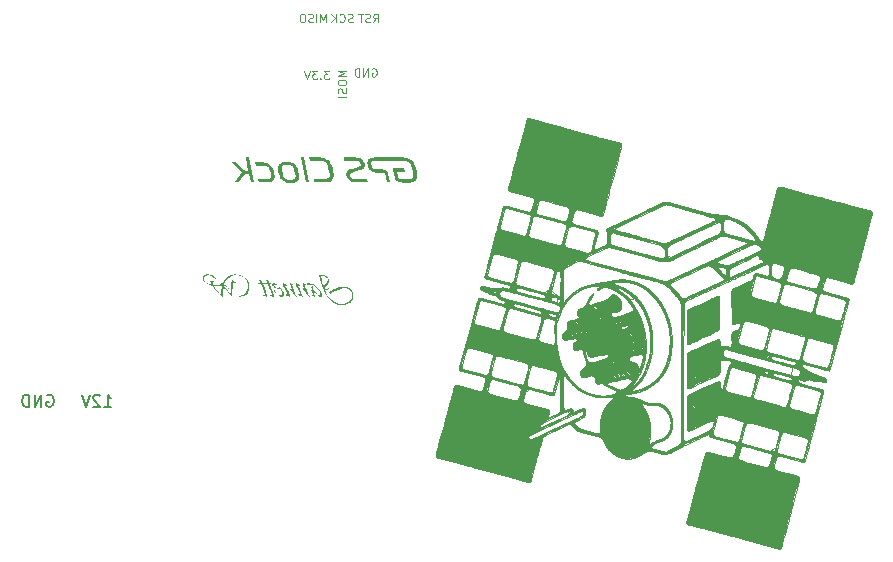
<source format=gbo>
%TF.GenerationSoftware,KiCad,Pcbnew,9.0.0*%
%TF.CreationDate,2025-06-26T17:33:30-04:00*%
%TF.ProjectId,gps-seven-seg-clock,6770732d-7365-4766-956e-2d7365672d63,rev?*%
%TF.SameCoordinates,Original*%
%TF.FileFunction,Legend,Bot*%
%TF.FilePolarity,Positive*%
%FSLAX46Y46*%
G04 Gerber Fmt 4.6, Leading zero omitted, Abs format (unit mm)*
G04 Created by KiCad (PCBNEW 9.0.0) date 2025-06-26 17:33:30*
%MOMM*%
%LPD*%
G01*
G04 APERTURE LIST*
%ADD10C,0.150000*%
%ADD11C,0.070000*%
%ADD12C,0.100000*%
%ADD13C,0.000000*%
G04 APERTURE END LIST*
D10*
X93961904Y-57702438D02*
X94057142Y-57654819D01*
X94057142Y-57654819D02*
X94199999Y-57654819D01*
X94199999Y-57654819D02*
X94342856Y-57702438D01*
X94342856Y-57702438D02*
X94438094Y-57797676D01*
X94438094Y-57797676D02*
X94485713Y-57892914D01*
X94485713Y-57892914D02*
X94533332Y-58083390D01*
X94533332Y-58083390D02*
X94533332Y-58226247D01*
X94533332Y-58226247D02*
X94485713Y-58416723D01*
X94485713Y-58416723D02*
X94438094Y-58511961D01*
X94438094Y-58511961D02*
X94342856Y-58607200D01*
X94342856Y-58607200D02*
X94199999Y-58654819D01*
X94199999Y-58654819D02*
X94104761Y-58654819D01*
X94104761Y-58654819D02*
X93961904Y-58607200D01*
X93961904Y-58607200D02*
X93914285Y-58559580D01*
X93914285Y-58559580D02*
X93914285Y-58226247D01*
X93914285Y-58226247D02*
X94104761Y-58226247D01*
X93485713Y-58654819D02*
X93485713Y-57654819D01*
X93485713Y-57654819D02*
X92914285Y-58654819D01*
X92914285Y-58654819D02*
X92914285Y-57654819D01*
X92438094Y-58654819D02*
X92438094Y-57654819D01*
X92438094Y-57654819D02*
X92199999Y-57654819D01*
X92199999Y-57654819D02*
X92057142Y-57702438D01*
X92057142Y-57702438D02*
X91961904Y-57797676D01*
X91961904Y-57797676D02*
X91914285Y-57892914D01*
X91914285Y-57892914D02*
X91866666Y-58083390D01*
X91866666Y-58083390D02*
X91866666Y-58226247D01*
X91866666Y-58226247D02*
X91914285Y-58416723D01*
X91914285Y-58416723D02*
X91961904Y-58511961D01*
X91961904Y-58511961D02*
X92057142Y-58607200D01*
X92057142Y-58607200D02*
X92199999Y-58654819D01*
X92199999Y-58654819D02*
X92438094Y-58654819D01*
X98819047Y-58654819D02*
X99390475Y-58654819D01*
X99104761Y-58654819D02*
X99104761Y-57654819D01*
X99104761Y-57654819D02*
X99199999Y-57797676D01*
X99199999Y-57797676D02*
X99295237Y-57892914D01*
X99295237Y-57892914D02*
X99390475Y-57940533D01*
X98438094Y-57750057D02*
X98390475Y-57702438D01*
X98390475Y-57702438D02*
X98295237Y-57654819D01*
X98295237Y-57654819D02*
X98057142Y-57654819D01*
X98057142Y-57654819D02*
X97961904Y-57702438D01*
X97961904Y-57702438D02*
X97914285Y-57750057D01*
X97914285Y-57750057D02*
X97866666Y-57845295D01*
X97866666Y-57845295D02*
X97866666Y-57940533D01*
X97866666Y-57940533D02*
X97914285Y-58083390D01*
X97914285Y-58083390D02*
X98485713Y-58654819D01*
X98485713Y-58654819D02*
X97866666Y-58654819D01*
X97580951Y-57654819D02*
X97247618Y-58654819D01*
X97247618Y-58654819D02*
X96914285Y-57654819D01*
D11*
X119850614Y-26077360D02*
X119750614Y-26110693D01*
X119750614Y-26110693D02*
X119583948Y-26110693D01*
X119583948Y-26110693D02*
X119517281Y-26077360D01*
X119517281Y-26077360D02*
X119483948Y-26044026D01*
X119483948Y-26044026D02*
X119450614Y-25977360D01*
X119450614Y-25977360D02*
X119450614Y-25910693D01*
X119450614Y-25910693D02*
X119483948Y-25844026D01*
X119483948Y-25844026D02*
X119517281Y-25810693D01*
X119517281Y-25810693D02*
X119583948Y-25777360D01*
X119583948Y-25777360D02*
X119717281Y-25744026D01*
X119717281Y-25744026D02*
X119783948Y-25710693D01*
X119783948Y-25710693D02*
X119817281Y-25677360D01*
X119817281Y-25677360D02*
X119850614Y-25610693D01*
X119850614Y-25610693D02*
X119850614Y-25544026D01*
X119850614Y-25544026D02*
X119817281Y-25477360D01*
X119817281Y-25477360D02*
X119783948Y-25444026D01*
X119783948Y-25444026D02*
X119717281Y-25410693D01*
X119717281Y-25410693D02*
X119550614Y-25410693D01*
X119550614Y-25410693D02*
X119450614Y-25444026D01*
X118750614Y-26044026D02*
X118783947Y-26077360D01*
X118783947Y-26077360D02*
X118883947Y-26110693D01*
X118883947Y-26110693D02*
X118950614Y-26110693D01*
X118950614Y-26110693D02*
X119050614Y-26077360D01*
X119050614Y-26077360D02*
X119117281Y-26010693D01*
X119117281Y-26010693D02*
X119150614Y-25944026D01*
X119150614Y-25944026D02*
X119183947Y-25810693D01*
X119183947Y-25810693D02*
X119183947Y-25710693D01*
X119183947Y-25710693D02*
X119150614Y-25577360D01*
X119150614Y-25577360D02*
X119117281Y-25510693D01*
X119117281Y-25510693D02*
X119050614Y-25444026D01*
X119050614Y-25444026D02*
X118950614Y-25410693D01*
X118950614Y-25410693D02*
X118883947Y-25410693D01*
X118883947Y-25410693D02*
X118783947Y-25444026D01*
X118783947Y-25444026D02*
X118750614Y-25477360D01*
X118450614Y-26110693D02*
X118450614Y-25410693D01*
X118050614Y-26110693D02*
X118350614Y-25710693D01*
X118050614Y-25410693D02*
X118450614Y-25810693D01*
X119310693Y-30212718D02*
X118610693Y-30212718D01*
X118610693Y-30212718D02*
X119110693Y-30446052D01*
X119110693Y-30446052D02*
X118610693Y-30679385D01*
X118610693Y-30679385D02*
X119310693Y-30679385D01*
X118610693Y-31146052D02*
X118610693Y-31279385D01*
X118610693Y-31279385D02*
X118644026Y-31346052D01*
X118644026Y-31346052D02*
X118710693Y-31412718D01*
X118710693Y-31412718D02*
X118844026Y-31446052D01*
X118844026Y-31446052D02*
X119077360Y-31446052D01*
X119077360Y-31446052D02*
X119210693Y-31412718D01*
X119210693Y-31412718D02*
X119277360Y-31346052D01*
X119277360Y-31346052D02*
X119310693Y-31279385D01*
X119310693Y-31279385D02*
X119310693Y-31146052D01*
X119310693Y-31146052D02*
X119277360Y-31079385D01*
X119277360Y-31079385D02*
X119210693Y-31012718D01*
X119210693Y-31012718D02*
X119077360Y-30979385D01*
X119077360Y-30979385D02*
X118844026Y-30979385D01*
X118844026Y-30979385D02*
X118710693Y-31012718D01*
X118710693Y-31012718D02*
X118644026Y-31079385D01*
X118644026Y-31079385D02*
X118610693Y-31146052D01*
X119277360Y-31712718D02*
X119310693Y-31812718D01*
X119310693Y-31812718D02*
X119310693Y-31979385D01*
X119310693Y-31979385D02*
X119277360Y-32046051D01*
X119277360Y-32046051D02*
X119244026Y-32079385D01*
X119244026Y-32079385D02*
X119177360Y-32112718D01*
X119177360Y-32112718D02*
X119110693Y-32112718D01*
X119110693Y-32112718D02*
X119044026Y-32079385D01*
X119044026Y-32079385D02*
X119010693Y-32046051D01*
X119010693Y-32046051D02*
X118977360Y-31979385D01*
X118977360Y-31979385D02*
X118944026Y-31846051D01*
X118944026Y-31846051D02*
X118910693Y-31779385D01*
X118910693Y-31779385D02*
X118877360Y-31746051D01*
X118877360Y-31746051D02*
X118810693Y-31712718D01*
X118810693Y-31712718D02*
X118744026Y-31712718D01*
X118744026Y-31712718D02*
X118677360Y-31746051D01*
X118677360Y-31746051D02*
X118644026Y-31779385D01*
X118644026Y-31779385D02*
X118610693Y-31846051D01*
X118610693Y-31846051D02*
X118610693Y-32012718D01*
X118610693Y-32012718D02*
X118644026Y-32112718D01*
X119310693Y-32412718D02*
X118610693Y-32412718D01*
X121587281Y-26110693D02*
X121820614Y-25777360D01*
X121987281Y-26110693D02*
X121987281Y-25410693D01*
X121987281Y-25410693D02*
X121720614Y-25410693D01*
X121720614Y-25410693D02*
X121653948Y-25444026D01*
X121653948Y-25444026D02*
X121620614Y-25477360D01*
X121620614Y-25477360D02*
X121587281Y-25544026D01*
X121587281Y-25544026D02*
X121587281Y-25644026D01*
X121587281Y-25644026D02*
X121620614Y-25710693D01*
X121620614Y-25710693D02*
X121653948Y-25744026D01*
X121653948Y-25744026D02*
X121720614Y-25777360D01*
X121720614Y-25777360D02*
X121987281Y-25777360D01*
X121320614Y-26077360D02*
X121220614Y-26110693D01*
X121220614Y-26110693D02*
X121053948Y-26110693D01*
X121053948Y-26110693D02*
X120987281Y-26077360D01*
X120987281Y-26077360D02*
X120953948Y-26044026D01*
X120953948Y-26044026D02*
X120920614Y-25977360D01*
X120920614Y-25977360D02*
X120920614Y-25910693D01*
X120920614Y-25910693D02*
X120953948Y-25844026D01*
X120953948Y-25844026D02*
X120987281Y-25810693D01*
X120987281Y-25810693D02*
X121053948Y-25777360D01*
X121053948Y-25777360D02*
X121187281Y-25744026D01*
X121187281Y-25744026D02*
X121253948Y-25710693D01*
X121253948Y-25710693D02*
X121287281Y-25677360D01*
X121287281Y-25677360D02*
X121320614Y-25610693D01*
X121320614Y-25610693D02*
X121320614Y-25544026D01*
X121320614Y-25544026D02*
X121287281Y-25477360D01*
X121287281Y-25477360D02*
X121253948Y-25444026D01*
X121253948Y-25444026D02*
X121187281Y-25410693D01*
X121187281Y-25410693D02*
X121020614Y-25410693D01*
X121020614Y-25410693D02*
X120920614Y-25444026D01*
X120720614Y-25410693D02*
X120320614Y-25410693D01*
X120520614Y-26110693D02*
X120520614Y-25410693D01*
X117587281Y-26110693D02*
X117587281Y-25410693D01*
X117587281Y-25410693D02*
X117353948Y-25910693D01*
X117353948Y-25910693D02*
X117120614Y-25410693D01*
X117120614Y-25410693D02*
X117120614Y-26110693D01*
X116787281Y-26110693D02*
X116787281Y-25410693D01*
X116487281Y-26077360D02*
X116387281Y-26110693D01*
X116387281Y-26110693D02*
X116220615Y-26110693D01*
X116220615Y-26110693D02*
X116153948Y-26077360D01*
X116153948Y-26077360D02*
X116120615Y-26044026D01*
X116120615Y-26044026D02*
X116087281Y-25977360D01*
X116087281Y-25977360D02*
X116087281Y-25910693D01*
X116087281Y-25910693D02*
X116120615Y-25844026D01*
X116120615Y-25844026D02*
X116153948Y-25810693D01*
X116153948Y-25810693D02*
X116220615Y-25777360D01*
X116220615Y-25777360D02*
X116353948Y-25744026D01*
X116353948Y-25744026D02*
X116420615Y-25710693D01*
X116420615Y-25710693D02*
X116453948Y-25677360D01*
X116453948Y-25677360D02*
X116487281Y-25610693D01*
X116487281Y-25610693D02*
X116487281Y-25544026D01*
X116487281Y-25544026D02*
X116453948Y-25477360D01*
X116453948Y-25477360D02*
X116420615Y-25444026D01*
X116420615Y-25444026D02*
X116353948Y-25410693D01*
X116353948Y-25410693D02*
X116187281Y-25410693D01*
X116187281Y-25410693D02*
X116087281Y-25444026D01*
X115653948Y-25410693D02*
X115520614Y-25410693D01*
X115520614Y-25410693D02*
X115453948Y-25444026D01*
X115453948Y-25444026D02*
X115387281Y-25510693D01*
X115387281Y-25510693D02*
X115353948Y-25644026D01*
X115353948Y-25644026D02*
X115353948Y-25877360D01*
X115353948Y-25877360D02*
X115387281Y-26010693D01*
X115387281Y-26010693D02*
X115453948Y-26077360D01*
X115453948Y-26077360D02*
X115520614Y-26110693D01*
X115520614Y-26110693D02*
X115653948Y-26110693D01*
X115653948Y-26110693D02*
X115720614Y-26077360D01*
X115720614Y-26077360D02*
X115787281Y-26010693D01*
X115787281Y-26010693D02*
X115820614Y-25877360D01*
X115820614Y-25877360D02*
X115820614Y-25644026D01*
X115820614Y-25644026D02*
X115787281Y-25510693D01*
X115787281Y-25510693D02*
X115720614Y-25444026D01*
X115720614Y-25444026D02*
X115653948Y-25410693D01*
X121480614Y-30044026D02*
X121547281Y-30010693D01*
X121547281Y-30010693D02*
X121647281Y-30010693D01*
X121647281Y-30010693D02*
X121747281Y-30044026D01*
X121747281Y-30044026D02*
X121813948Y-30110693D01*
X121813948Y-30110693D02*
X121847281Y-30177360D01*
X121847281Y-30177360D02*
X121880614Y-30310693D01*
X121880614Y-30310693D02*
X121880614Y-30410693D01*
X121880614Y-30410693D02*
X121847281Y-30544026D01*
X121847281Y-30544026D02*
X121813948Y-30610693D01*
X121813948Y-30610693D02*
X121747281Y-30677360D01*
X121747281Y-30677360D02*
X121647281Y-30710693D01*
X121647281Y-30710693D02*
X121580614Y-30710693D01*
X121580614Y-30710693D02*
X121480614Y-30677360D01*
X121480614Y-30677360D02*
X121447281Y-30644026D01*
X121447281Y-30644026D02*
X121447281Y-30410693D01*
X121447281Y-30410693D02*
X121580614Y-30410693D01*
X121147281Y-30710693D02*
X121147281Y-30010693D01*
X121147281Y-30010693D02*
X120747281Y-30710693D01*
X120747281Y-30710693D02*
X120747281Y-30010693D01*
X120413948Y-30710693D02*
X120413948Y-30010693D01*
X120413948Y-30010693D02*
X120247281Y-30010693D01*
X120247281Y-30010693D02*
X120147281Y-30044026D01*
X120147281Y-30044026D02*
X120080615Y-30110693D01*
X120080615Y-30110693D02*
X120047281Y-30177360D01*
X120047281Y-30177360D02*
X120013948Y-30310693D01*
X120013948Y-30310693D02*
X120013948Y-30410693D01*
X120013948Y-30410693D02*
X120047281Y-30544026D01*
X120047281Y-30544026D02*
X120080615Y-30610693D01*
X120080615Y-30610693D02*
X120147281Y-30677360D01*
X120147281Y-30677360D02*
X120247281Y-30710693D01*
X120247281Y-30710693D02*
X120413948Y-30710693D01*
X117853948Y-30210693D02*
X117420614Y-30210693D01*
X117420614Y-30210693D02*
X117653948Y-30477360D01*
X117653948Y-30477360D02*
X117553948Y-30477360D01*
X117553948Y-30477360D02*
X117487281Y-30510693D01*
X117487281Y-30510693D02*
X117453948Y-30544026D01*
X117453948Y-30544026D02*
X117420614Y-30610693D01*
X117420614Y-30610693D02*
X117420614Y-30777360D01*
X117420614Y-30777360D02*
X117453948Y-30844026D01*
X117453948Y-30844026D02*
X117487281Y-30877360D01*
X117487281Y-30877360D02*
X117553948Y-30910693D01*
X117553948Y-30910693D02*
X117753948Y-30910693D01*
X117753948Y-30910693D02*
X117820614Y-30877360D01*
X117820614Y-30877360D02*
X117853948Y-30844026D01*
X117120614Y-30844026D02*
X117087281Y-30877360D01*
X117087281Y-30877360D02*
X117120614Y-30910693D01*
X117120614Y-30910693D02*
X117153947Y-30877360D01*
X117153947Y-30877360D02*
X117120614Y-30844026D01*
X117120614Y-30844026D02*
X117120614Y-30910693D01*
X116853948Y-30210693D02*
X116420614Y-30210693D01*
X116420614Y-30210693D02*
X116653948Y-30477360D01*
X116653948Y-30477360D02*
X116553948Y-30477360D01*
X116553948Y-30477360D02*
X116487281Y-30510693D01*
X116487281Y-30510693D02*
X116453948Y-30544026D01*
X116453948Y-30544026D02*
X116420614Y-30610693D01*
X116420614Y-30610693D02*
X116420614Y-30777360D01*
X116420614Y-30777360D02*
X116453948Y-30844026D01*
X116453948Y-30844026D02*
X116487281Y-30877360D01*
X116487281Y-30877360D02*
X116553948Y-30910693D01*
X116553948Y-30910693D02*
X116753948Y-30910693D01*
X116753948Y-30910693D02*
X116820614Y-30877360D01*
X116820614Y-30877360D02*
X116853948Y-30844026D01*
X116220614Y-30210693D02*
X115987281Y-30910693D01*
X115987281Y-30910693D02*
X115753947Y-30210693D01*
D12*
G36*
X116997138Y-47477878D02*
G01*
X117005320Y-47525872D01*
X117074167Y-47855411D01*
X117145103Y-48130797D01*
X117217200Y-48358496D01*
X117304223Y-48580492D01*
X117408291Y-48799025D01*
X117529953Y-49014532D01*
X117715865Y-49294824D01*
X117897315Y-49521374D01*
X118074554Y-49701023D01*
X118248180Y-49839764D01*
X118419172Y-49942625D01*
X118588901Y-50013544D01*
X118759096Y-50055228D01*
X118931785Y-50069050D01*
X119076002Y-50059963D01*
X119218210Y-50032676D01*
X119359454Y-49986741D01*
X119493840Y-49923914D01*
X119608288Y-49850259D01*
X119705058Y-49765945D01*
X119794314Y-49655634D01*
X119857737Y-49533309D01*
X119896545Y-49396553D01*
X119909978Y-49242044D01*
X119900092Y-49120495D01*
X119871204Y-49009477D01*
X119823590Y-48907005D01*
X119756346Y-48811558D01*
X119667445Y-48722173D01*
X119540849Y-48632201D01*
X119399825Y-48567489D01*
X119241684Y-48527574D01*
X119062944Y-48513712D01*
X118881910Y-48525086D01*
X118692171Y-48560156D01*
X118492050Y-48620855D01*
X118279874Y-48709766D01*
X118053992Y-48830067D01*
X117812787Y-48985467D01*
X117964461Y-49086461D01*
X118152151Y-48960270D01*
X118358427Y-48847809D01*
X118584838Y-48749284D01*
X118820150Y-48670912D01*
X119019058Y-48628341D01*
X119187263Y-48615317D01*
X119326806Y-48625724D01*
X119448943Y-48655522D01*
X119556531Y-48703490D01*
X119651813Y-48769678D01*
X119732823Y-48853190D01*
X119789195Y-48944957D01*
X119823188Y-49046805D01*
X119834873Y-49161566D01*
X119826830Y-49262785D01*
X119802385Y-49364542D01*
X119760501Y-49467969D01*
X119704541Y-49564705D01*
X119636224Y-49651763D01*
X119554849Y-49729919D01*
X119476170Y-49786218D01*
X119376733Y-49837876D01*
X119252842Y-49884159D01*
X119062034Y-49929234D01*
X118874388Y-49943998D01*
X118703212Y-49931990D01*
X118540458Y-49896419D01*
X118384344Y-49837226D01*
X118233378Y-49753374D01*
X118086418Y-49642886D01*
X117942712Y-49502919D01*
X117801918Y-49329849D01*
X117694764Y-49168449D01*
X117589222Y-48980943D01*
X117485623Y-48764549D01*
X117395395Y-48542044D01*
X117329112Y-48340023D01*
X117284123Y-48156507D01*
X117222574Y-47847418D01*
X117185693Y-47660572D01*
X117176168Y-47606960D01*
X117300487Y-47614898D01*
X117427493Y-47614898D01*
X117489392Y-47619041D01*
X117547783Y-47631263D01*
X117629452Y-47668838D01*
X117692619Y-47728471D01*
X117733540Y-47804371D01*
X117747207Y-47889916D01*
X117736163Y-47973278D01*
X117702877Y-48051482D01*
X117646904Y-48128155D01*
X117543631Y-48236130D01*
X117476286Y-48312415D01*
X117441883Y-48376436D01*
X117431646Y-48431891D01*
X117440630Y-48508645D01*
X117468289Y-48585869D01*
X117517008Y-48665265D01*
X117579739Y-48733524D01*
X117636400Y-48768720D01*
X117689810Y-48779448D01*
X117753415Y-48766826D01*
X117803261Y-48729623D01*
X117835497Y-48673639D01*
X117846981Y-48599075D01*
X117844172Y-48567690D01*
X117778491Y-48643699D01*
X117720841Y-48682022D01*
X117667951Y-48693475D01*
X117610111Y-48684485D01*
X117572160Y-48660412D01*
X117548555Y-48620799D01*
X117539601Y-48559263D01*
X117550583Y-48509461D01*
X117590290Y-48443666D01*
X117673446Y-48355076D01*
X117748017Y-48273273D01*
X117798854Y-48188766D01*
X117828760Y-48100255D01*
X117838798Y-48005809D01*
X117828857Y-47900826D01*
X117799651Y-47804742D01*
X117750951Y-47715527D01*
X117681018Y-47631751D01*
X117597129Y-47561896D01*
X117507929Y-47513273D01*
X117411998Y-47484129D01*
X117307326Y-47474214D01*
X117181541Y-47474214D01*
X117065403Y-47474214D01*
X116997138Y-47477878D01*
G37*
G36*
X116313990Y-49141050D02*
G01*
X116289444Y-49176587D01*
X116389633Y-49239577D01*
X116518464Y-49296449D01*
X116681576Y-49345847D01*
X116666287Y-49253862D01*
X116617767Y-49103286D01*
X116519032Y-48870795D01*
X116701592Y-49063552D01*
X116881733Y-49213834D01*
X117012041Y-49297512D01*
X117107598Y-49338539D01*
X117177511Y-49350000D01*
X117229625Y-49337167D01*
X117260779Y-49300290D01*
X117273132Y-49228855D01*
X117263125Y-49131345D01*
X117231571Y-49026308D01*
X117175034Y-48911484D01*
X117088729Y-48784699D01*
X116956279Y-48635982D01*
X116802521Y-48505379D01*
X116625522Y-48392201D01*
X116463725Y-48313397D01*
X116306343Y-48259019D01*
X116152135Y-48227185D01*
X115999772Y-48216713D01*
X115965906Y-48225574D01*
X115956052Y-48248831D01*
X115963491Y-48280348D01*
X115997085Y-48350558D01*
X116089498Y-48338023D01*
X116177459Y-48333949D01*
X116339825Y-48346876D01*
X116490690Y-48384899D01*
X116632365Y-48447943D01*
X116766663Y-48537337D01*
X116894800Y-48655739D01*
X116997703Y-48782326D01*
X117065490Y-48901173D01*
X117103754Y-49014324D01*
X117116084Y-49124197D01*
X117105418Y-49188818D01*
X117078930Y-49221573D01*
X117035484Y-49232763D01*
X116992604Y-49223608D01*
X116929897Y-49189202D01*
X116838746Y-49115404D01*
X116717953Y-48989697D01*
X116609158Y-48843318D01*
X116525103Y-48696559D01*
X116462206Y-48548525D01*
X116419259Y-48398307D01*
X116387952Y-48426821D01*
X116368004Y-48468803D01*
X116360519Y-48529344D01*
X116373000Y-48613959D01*
X116414625Y-48713828D01*
X116494364Y-48833914D01*
X116425632Y-48822698D01*
X116331820Y-48795690D01*
X116342689Y-48818771D01*
X116452760Y-49082298D01*
X116472504Y-49157048D01*
X116463091Y-49186057D01*
X116435623Y-49193684D01*
X116396219Y-49182573D01*
X116313990Y-49141050D01*
G37*
G36*
X115258006Y-49152041D02*
G01*
X115236147Y-49188921D01*
X115349731Y-49258069D01*
X115478363Y-49312810D01*
X115624126Y-49352686D01*
X115590589Y-49204174D01*
X115508880Y-48983698D01*
X115359001Y-48667951D01*
X115270219Y-48498569D01*
X115232879Y-48417646D01*
X115225156Y-48386461D01*
X115233180Y-48358191D01*
X115255198Y-48349581D01*
X115303714Y-48366222D01*
X115415787Y-48445324D01*
X115530878Y-48547041D01*
X115645986Y-48666730D01*
X115789623Y-48847396D01*
X115919499Y-49054233D01*
X116035309Y-49289916D01*
X116105451Y-49311176D01*
X116217026Y-49355495D01*
X116093911Y-49089656D01*
X115963624Y-48778105D01*
X115855862Y-48486204D01*
X115835885Y-48398796D01*
X115846520Y-48361032D01*
X115875574Y-48349581D01*
X115964357Y-48370830D01*
X115979378Y-48375104D01*
X115987560Y-48331385D01*
X115801781Y-48271957D01*
X115641834Y-48208408D01*
X115624126Y-48200226D01*
X115621318Y-48224773D01*
X115633731Y-48307854D01*
X115684876Y-48467138D01*
X115800348Y-48742445D01*
X115819521Y-48783356D01*
X115796318Y-48757466D01*
X115571462Y-48520180D01*
X115383059Y-48355565D01*
X115250219Y-48264748D01*
X115155042Y-48220938D01*
X115087159Y-48208897D01*
X115049281Y-48216830D01*
X115028146Y-48238239D01*
X115020236Y-48277041D01*
X115030756Y-48327700D01*
X115079414Y-48450099D01*
X115199266Y-48695673D01*
X115383802Y-49072671D01*
X115413711Y-49161933D01*
X115404277Y-49191835D01*
X115376831Y-49201500D01*
X115333658Y-49192483D01*
X115264845Y-49157414D01*
X115258006Y-49152041D01*
G37*
G36*
X114169660Y-49152041D02*
G01*
X114147801Y-49188921D01*
X114261385Y-49258069D01*
X114390017Y-49312810D01*
X114535780Y-49352686D01*
X114502242Y-49204174D01*
X114420534Y-48983698D01*
X114270655Y-48667951D01*
X114181872Y-48498569D01*
X114144533Y-48417646D01*
X114136810Y-48386461D01*
X114144834Y-48358191D01*
X114166851Y-48349581D01*
X114215367Y-48366222D01*
X114327441Y-48445324D01*
X114442532Y-48547041D01*
X114557640Y-48666730D01*
X114701277Y-48847396D01*
X114831153Y-49054233D01*
X114946963Y-49289916D01*
X115017105Y-49311176D01*
X115128680Y-49355495D01*
X115005565Y-49089656D01*
X114875278Y-48778105D01*
X114767516Y-48486204D01*
X114747539Y-48398796D01*
X114758174Y-48361032D01*
X114787228Y-48349581D01*
X114876011Y-48370830D01*
X114891032Y-48375104D01*
X114899214Y-48331385D01*
X114713435Y-48271957D01*
X114553488Y-48208408D01*
X114535780Y-48200226D01*
X114532971Y-48224773D01*
X114545384Y-48307854D01*
X114596530Y-48467138D01*
X114712001Y-48742445D01*
X114731175Y-48783356D01*
X114707971Y-48757466D01*
X114483116Y-48520180D01*
X114294713Y-48355565D01*
X114161873Y-48264748D01*
X114066695Y-48220938D01*
X113998812Y-48208897D01*
X113960935Y-48216830D01*
X113939800Y-48238239D01*
X113931890Y-48277041D01*
X113942410Y-48327700D01*
X113991068Y-48450099D01*
X114110920Y-48695673D01*
X114295456Y-49072671D01*
X114325365Y-49161933D01*
X114315931Y-49191835D01*
X114288484Y-49201500D01*
X114245312Y-49192483D01*
X114176499Y-49157414D01*
X114169660Y-49152041D01*
G37*
G36*
X113241049Y-48745132D02*
G01*
X113226338Y-48782889D01*
X113221998Y-48813520D01*
X113230812Y-48873217D01*
X113259823Y-48941461D01*
X113314813Y-49021265D01*
X113403715Y-49115526D01*
X113548991Y-49238252D01*
X113669337Y-49313993D01*
X113769613Y-49353698D01*
X113854587Y-49365631D01*
X113925402Y-49353906D01*
X113972745Y-49322015D01*
X114002855Y-49268333D01*
X114014444Y-49183426D01*
X114001549Y-49049246D01*
X113961176Y-48906264D01*
X113889514Y-48751849D01*
X113797274Y-48608553D01*
X113690658Y-48484872D01*
X113569067Y-48379134D01*
X113442233Y-48294673D01*
X113331155Y-48240219D01*
X113233149Y-48210377D01*
X113145550Y-48201081D01*
X113081288Y-48211685D01*
X113048720Y-48238014D01*
X113037595Y-48281193D01*
X113048753Y-48334396D01*
X113089496Y-48407466D01*
X113147258Y-48477056D01*
X113219311Y-48540701D01*
X113297993Y-48590590D01*
X113403104Y-48640108D01*
X113509270Y-48676253D01*
X113574440Y-48685659D01*
X113612205Y-48677864D01*
X113641160Y-48654878D01*
X113663223Y-48612752D01*
X113571632Y-48623133D01*
X113483078Y-48614256D01*
X113399640Y-48587815D01*
X113319695Y-48543021D01*
X113251302Y-48483417D01*
X113215378Y-48426456D01*
X113204168Y-48369609D01*
X113213148Y-48333133D01*
X113238948Y-48311331D01*
X113288921Y-48302686D01*
X113358763Y-48312451D01*
X113432272Y-48343385D01*
X113511766Y-48399929D01*
X113599109Y-48488799D01*
X113700144Y-48629405D01*
X113783512Y-48795446D01*
X113825589Y-48914226D01*
X113848745Y-49017429D01*
X113855930Y-49107466D01*
X113847221Y-49173760D01*
X113824781Y-49215234D01*
X113789956Y-49239543D01*
X113738450Y-49248394D01*
X113657853Y-49234873D01*
X113570097Y-49190882D01*
X113471370Y-49107588D01*
X113386672Y-49008198D01*
X113309780Y-48888308D01*
X113241049Y-48745132D01*
G37*
G36*
X112430163Y-48216713D02*
G01*
X112447992Y-48255792D01*
X112640578Y-48255792D01*
X112651569Y-48278995D01*
X112792253Y-48597854D01*
X112923411Y-48894853D01*
X113006173Y-49098106D01*
X113023184Y-49174145D01*
X113016209Y-49207285D01*
X112997350Y-49225815D01*
X112963101Y-49232763D01*
X112916458Y-49225706D01*
X112852372Y-49200496D01*
X112764898Y-49149354D01*
X112743038Y-49184891D01*
X112829664Y-49242003D01*
X112930250Y-49290893D01*
X113032033Y-49324920D01*
X113103784Y-49334368D01*
X113164248Y-49323951D01*
X113195414Y-49297713D01*
X113206244Y-49253890D01*
X113187616Y-49174115D01*
X113091450Y-48932100D01*
X112949423Y-48608967D01*
X112811426Y-48287177D01*
X112797748Y-48255792D01*
X112976656Y-48255792D01*
X112957605Y-48216713D01*
X112939775Y-48216713D01*
X112833657Y-48205381D01*
X112781995Y-48179466D01*
X112742616Y-48123714D01*
X112672085Y-47969905D01*
X112644730Y-47974424D01*
X112579675Y-47969537D01*
X112514915Y-47954762D01*
X112568160Y-48085676D01*
X112609193Y-48184961D01*
X112622870Y-48216713D01*
X112430163Y-48216713D01*
G37*
G36*
X111875243Y-48216713D02*
G01*
X111893073Y-48255792D01*
X112085658Y-48255792D01*
X112096649Y-48278995D01*
X112237333Y-48597854D01*
X112368491Y-48894853D01*
X112451253Y-49098106D01*
X112468265Y-49174145D01*
X112461289Y-49207285D01*
X112442430Y-49225815D01*
X112408181Y-49232763D01*
X112361538Y-49225706D01*
X112297452Y-49200496D01*
X112209978Y-49149354D01*
X112188118Y-49184891D01*
X112274744Y-49242003D01*
X112375330Y-49290893D01*
X112477114Y-49324920D01*
X112548865Y-49334368D01*
X112609328Y-49323951D01*
X112640495Y-49297713D01*
X112651325Y-49253890D01*
X112632696Y-49174115D01*
X112536530Y-48932100D01*
X112394503Y-48608967D01*
X112256506Y-48287177D01*
X112242828Y-48255792D01*
X112421736Y-48255792D01*
X112402685Y-48216713D01*
X112384856Y-48216713D01*
X112278737Y-48205381D01*
X112227075Y-48179466D01*
X112187696Y-48123714D01*
X112117165Y-47969905D01*
X112089810Y-47974424D01*
X112024755Y-47969537D01*
X111959995Y-47954762D01*
X112013240Y-48085676D01*
X112054273Y-48184961D01*
X112067951Y-48216713D01*
X111875243Y-48216713D01*
G37*
G36*
X107628053Y-47446690D02*
G01*
X107772355Y-47482386D01*
X107924332Y-47544650D01*
X108085815Y-47637002D01*
X108283537Y-47783122D01*
X108523142Y-47997822D01*
X108811949Y-48297313D01*
X108864126Y-48134777D01*
X108929298Y-47993299D01*
X109006838Y-47870468D01*
X109096680Y-47764318D01*
X109199318Y-47673394D01*
X109344203Y-47581799D01*
X109508204Y-47514923D01*
X109694646Y-47473187D01*
X109907623Y-47458583D01*
X110116911Y-47471452D01*
X110304859Y-47508566D01*
X110474411Y-47568437D01*
X110628055Y-47650614D01*
X110767724Y-47755704D01*
X110890664Y-47882446D01*
X110984314Y-48019402D01*
X111051091Y-48168084D01*
X111091859Y-48330805D01*
X111105878Y-48510537D01*
X111096150Y-48652818D01*
X111067990Y-48781134D01*
X111022263Y-48897605D01*
X110958925Y-49003966D01*
X110877022Y-49101482D01*
X110780814Y-49185157D01*
X110676172Y-49249624D01*
X110561877Y-49296022D01*
X110436215Y-49324532D01*
X110297068Y-49334368D01*
X110129387Y-49323098D01*
X109999214Y-49292602D01*
X110007396Y-49266713D01*
X110135868Y-49279658D01*
X110277262Y-49269458D01*
X110405792Y-49239800D01*
X110523541Y-49191345D01*
X110632189Y-49123744D01*
X110732919Y-49035659D01*
X110818830Y-48933404D01*
X110885058Y-48822702D01*
X110932709Y-48702316D01*
X110961958Y-48570544D01*
X110972033Y-48425296D01*
X110960653Y-48270035D01*
X110927725Y-48130660D01*
X110874179Y-48004602D01*
X110799725Y-47889814D01*
X110702877Y-47784891D01*
X110591321Y-47697143D01*
X110467897Y-47628559D01*
X110330949Y-47578563D01*
X110178311Y-47547524D01*
X110007396Y-47536741D01*
X109824453Y-47549914D01*
X109657784Y-47588257D01*
X109504746Y-47650955D01*
X109363205Y-47738485D01*
X109237579Y-47847559D01*
X109131157Y-47975605D01*
X109042992Y-48124587D01*
X108973149Y-48297313D01*
X109063248Y-48318504D01*
X109152074Y-48360003D01*
X109241084Y-48424319D01*
X109316804Y-48503187D01*
X109356121Y-48573000D01*
X109368090Y-48637177D01*
X109359281Y-48678326D01*
X109332553Y-48712281D01*
X109316110Y-48617609D01*
X109282281Y-48544236D01*
X109231861Y-48487454D01*
X109162613Y-48444889D01*
X109069624Y-48416893D01*
X108945916Y-48406489D01*
X108940421Y-48433845D01*
X108952755Y-48448866D01*
X109284681Y-48843440D01*
X109522452Y-49134211D01*
X109533165Y-48623694D01*
X109561690Y-48233957D01*
X109603052Y-47943771D01*
X109634437Y-47963189D01*
X109768404Y-48046109D01*
X109911775Y-48127808D01*
X109933634Y-48141608D01*
X109909088Y-48187526D01*
X109844403Y-48160717D01*
X109809315Y-48154187D01*
X109768897Y-48167560D01*
X109742392Y-48210729D01*
X109727426Y-48287172D01*
X109706855Y-48485136D01*
X109673338Y-48988168D01*
X109663135Y-49400314D01*
X109637124Y-49370394D01*
X109298359Y-48941748D01*
X109094782Y-48697383D01*
X108973149Y-48554012D01*
X108928087Y-48499424D01*
X108923935Y-48526779D01*
X108884106Y-48900616D01*
X108870690Y-49285642D01*
X108872033Y-49415334D01*
X108637121Y-49186748D01*
X108374144Y-48903401D01*
X108130873Y-48615816D01*
X107985918Y-48420167D01*
X108087891Y-48420167D01*
X108197723Y-48591310D01*
X108363153Y-48807292D01*
X108546110Y-49016975D01*
X108721824Y-49192951D01*
X108721824Y-49145202D01*
X108730680Y-48838510D01*
X108754624Y-48595670D01*
X108790089Y-48406489D01*
X108757361Y-48408810D01*
X108354238Y-48427739D01*
X108087891Y-48420167D01*
X107985918Y-48420167D01*
X107975784Y-48406489D01*
X107795967Y-48361797D01*
X107638550Y-48302827D01*
X107500935Y-48230494D01*
X107380930Y-48145150D01*
X107273077Y-48040322D01*
X107201886Y-47936813D01*
X107161258Y-47832919D01*
X107156272Y-47792951D01*
X107291415Y-47792951D01*
X107304197Y-47897595D01*
X107342102Y-47992909D01*
X107406859Y-48081716D01*
X107503174Y-48165544D01*
X107594673Y-48218096D01*
X107727739Y-48266939D01*
X107914357Y-48309647D01*
X107830772Y-48151487D01*
X107785885Y-48013503D01*
X108134297Y-48013503D01*
X108134297Y-48063695D01*
X108105599Y-48065038D01*
X108029794Y-48079522D01*
X107993854Y-48105613D01*
X107982623Y-48142341D01*
X107994958Y-48219011D01*
X108038676Y-48321859D01*
X108189008Y-48326133D01*
X108434168Y-48319813D01*
X108742340Y-48298778D01*
X108519800Y-48061304D01*
X108321054Y-47878721D01*
X108143508Y-47742868D01*
X107984581Y-47646457D01*
X107841670Y-47583188D01*
X107712130Y-47547897D01*
X107593299Y-47536741D01*
X107504815Y-47545300D01*
X107432901Y-47569252D01*
X107374092Y-47607449D01*
X107328257Y-47659282D01*
X107300912Y-47720150D01*
X107291415Y-47792951D01*
X107156272Y-47792951D01*
X107147923Y-47726029D01*
X107158754Y-47645341D01*
X107190234Y-47576619D01*
X107243544Y-47516835D01*
X107311419Y-47472388D01*
X107392267Y-47444863D01*
X107489496Y-47435136D01*
X107628053Y-47446690D01*
G37*
G36*
X123125819Y-37560000D02*
G01*
X123184071Y-37840024D01*
X124208304Y-37840024D01*
X124351659Y-37850074D01*
X124468293Y-37877897D01*
X124563047Y-37921052D01*
X124639759Y-37978632D01*
X124703546Y-38051407D01*
X124759496Y-38143475D01*
X124807085Y-38258268D01*
X124845045Y-38399951D01*
X124939323Y-38853632D01*
X124960955Y-39001098D01*
X124960737Y-39116541D01*
X124943472Y-39206470D01*
X124912212Y-39276416D01*
X124863252Y-39332830D01*
X124791519Y-39376103D01*
X124690156Y-39405295D01*
X124549633Y-39416367D01*
X124248360Y-39416367D01*
X124051169Y-39406940D01*
X123919143Y-39383196D01*
X123834979Y-39350666D01*
X123766712Y-39297081D01*
X123713708Y-39217014D01*
X123676587Y-39102759D01*
X123605635Y-38761186D01*
X124295743Y-38761186D01*
X124237491Y-38481161D01*
X123232431Y-38481161D01*
X123351256Y-39052445D01*
X123403579Y-39239938D01*
X123468004Y-39377288D01*
X123523733Y-39456004D01*
X123587793Y-39520865D01*
X123660711Y-39573171D01*
X123786893Y-39630878D01*
X123947819Y-39669769D01*
X124125106Y-39689217D01*
X124347766Y-39696392D01*
X124566852Y-39696392D01*
X124719484Y-39688415D01*
X124846526Y-39666252D01*
X124951901Y-39632034D01*
X125049661Y-39581454D01*
X125128756Y-39519953D01*
X125191625Y-39447264D01*
X125239542Y-39363534D01*
X125273527Y-39267669D01*
X125292986Y-39157470D01*
X125295021Y-38983485D01*
X125266120Y-38778039D01*
X125203715Y-38478353D01*
X125148576Y-38275704D01*
X125074267Y-38099043D01*
X125010990Y-37990442D01*
X124938001Y-37894179D01*
X124855059Y-37809249D01*
X124761732Y-37736112D01*
X124655849Y-37674518D01*
X124535956Y-37624480D01*
X124410364Y-37589615D01*
X124268781Y-37567679D01*
X124109019Y-37560000D01*
X123125819Y-37560000D01*
G37*
G36*
X123227058Y-37840024D02*
G01*
X123168806Y-37560000D01*
X121739253Y-37560000D01*
X121593946Y-37566836D01*
X121461304Y-37586622D01*
X121338784Y-37624037D01*
X121240753Y-37679068D01*
X121186647Y-37727757D01*
X121144035Y-37786935D01*
X121112404Y-37858220D01*
X121095840Y-37934612D01*
X121093921Y-38027972D01*
X121109839Y-38142397D01*
X121135484Y-38265617D01*
X121165963Y-38376762D01*
X121206415Y-38470698D01*
X121256140Y-38549794D01*
X121350053Y-38651877D01*
X121459106Y-38729068D01*
X121581696Y-38784643D01*
X121718004Y-38821392D01*
X121860353Y-38841312D01*
X122007065Y-38848014D01*
X122546598Y-38848014D01*
X122715369Y-39660000D01*
X123030198Y-39660000D01*
X122882920Y-38951573D01*
X122843452Y-38830281D01*
X122783420Y-38735806D01*
X122702547Y-38663244D01*
X122605094Y-38611057D01*
X122495369Y-38579083D01*
X122370498Y-38567990D01*
X121899476Y-38567990D01*
X121759822Y-38558132D01*
X121660959Y-38532473D01*
X121592707Y-38495205D01*
X121537785Y-38440458D01*
X121495135Y-38367272D01*
X121465334Y-38271235D01*
X121437369Y-38136779D01*
X121427309Y-38037162D01*
X121440262Y-37965217D01*
X121471563Y-37912808D01*
X121521712Y-37876795D01*
X121608232Y-37850644D01*
X121748168Y-37840024D01*
X123227058Y-37840024D01*
G37*
G36*
X119917079Y-38797578D02*
G01*
X120407030Y-38652009D01*
X120571166Y-38591341D01*
X120692733Y-38523687D01*
X120780111Y-38450387D01*
X120827722Y-38384338D01*
X120856469Y-38304928D01*
X120865601Y-38208245D01*
X120851552Y-38089152D01*
X120817364Y-37977101D01*
X120764472Y-37877162D01*
X120692096Y-37787489D01*
X120598150Y-37707034D01*
X120493757Y-37646099D01*
X120368301Y-37600148D01*
X120217818Y-37570594D01*
X120037613Y-37560000D01*
X119079082Y-37560000D01*
X119137334Y-37840024D01*
X120131524Y-37840024D01*
X120261943Y-37849467D01*
X120354498Y-37874094D01*
X120418632Y-37910000D01*
X120472076Y-37961099D01*
X120507841Y-38015815D01*
X120528175Y-38075230D01*
X120534271Y-38146438D01*
X120522146Y-38201856D01*
X120493859Y-38246078D01*
X120451166Y-38280856D01*
X120377760Y-38319133D01*
X120261584Y-38360750D01*
X119772732Y-38512058D01*
X119607477Y-38574890D01*
X119485572Y-38644850D01*
X119398429Y-38720642D01*
X119350898Y-38788657D01*
X119322343Y-38869166D01*
X119313369Y-38965782D01*
X119327233Y-39083220D01*
X119364270Y-39208572D01*
X119419329Y-39318828D01*
X119492617Y-39416128D01*
X119585519Y-39501852D01*
X119690448Y-39567916D01*
X119815252Y-39617256D01*
X119963663Y-39648759D01*
X120140195Y-39660000D01*
X121123394Y-39660000D01*
X121065143Y-39379975D01*
X120051657Y-39379975D01*
X119932989Y-39370685D01*
X119841820Y-39345529D01*
X119772243Y-39307191D01*
X119714562Y-39253032D01*
X119673500Y-39188391D01*
X119648046Y-39111186D01*
X119639472Y-39026316D01*
X119650460Y-38963579D01*
X119677355Y-38916646D01*
X119720184Y-38879837D01*
X119795618Y-38840014D01*
X119917079Y-38797578D01*
G37*
G36*
X116534926Y-39379975D02*
G01*
X116593178Y-39660000D01*
X117499685Y-39660000D01*
X117659838Y-39651956D01*
X117791763Y-39629725D01*
X117899877Y-39595642D01*
X118000192Y-39544785D01*
X118079997Y-39483250D01*
X118142166Y-39410872D01*
X118189176Y-39327211D01*
X118222281Y-39231356D01*
X118240840Y-39121078D01*
X118241889Y-38947121D01*
X118212630Y-38741646D01*
X118157798Y-38478353D01*
X118102658Y-38275704D01*
X118028349Y-38099043D01*
X117965073Y-37990442D01*
X117892083Y-37894179D01*
X117809141Y-37809249D01*
X117715814Y-37736112D01*
X117609932Y-37674518D01*
X117490038Y-37624480D01*
X117364447Y-37589615D01*
X117222864Y-37567679D01*
X117063101Y-37560000D01*
X116170150Y-37560000D01*
X116228401Y-37840024D01*
X117162386Y-37840024D01*
X117305741Y-37850074D01*
X117422376Y-37877897D01*
X117517129Y-37921052D01*
X117593841Y-37978632D01*
X117657628Y-38051407D01*
X117713579Y-38143475D01*
X117761167Y-38258268D01*
X117799127Y-38399951D01*
X117886444Y-38820048D01*
X117907789Y-38967426D01*
X117906917Y-39082503D01*
X117888733Y-39171941D01*
X117856280Y-39241367D01*
X117806057Y-39296925D01*
X117732275Y-39339840D01*
X117627701Y-39368921D01*
X117482466Y-39379975D01*
X116534926Y-39379975D01*
G37*
G36*
X115754815Y-37560000D02*
G01*
X115453541Y-37560000D01*
X115890125Y-39660000D01*
X116191399Y-39660000D01*
X115754815Y-37560000D01*
G37*
G36*
X114541710Y-37957257D02*
G01*
X114702927Y-37995683D01*
X114838763Y-38056260D01*
X114953332Y-38138244D01*
X115051258Y-38241632D01*
X115132760Y-38364845D01*
X115197974Y-38510678D01*
X115245935Y-38682784D01*
X115303087Y-38957191D01*
X115326983Y-39136603D01*
X115320903Y-39282901D01*
X115290010Y-39402805D01*
X115236775Y-39501852D01*
X115177580Y-39566663D01*
X115100090Y-39619379D01*
X115000599Y-39659912D01*
X114874053Y-39686605D01*
X114714340Y-39696392D01*
X114509054Y-39696392D01*
X114327995Y-39683126D01*
X114171192Y-39645336D01*
X114034671Y-39584849D01*
X113915300Y-39501852D01*
X113812831Y-39397823D01*
X113728368Y-39274313D01*
X113661537Y-39128639D01*
X113613171Y-38957191D01*
X113556018Y-38682784D01*
X113532854Y-38503930D01*
X113533589Y-38490281D01*
X113842688Y-38490281D01*
X113862299Y-38640774D01*
X113936793Y-38999200D01*
X113977906Y-39144913D01*
X114029110Y-39251334D01*
X114088468Y-39326852D01*
X114165155Y-39381279D01*
X114270978Y-39417033D01*
X114415387Y-39430411D01*
X114700174Y-39430411D01*
X114806063Y-39422236D01*
X114882994Y-39400632D01*
X114937889Y-39368574D01*
X114975802Y-39326852D01*
X115005889Y-39254257D01*
X115015537Y-39149284D01*
X114996685Y-38999200D01*
X114922191Y-38640774D01*
X114880584Y-38495606D01*
X114827606Y-38389163D01*
X114765143Y-38313244D01*
X114685353Y-38257978D01*
X114581464Y-38222532D01*
X114446406Y-38209563D01*
X114161618Y-38209563D01*
X114047762Y-38218047D01*
X113967889Y-38240101D01*
X113913347Y-38272185D01*
X113877808Y-38313244D01*
X113850542Y-38385343D01*
X113842688Y-38490281D01*
X113533589Y-38490281D01*
X113540719Y-38357898D01*
X113574447Y-38237851D01*
X113631856Y-38138244D01*
X113694764Y-38072396D01*
X113773992Y-38019402D01*
X113872519Y-37979187D01*
X113994422Y-37953056D01*
X114144644Y-37943583D01*
X114349930Y-37943583D01*
X114541710Y-37957257D01*
G37*
G36*
X112344085Y-38245956D02*
G01*
X112486320Y-38257022D01*
X112593217Y-38286694D01*
X112672714Y-38331441D01*
X112735320Y-38396763D01*
X112788943Y-38496209D01*
X112831472Y-38640774D01*
X112905355Y-38996392D01*
X112922274Y-39115915D01*
X112919809Y-39202683D01*
X112903315Y-39264763D01*
X112875802Y-39308656D01*
X112817846Y-39351871D01*
X112725025Y-39382081D01*
X112582711Y-39394019D01*
X111873307Y-39394019D01*
X111928628Y-39660000D01*
X112651709Y-39660000D01*
X112808646Y-39647453D01*
X112936538Y-39612558D01*
X113040917Y-39557859D01*
X113125907Y-39483656D01*
X113177117Y-39411944D01*
X113212677Y-39326830D01*
X113232077Y-39225325D01*
X113233177Y-39103599D01*
X113212369Y-38957191D01*
X113155216Y-38682784D01*
X113106214Y-38511429D01*
X113038571Y-38369345D01*
X112953326Y-38252089D01*
X112850034Y-38156441D01*
X112729546Y-38079748D01*
X112599423Y-38024936D01*
X112457824Y-37991466D01*
X112302442Y-37979975D01*
X111579361Y-37979975D01*
X111634682Y-38245956D01*
X112344085Y-38245956D01*
G37*
G36*
X111519644Y-39660000D02*
G01*
X111083060Y-37560000D01*
X110781786Y-37560000D01*
X111013450Y-38674357D01*
X110838084Y-38674357D01*
X110750425Y-38668383D01*
X110692759Y-38653353D01*
X110639388Y-38623727D01*
X110562822Y-38562372D01*
X109907763Y-37979975D01*
X109546161Y-37979975D01*
X110479291Y-38806004D01*
X109873569Y-39660000D01*
X110257030Y-39660000D01*
X110666503Y-39060750D01*
X110717225Y-38999660D01*
X110758583Y-38969769D01*
X110808600Y-38954970D01*
X110895115Y-38948764D01*
X111070481Y-38948764D01*
X111218370Y-39660000D01*
X111519644Y-39660000D01*
G37*
D13*
X138445546Y-43336751D02*
X137918135Y-43530769D01*
X143235184Y-49535915D02*
X143940207Y-49471637D01*
X155308974Y-46673271D02*
X154666524Y-46302261D01*
X150414513Y-46977394D02*
X150607939Y-46389209D01*
X150820482Y-47006700D02*
X150414513Y-46977394D01*
X136578697Y-60027651D02*
X136613281Y-60217958D01*
X138159546Y-59311882D02*
X138011865Y-58883797D01*
X136492842Y-48738487D02*
X135908263Y-49106390D01*
X137257864Y-49272127D02*
X136492842Y-48738487D01*
X137164574Y-49836893D02*
X137257864Y-49272127D01*
X135782945Y-51426422D02*
X135810175Y-50702086D01*
X136244717Y-51148772D02*
X135782945Y-51426422D01*
X136490540Y-50965796D02*
X136244717Y-51148772D01*
X148452769Y-58376994D02*
X148164043Y-57878215D01*
X132010622Y-49027174D02*
X132273097Y-48992072D01*
X139270454Y-52466626D02*
X139399071Y-52118840D01*
X138914191Y-52593462D02*
X138558968Y-52704887D01*
X139025182Y-52246426D02*
X138914191Y-52593462D01*
X155023521Y-54501827D02*
X154702074Y-53656458D01*
X158671309Y-48800519D02*
X159322524Y-49246483D01*
X156733989Y-48095523D02*
X156114055Y-48441029D01*
X156695757Y-48262923D02*
X156733989Y-48095523D01*
X155664818Y-62045558D02*
X155003203Y-62533214D01*
X155951372Y-61008476D02*
X155989153Y-61502776D01*
X134453720Y-57386470D02*
X134974286Y-57046013D01*
X133845806Y-56872243D02*
X134453720Y-57386470D01*
X134040095Y-56776851D02*
X133845806Y-56872243D01*
X156960472Y-56174251D02*
X157239269Y-56957610D01*
X157054817Y-55294643D02*
X156960472Y-56174251D01*
X157434090Y-54918355D02*
X157054817Y-55294643D01*
X157708772Y-54515337D02*
X157434090Y-54918355D01*
X158135167Y-54881070D02*
X157708772Y-54515337D01*
X146457831Y-45814774D02*
X147077267Y-46126758D01*
X146236351Y-45993739D02*
X146457831Y-45814774D01*
X145682162Y-44910587D02*
X145960696Y-44765498D01*
X153279781Y-57828468D02*
X153769478Y-57749584D01*
X144828908Y-61976314D02*
X144286453Y-62668062D01*
X146136429Y-61304942D02*
X145915474Y-61562377D01*
X143855035Y-53246871D02*
X143492712Y-52706787D01*
X144237131Y-53689565D02*
X143855035Y-53246871D01*
X143768954Y-54281098D02*
X143333397Y-54112534D01*
X143650252Y-54039069D02*
X143768954Y-54281098D01*
X144091997Y-53870984D02*
X143650252Y-54039069D01*
X144467809Y-53824822D02*
X144091997Y-53870984D01*
X141951225Y-55928209D02*
X142299306Y-56414195D01*
X142364296Y-55848918D02*
X141951225Y-55928209D01*
X142468308Y-55630602D02*
X142364296Y-55848918D01*
X141892966Y-55004646D02*
X142468308Y-55630602D01*
X141636075Y-55185591D02*
X141321930Y-54535387D01*
X142000922Y-55045548D02*
X141636075Y-55185591D01*
X142652216Y-51562956D02*
X142102449Y-51067062D01*
X142550130Y-51980231D02*
X142652216Y-51562956D01*
X142225391Y-51706847D02*
X142550130Y-51980231D01*
G36*
X150843453Y-49270925D02*
G01*
X150855651Y-49272044D01*
X150867064Y-49274076D01*
X150877714Y-49277030D01*
X150887620Y-49280915D01*
X150896802Y-49285740D01*
X150905281Y-49291515D01*
X150913077Y-49298249D01*
X150920210Y-49305950D01*
X150926700Y-49314629D01*
X150932569Y-49324294D01*
X150937835Y-49334955D01*
X150942520Y-49346621D01*
X150946644Y-49359300D01*
X150950227Y-49373003D01*
X150953288Y-49387738D01*
X150955850Y-49403515D01*
X150959552Y-49438231D01*
X150961495Y-49477223D01*
X150961842Y-49520566D01*
X150953660Y-50708888D01*
X150954587Y-51303015D01*
X150961879Y-51897017D01*
X150961547Y-51943236D01*
X150958734Y-51986585D01*
X150953423Y-52027220D01*
X150945595Y-52065295D01*
X150940731Y-52083422D01*
X150935230Y-52100968D01*
X150929091Y-52117952D01*
X150922312Y-52134394D01*
X150914889Y-52150313D01*
X150906820Y-52165729D01*
X150898104Y-52180661D01*
X150888737Y-52195128D01*
X150878719Y-52209151D01*
X150868045Y-52222749D01*
X150844724Y-52248745D01*
X150818756Y-52273275D01*
X150790123Y-52296492D01*
X150758806Y-52318554D01*
X150724787Y-52339616D01*
X150688047Y-52359834D01*
X150648567Y-52379364D01*
X150092193Y-52635064D01*
X149534171Y-52887297D01*
X149256047Y-53015314D01*
X148979320Y-53146306D01*
X148704591Y-53281551D01*
X148432463Y-53422331D01*
X148397829Y-53439767D01*
X148381568Y-53447160D01*
X148365996Y-53453658D01*
X148351103Y-53459254D01*
X148336879Y-53463939D01*
X148323313Y-53467705D01*
X148310395Y-53470543D01*
X148298113Y-53472445D01*
X148286459Y-53473402D01*
X148275420Y-53473407D01*
X148264987Y-53472450D01*
X148255149Y-53470524D01*
X148245896Y-53467620D01*
X148237217Y-53463730D01*
X148229101Y-53458845D01*
X148221538Y-53452957D01*
X148214518Y-53446058D01*
X148208030Y-53438140D01*
X148202064Y-53429193D01*
X148196609Y-53419210D01*
X148191654Y-53408182D01*
X148187189Y-53396101D01*
X148183204Y-53382959D01*
X148179688Y-53368747D01*
X148176630Y-53353456D01*
X148174021Y-53337080D01*
X148171849Y-53319608D01*
X148168776Y-53281346D01*
X148167326Y-53238605D01*
X148154301Y-51520342D01*
X148151033Y-51355412D01*
X148145071Y-51190483D01*
X148136245Y-51025695D01*
X148124382Y-50861188D01*
X148121354Y-50811694D01*
X148120652Y-50763885D01*
X148122505Y-50717858D01*
X148127143Y-50673714D01*
X148134798Y-50631551D01*
X148139829Y-50611243D01*
X148145700Y-50591468D01*
X148152440Y-50572238D01*
X148160079Y-50553565D01*
X148168644Y-50535462D01*
X148178165Y-50517940D01*
X148188671Y-50501014D01*
X148200190Y-50484693D01*
X148212751Y-50468992D01*
X148226383Y-50453923D01*
X148241114Y-50439498D01*
X148256975Y-50425729D01*
X148273992Y-50412628D01*
X148292196Y-50400209D01*
X148311614Y-50388483D01*
X148332277Y-50377463D01*
X148354212Y-50367162D01*
X148377448Y-50357591D01*
X148402014Y-50348763D01*
X148427940Y-50340691D01*
X148455253Y-50333386D01*
X148483983Y-50326862D01*
X148820977Y-50166803D01*
X149153824Y-50010736D01*
X149482672Y-49854877D01*
X149807671Y-49695444D01*
X150020724Y-49590056D01*
X150127799Y-49538866D01*
X150235412Y-49489010D01*
X150343695Y-49440738D01*
X150452778Y-49394298D01*
X150562793Y-49349940D01*
X150673869Y-49307913D01*
X150715197Y-49293729D01*
X150752657Y-49282864D01*
X150769987Y-49278700D01*
X150786411Y-49275393D01*
X150801950Y-49272953D01*
X150816622Y-49271389D01*
X150830450Y-49270710D01*
X150843453Y-49270925D01*
G37*
G36*
X134717834Y-34238594D02*
G01*
X134727671Y-34239169D01*
X134737606Y-34240132D01*
X134757694Y-34243057D01*
X134777958Y-34247043D01*
X134798255Y-34251767D01*
X134838378Y-34262125D01*
X136162643Y-34607358D01*
X136823744Y-34783733D01*
X137483131Y-34966167D01*
X138479871Y-35256252D01*
X138978303Y-35399960D01*
X139477669Y-35536548D01*
X140911110Y-35915958D01*
X142346159Y-36288995D01*
X142369185Y-36295139D01*
X142390907Y-36301569D01*
X142411353Y-36308290D01*
X142430554Y-36315308D01*
X142448536Y-36322626D01*
X142465329Y-36330252D01*
X142480961Y-36338190D01*
X142495461Y-36346446D01*
X142508857Y-36355024D01*
X142521178Y-36363931D01*
X142532453Y-36373171D01*
X142542711Y-36382751D01*
X142551979Y-36392675D01*
X142560287Y-36402948D01*
X142567662Y-36413577D01*
X142574135Y-36424566D01*
X142579732Y-36435921D01*
X142584484Y-36447646D01*
X142588418Y-36459749D01*
X142591563Y-36472233D01*
X142593948Y-36485104D01*
X142595601Y-36498368D01*
X142596550Y-36512030D01*
X142596826Y-36526095D01*
X142596455Y-36540568D01*
X142595467Y-36555455D01*
X142591754Y-36586493D01*
X142585914Y-36619251D01*
X142578177Y-36653771D01*
X142511769Y-36915733D01*
X142441657Y-37176793D01*
X142298930Y-37698315D01*
X141370859Y-41158874D01*
X141209491Y-41757045D01*
X141126855Y-42055576D01*
X141041539Y-42353320D01*
X141033918Y-42377082D01*
X141029784Y-42388294D01*
X141025419Y-42399052D01*
X141020810Y-42409349D01*
X141015948Y-42419179D01*
X141010821Y-42428534D01*
X141005416Y-42437408D01*
X140999724Y-42445795D01*
X140993731Y-42453687D01*
X140987428Y-42461079D01*
X140980801Y-42467963D01*
X140973841Y-42474333D01*
X140966535Y-42480183D01*
X140958872Y-42485505D01*
X140950841Y-42490294D01*
X140942430Y-42494542D01*
X140933628Y-42498243D01*
X140924424Y-42501391D01*
X140914805Y-42503978D01*
X140904760Y-42505998D01*
X140894279Y-42507445D01*
X140883350Y-42508311D01*
X140871960Y-42508591D01*
X140860100Y-42508278D01*
X140847756Y-42507364D01*
X140834919Y-42505844D01*
X140821576Y-42503710D01*
X140807717Y-42500957D01*
X140793328Y-42497577D01*
X140778400Y-42493565D01*
X140762921Y-42488912D01*
X140324008Y-42354200D01*
X139883207Y-42225433D01*
X139441075Y-42101084D01*
X138998172Y-41979623D01*
X138948762Y-41967183D01*
X138903650Y-41958040D01*
X138882614Y-41954739D01*
X138862542Y-41952303D01*
X138843397Y-41950747D01*
X138825143Y-41950083D01*
X138807743Y-41950326D01*
X138791160Y-41951490D01*
X138775357Y-41953588D01*
X138760297Y-41956634D01*
X138745943Y-41960642D01*
X138732260Y-41965625D01*
X138719209Y-41971597D01*
X138706754Y-41978573D01*
X138694859Y-41986566D01*
X138683486Y-41995589D01*
X138672599Y-42005656D01*
X138662161Y-42016782D01*
X138652135Y-42028979D01*
X138642484Y-42042263D01*
X138633171Y-42056645D01*
X138624161Y-42072141D01*
X138615415Y-42088764D01*
X138606897Y-42106528D01*
X138590398Y-42145532D01*
X138574370Y-42189265D01*
X138558517Y-42237836D01*
X138537091Y-42310332D01*
X138517238Y-42383211D01*
X138479312Y-42529472D01*
X138459766Y-42602528D01*
X138438850Y-42675318D01*
X138415827Y-42747680D01*
X138403295Y-42783650D01*
X138389961Y-42819451D01*
X138377801Y-42853900D01*
X138368413Y-42887157D01*
X138364800Y-42903325D01*
X138361930Y-42919179D01*
X138359817Y-42934712D01*
X138358481Y-42949920D01*
X138357935Y-42964797D01*
X138358198Y-42979337D01*
X138359284Y-42993534D01*
X138361212Y-43007384D01*
X138363996Y-43020880D01*
X138367654Y-43034017D01*
X138372202Y-43046790D01*
X138377656Y-43059192D01*
X138384033Y-43071219D01*
X138391349Y-43082864D01*
X138399620Y-43094122D01*
X138408863Y-43104988D01*
X138419094Y-43115456D01*
X138430330Y-43125520D01*
X138442587Y-43135175D01*
X138455881Y-43144416D01*
X138470229Y-43153236D01*
X138485647Y-43161630D01*
X138502152Y-43169593D01*
X138519760Y-43177118D01*
X138538486Y-43184201D01*
X138558349Y-43190836D01*
X138579364Y-43197017D01*
X138601547Y-43202739D01*
X138812433Y-43255070D01*
X139022728Y-43309846D01*
X139442084Y-43424508D01*
X140279665Y-43658702D01*
X140336818Y-43675143D01*
X140387669Y-43691831D01*
X140410796Y-43700388D01*
X140432426Y-43709152D01*
X140452585Y-43718171D01*
X140471298Y-43727494D01*
X140488591Y-43737168D01*
X140504491Y-43747241D01*
X140519024Y-43757763D01*
X140532215Y-43768781D01*
X140544090Y-43780344D01*
X140554676Y-43792500D01*
X140563998Y-43805297D01*
X140572083Y-43818784D01*
X140578956Y-43833008D01*
X140584644Y-43848019D01*
X140589172Y-43863863D01*
X140592566Y-43880591D01*
X140594853Y-43898249D01*
X140596058Y-43916887D01*
X140596208Y-43936552D01*
X140595327Y-43957293D01*
X140593444Y-43979158D01*
X140590582Y-44002195D01*
X140582030Y-44051980D01*
X140569880Y-44107034D01*
X140554338Y-44167743D01*
X140432437Y-44626212D01*
X140373764Y-44856021D01*
X140317569Y-45086414D01*
X140313568Y-45101241D01*
X140308711Y-45116428D01*
X140297690Y-45147623D01*
X140292154Y-45163500D01*
X140287020Y-45179475D01*
X140282604Y-45195485D01*
X140279218Y-45211463D01*
X140278011Y-45219420D01*
X140277179Y-45227345D01*
X140276762Y-45235229D01*
X140276800Y-45243064D01*
X140277331Y-45250843D01*
X140278396Y-45258556D01*
X140280032Y-45266197D01*
X140282281Y-45273756D01*
X140285180Y-45281225D01*
X140288769Y-45288597D01*
X140293088Y-45295864D01*
X140298176Y-45303016D01*
X140304072Y-45310046D01*
X140310816Y-45316946D01*
X140318446Y-45323707D01*
X140327002Y-45330322D01*
X140335104Y-45335811D01*
X140343209Y-45340571D01*
X140351314Y-45344631D01*
X140359418Y-45348022D01*
X140367518Y-45350773D01*
X140375611Y-45352916D01*
X140383696Y-45354479D01*
X140391770Y-45355494D01*
X140399830Y-45355989D01*
X140407874Y-45355996D01*
X140415901Y-45355544D01*
X140423907Y-45354663D01*
X140431890Y-45353384D01*
X140439848Y-45351737D01*
X140455680Y-45347456D01*
X140471384Y-45342063D01*
X140486940Y-45335798D01*
X140502331Y-45328901D01*
X140517538Y-45321614D01*
X140547323Y-45306828D01*
X140561864Y-45299812D01*
X140576146Y-45293367D01*
X140657520Y-45257442D01*
X140738312Y-45220169D01*
X140898843Y-45143177D01*
X141059132Y-45065575D01*
X141139620Y-45027542D01*
X141220569Y-44990552D01*
X141234443Y-44983929D01*
X141247495Y-44976860D01*
X141259750Y-44969366D01*
X141271233Y-44961465D01*
X141281970Y-44953177D01*
X141291985Y-44944523D01*
X141301305Y-44935521D01*
X141309954Y-44926192D01*
X141317958Y-44916555D01*
X141325343Y-44906630D01*
X141332134Y-44896437D01*
X141338355Y-44885995D01*
X141344034Y-44875325D01*
X141349194Y-44864445D01*
X141353861Y-44853376D01*
X141358062Y-44842137D01*
X141361820Y-44830749D01*
X141365162Y-44819230D01*
X141370697Y-44795880D01*
X141374871Y-44772246D01*
X141377886Y-44748485D01*
X141378063Y-44746445D01*
X141601324Y-44746445D01*
X141601782Y-44760410D01*
X141602911Y-44773882D01*
X141604700Y-44786869D01*
X141607138Y-44799379D01*
X141610214Y-44811423D01*
X141613917Y-44823009D01*
X141618236Y-44834145D01*
X141623159Y-44844842D01*
X141628677Y-44855107D01*
X141634777Y-44864950D01*
X141641449Y-44874380D01*
X141648682Y-44883405D01*
X141656464Y-44892036D01*
X141664785Y-44900279D01*
X141673634Y-44908145D01*
X141683000Y-44915643D01*
X141692871Y-44922781D01*
X141703237Y-44929569D01*
X141714086Y-44936014D01*
X141737192Y-44947917D01*
X141762100Y-44958560D01*
X141788722Y-44968016D01*
X141816969Y-44976355D01*
X141976497Y-45018209D01*
X142140334Y-45059548D01*
X142495883Y-45147115D01*
X142564073Y-45171907D01*
X142632139Y-45197152D01*
X142666270Y-45209410D01*
X142700545Y-45221142D01*
X142735022Y-45232135D01*
X142769757Y-45242174D01*
X143657741Y-45482518D01*
X144546442Y-45720204D01*
X145243732Y-45904997D01*
X145593098Y-45994433D01*
X145943477Y-46079538D01*
X145980303Y-46088720D01*
X145999702Y-46093473D01*
X146019551Y-46097865D01*
X146039695Y-46101541D01*
X146059979Y-46104148D01*
X146080247Y-46105333D01*
X146090327Y-46105283D01*
X146100345Y-46104744D01*
X146110281Y-46103673D01*
X146120116Y-46102026D01*
X146129831Y-46099758D01*
X146139407Y-46096826D01*
X146148823Y-46093185D01*
X146158061Y-46088792D01*
X146167101Y-46083602D01*
X146175923Y-46077570D01*
X146184509Y-46070653D01*
X146192839Y-46062807D01*
X146200893Y-46053987D01*
X146208652Y-46044150D01*
X146216097Y-46033250D01*
X146223208Y-46021245D01*
X146229966Y-46008089D01*
X146236351Y-45993739D01*
X146255170Y-45945360D01*
X146271380Y-45897532D01*
X146285010Y-45850294D01*
X146296086Y-45803685D01*
X146304637Y-45757743D01*
X146310691Y-45712506D01*
X146314274Y-45668014D01*
X146315415Y-45624306D01*
X146314142Y-45581419D01*
X146310481Y-45539392D01*
X146304462Y-45498264D01*
X146296164Y-45458326D01*
X146446209Y-45458326D01*
X146447290Y-45562301D01*
X146457831Y-45814774D01*
X146460691Y-45856912D01*
X146464973Y-45894594D01*
X146467694Y-45911787D01*
X146470827Y-45927894D01*
X146474390Y-45942924D01*
X146478403Y-45956888D01*
X146482884Y-45969795D01*
X146487851Y-45981653D01*
X146493324Y-45992473D01*
X146499321Y-46002264D01*
X146505862Y-46011036D01*
X146512964Y-46018797D01*
X146520646Y-46025559D01*
X146528927Y-46031329D01*
X146537827Y-46036117D01*
X146547363Y-46039934D01*
X146557555Y-46042788D01*
X146568420Y-46044688D01*
X146579979Y-46045646D01*
X146592249Y-46045669D01*
X146605250Y-46044767D01*
X146619000Y-46042950D01*
X146633518Y-46040228D01*
X146648822Y-46036609D01*
X146664932Y-46032104D01*
X146681866Y-46026721D01*
X146718281Y-46013362D01*
X146758217Y-45996608D01*
X146945047Y-45912840D01*
X147131030Y-45827130D01*
X147316295Y-45739853D01*
X147500977Y-45651386D01*
X148959657Y-44939759D01*
X149690585Y-44587469D01*
X150426039Y-44245143D01*
X150612857Y-44159618D01*
X150689674Y-44122498D01*
X150756369Y-44087482D01*
X150813644Y-44053330D01*
X150838969Y-44036189D01*
X150862203Y-44018798D01*
X150883434Y-44001002D01*
X150902749Y-43982645D01*
X150920237Y-43963572D01*
X150935986Y-43943628D01*
X150950083Y-43922658D01*
X150962616Y-43900506D01*
X150973674Y-43877017D01*
X150983344Y-43852036D01*
X150991714Y-43825407D01*
X150998872Y-43796976D01*
X151004906Y-43766586D01*
X151009905Y-43734084D01*
X151017144Y-43662117D01*
X151017277Y-43659479D01*
X151214373Y-43659479D01*
X151214968Y-43680099D01*
X151216328Y-43700023D01*
X151218454Y-43719264D01*
X151221343Y-43737835D01*
X151224996Y-43755749D01*
X151229411Y-43773018D01*
X151234587Y-43789657D01*
X151240524Y-43805678D01*
X151247220Y-43821093D01*
X151254674Y-43835916D01*
X151262886Y-43850160D01*
X151271855Y-43863838D01*
X151281580Y-43876963D01*
X151292060Y-43889548D01*
X151303294Y-43901605D01*
X151315281Y-43913149D01*
X151328021Y-43924191D01*
X151341511Y-43934745D01*
X151355753Y-43944823D01*
X151370743Y-43954440D01*
X151386483Y-43963607D01*
X151420204Y-43980646D01*
X151456909Y-43996044D01*
X151496590Y-44009905D01*
X151539241Y-44022333D01*
X152289348Y-44216771D01*
X152663841Y-44316620D01*
X152850498Y-44369032D01*
X153036592Y-44423798D01*
X153251560Y-44490120D01*
X153360923Y-44522140D01*
X153472014Y-44551101D01*
X153528318Y-44563895D01*
X153585187Y-44575278D01*
X153642666Y-44585034D01*
X153700799Y-44592947D01*
X153759630Y-44598803D01*
X153819205Y-44602385D01*
X153879567Y-44603478D01*
X153940761Y-44601866D01*
X153939037Y-44578638D01*
X153936524Y-44556059D01*
X153933249Y-44534099D01*
X153929237Y-44512730D01*
X153924514Y-44491922D01*
X153919105Y-44471646D01*
X153906332Y-44432574D01*
X153891124Y-44395281D01*
X153873688Y-44359534D01*
X153854227Y-44325100D01*
X153832948Y-44291745D01*
X153810056Y-44259237D01*
X153785756Y-44227342D01*
X153760254Y-44195827D01*
X153733755Y-44164459D01*
X153621898Y-44035793D01*
X153525976Y-43925859D01*
X153427147Y-43820345D01*
X153325429Y-43719204D01*
X153220842Y-43622390D01*
X153113403Y-43529857D01*
X153003133Y-43441559D01*
X152890050Y-43357449D01*
X152774174Y-43277481D01*
X152655523Y-43201610D01*
X152534116Y-43129790D01*
X152409972Y-43061973D01*
X152283111Y-42998115D01*
X152153551Y-42938169D01*
X152021311Y-42882088D01*
X151886411Y-42829828D01*
X151748869Y-42781341D01*
X151684870Y-42761435D01*
X151625538Y-42746367D01*
X151597587Y-42740689D01*
X151570762Y-42736270D01*
X151545050Y-42733129D01*
X151520435Y-42731280D01*
X151496906Y-42730741D01*
X151474447Y-42731529D01*
X151453046Y-42733660D01*
X151432689Y-42737151D01*
X151413361Y-42742019D01*
X151395051Y-42748281D01*
X151377743Y-42755952D01*
X151361424Y-42765050D01*
X151346081Y-42775592D01*
X151331700Y-42787595D01*
X151318267Y-42801074D01*
X151305769Y-42816047D01*
X151294191Y-42832531D01*
X151283521Y-42850541D01*
X151273744Y-42870096D01*
X151264848Y-42891211D01*
X151256818Y-42913904D01*
X151249640Y-42938191D01*
X151243301Y-42964088D01*
X151237788Y-42991613D01*
X151233087Y-43020783D01*
X151229184Y-43051613D01*
X151223717Y-43118323D01*
X151221474Y-43177642D01*
X151220955Y-43237079D01*
X151222457Y-43356101D01*
X151223162Y-43415585D01*
X151222958Y-43474982D01*
X151221187Y-43534241D01*
X151219509Y-43563803D01*
X151217192Y-43593312D01*
X151214545Y-43638150D01*
X151214373Y-43659479D01*
X151017277Y-43659479D01*
X151021294Y-43579834D01*
X151023058Y-43485993D01*
X151023140Y-43379350D01*
X151022214Y-43308609D01*
X151019873Y-43246147D01*
X151015727Y-43191724D01*
X151009390Y-43145097D01*
X151005277Y-43124632D01*
X151000471Y-43106026D01*
X150994923Y-43089249D01*
X150988584Y-43074270D01*
X150981406Y-43061059D01*
X150973340Y-43049586D01*
X150964338Y-43039822D01*
X150954351Y-43031735D01*
X150943331Y-43025296D01*
X150931228Y-43020474D01*
X150917995Y-43017240D01*
X150903584Y-43015562D01*
X150887944Y-43015412D01*
X150871029Y-43016759D01*
X150852789Y-43019572D01*
X150833176Y-43023822D01*
X150812141Y-43029478D01*
X150789637Y-43036511D01*
X150740022Y-43054584D01*
X150683945Y-43077800D01*
X150621016Y-43105917D01*
X147747305Y-44435956D01*
X147171016Y-44698956D01*
X146926251Y-44812925D01*
X146827034Y-44862487D01*
X146741928Y-44909185D01*
X146704355Y-44931948D01*
X146669935Y-44954580D01*
X146638544Y-44977278D01*
X146610056Y-45000236D01*
X146584347Y-45023649D01*
X146561293Y-45047713D01*
X146540767Y-45072623D01*
X146522646Y-45098574D01*
X146506804Y-45125762D01*
X146493117Y-45154383D01*
X146481460Y-45184630D01*
X146471708Y-45216700D01*
X146463736Y-45250787D01*
X146457420Y-45287088D01*
X146452633Y-45325797D01*
X146449253Y-45367109D01*
X146446209Y-45458326D01*
X146296164Y-45458326D01*
X146296111Y-45458073D01*
X146285457Y-45418859D01*
X146272526Y-45380659D01*
X146257347Y-45343513D01*
X146239948Y-45307458D01*
X146220355Y-45272534D01*
X146198598Y-45238779D01*
X146174703Y-45206232D01*
X146148698Y-45174931D01*
X146120611Y-45144915D01*
X146090470Y-45116223D01*
X146058302Y-45088893D01*
X146024135Y-45062963D01*
X145987997Y-45038473D01*
X145949915Y-45015461D01*
X145909918Y-44993965D01*
X145868032Y-44974025D01*
X145824286Y-44955678D01*
X145778707Y-44938964D01*
X145731324Y-44923920D01*
X145682162Y-44910587D01*
X145084338Y-44755874D01*
X144488464Y-44593334D01*
X143297968Y-44263138D01*
X142651491Y-44088323D01*
X142327827Y-44002527D01*
X142003706Y-43918529D01*
X141968567Y-43910640D01*
X141935059Y-43905395D01*
X141918918Y-43903783D01*
X141903187Y-43902856D01*
X141887865Y-43902621D01*
X141872953Y-43903085D01*
X141858453Y-43904258D01*
X141844363Y-43906146D01*
X141830686Y-43908758D01*
X141817421Y-43912101D01*
X141804569Y-43916184D01*
X141792130Y-43921013D01*
X141780105Y-43926597D01*
X141768494Y-43932943D01*
X141757298Y-43940061D01*
X141746518Y-43947956D01*
X141736153Y-43956637D01*
X141726205Y-43966113D01*
X141716673Y-43976390D01*
X141707560Y-43987477D01*
X141698864Y-43999381D01*
X141690586Y-44012110D01*
X141682727Y-44025672D01*
X141675288Y-44040076D01*
X141668269Y-44055328D01*
X141661670Y-44071436D01*
X141655492Y-44088409D01*
X141649735Y-44106254D01*
X141644400Y-44124979D01*
X141639488Y-44144592D01*
X141632710Y-44177718D01*
X141627742Y-44210816D01*
X141624336Y-44243882D01*
X141622246Y-44276911D01*
X141621222Y-44309900D01*
X141621017Y-44342844D01*
X141622073Y-44408582D01*
X141623430Y-44474090D01*
X141623106Y-44539334D01*
X141621694Y-44571847D01*
X141619118Y-44604281D01*
X141615131Y-44636632D01*
X141609483Y-44668897D01*
X141606421Y-44685466D01*
X141604085Y-44701496D01*
X141602464Y-44716997D01*
X141601548Y-44731977D01*
X141601324Y-44746445D01*
X141378063Y-44746445D01*
X141379945Y-44724756D01*
X141381252Y-44701215D01*
X141382420Y-44655332D01*
X141402540Y-44194469D01*
X141402325Y-44136920D01*
X141400349Y-44079485D01*
X141396264Y-44022195D01*
X141389724Y-43965079D01*
X141380383Y-43908168D01*
X141367894Y-43851493D01*
X141351910Y-43795083D01*
X141332085Y-43738970D01*
X141328117Y-43728247D01*
X141324767Y-43717988D01*
X141322021Y-43708177D01*
X141319864Y-43698798D01*
X141318282Y-43689834D01*
X141317261Y-43681269D01*
X141316785Y-43673086D01*
X141316840Y-43665270D01*
X141317412Y-43657804D01*
X141318486Y-43650672D01*
X141320048Y-43643856D01*
X141322084Y-43637342D01*
X141323281Y-43634352D01*
X141927289Y-43634352D01*
X142325711Y-43763721D01*
X142497499Y-43818239D01*
X142580276Y-43843092D01*
X142662401Y-43866393D01*
X145960696Y-44765498D01*
X146011225Y-44778117D01*
X146061122Y-44787977D01*
X146110437Y-44795137D01*
X146159221Y-44799656D01*
X146207523Y-44801592D01*
X146255395Y-44801003D01*
X146302885Y-44797947D01*
X146350043Y-44792484D01*
X146396922Y-44784671D01*
X146443569Y-44774567D01*
X146490036Y-44762230D01*
X146536372Y-44747719D01*
X146582628Y-44731091D01*
X146628853Y-44712406D01*
X146675099Y-44691722D01*
X146721414Y-44669096D01*
X147053302Y-44505247D01*
X147388215Y-44347806D01*
X148062909Y-44043153D01*
X148737069Y-43737135D01*
X149071317Y-43577990D01*
X149402272Y-43411754D01*
X149519962Y-43352274D01*
X149638718Y-43294859D01*
X149878360Y-43184136D01*
X150119060Y-43075400D01*
X150358678Y-42964468D01*
X150374451Y-42957406D01*
X150390881Y-42950696D01*
X150424678Y-42937504D01*
X150441529Y-42930603D01*
X150458004Y-42923221D01*
X150473844Y-42915150D01*
X150488792Y-42906181D01*
X150495851Y-42901294D01*
X150502590Y-42896105D01*
X150508977Y-42890587D01*
X150514980Y-42884714D01*
X150520565Y-42878460D01*
X150525702Y-42871799D01*
X150530358Y-42864705D01*
X150534500Y-42857152D01*
X150538097Y-42849113D01*
X150541115Y-42840563D01*
X150543523Y-42831476D01*
X150545289Y-42821825D01*
X150546380Y-42811585D01*
X150546763Y-42800729D01*
X150546408Y-42789231D01*
X150545280Y-42777066D01*
X150543759Y-42766970D01*
X150541729Y-42757376D01*
X150539212Y-42748270D01*
X150536228Y-42739636D01*
X150532799Y-42731460D01*
X150528945Y-42723727D01*
X150524686Y-42716423D01*
X150520044Y-42709533D01*
X150515039Y-42703042D01*
X150509692Y-42696935D01*
X150504023Y-42691198D01*
X150498053Y-42685816D01*
X150491803Y-42680775D01*
X150485294Y-42676059D01*
X150478545Y-42671653D01*
X150471579Y-42667544D01*
X150464416Y-42663717D01*
X150457076Y-42660156D01*
X150449580Y-42656847D01*
X150441949Y-42653776D01*
X150426363Y-42648286D01*
X150410486Y-42643569D01*
X150394481Y-42639508D01*
X150378515Y-42635984D01*
X150347362Y-42630077D01*
X150263825Y-42613627D01*
X150181198Y-42594372D01*
X150099348Y-42572692D01*
X150018139Y-42548971D01*
X149857110Y-42496925D01*
X149697035Y-42441284D01*
X149536839Y-42385099D01*
X149375446Y-42331419D01*
X149293965Y-42306471D01*
X149211781Y-42283294D01*
X149128760Y-42262268D01*
X149044768Y-42243775D01*
X148782250Y-42185587D01*
X148521455Y-42119060D01*
X148261928Y-42046299D01*
X148003218Y-41969414D01*
X147486428Y-41811702D01*
X147227443Y-41735091D01*
X146967459Y-41662788D01*
X146862580Y-41632639D01*
X146757314Y-41600886D01*
X146704436Y-41585746D01*
X146651341Y-41571808D01*
X146597988Y-41559607D01*
X146544339Y-41549679D01*
X146490353Y-41542557D01*
X146435989Y-41538776D01*
X146381209Y-41538870D01*
X146353650Y-41540538D01*
X146325971Y-41543375D01*
X146298169Y-41547449D01*
X146270237Y-41552825D01*
X146242170Y-41559571D01*
X146213965Y-41567754D01*
X146185615Y-41577440D01*
X146157115Y-41588696D01*
X146128462Y-41601590D01*
X146099649Y-41616187D01*
X145979749Y-41678403D01*
X145857995Y-41738143D01*
X145734292Y-41796213D01*
X145608545Y-41853420D01*
X145350538Y-41968473D01*
X145083211Y-42089758D01*
X144695593Y-42276704D01*
X144304500Y-42458685D01*
X143514910Y-42821182D01*
X143117926Y-43008415D01*
X142720491Y-43204116D01*
X142323360Y-43411642D01*
X141927289Y-43634352D01*
X141323281Y-43634352D01*
X141324578Y-43631112D01*
X141327516Y-43625151D01*
X141330883Y-43619442D01*
X141334666Y-43613968D01*
X141338850Y-43608713D01*
X141343419Y-43603662D01*
X141348360Y-43598797D01*
X141353658Y-43594103D01*
X141359299Y-43589562D01*
X141365268Y-43585159D01*
X141378132Y-43576701D01*
X141392134Y-43568598D01*
X141407158Y-43560719D01*
X141423088Y-43552933D01*
X141439807Y-43545110D01*
X144452480Y-42146351D01*
X145301905Y-41751066D01*
X146150339Y-41353675D01*
X146171873Y-41343841D01*
X146193221Y-41334771D01*
X146214440Y-41326509D01*
X146235584Y-41319102D01*
X146256708Y-41312594D01*
X146277867Y-41307031D01*
X146299117Y-41302458D01*
X146320512Y-41298921D01*
X146342108Y-41296464D01*
X146363960Y-41295133D01*
X146386122Y-41294973D01*
X146408650Y-41296029D01*
X146431599Y-41298347D01*
X146455023Y-41301972D01*
X146478980Y-41306949D01*
X146503522Y-41313323D01*
X147951199Y-41712412D01*
X148674223Y-41914375D01*
X149034460Y-42019443D01*
X149393440Y-42128563D01*
X149514648Y-42164522D01*
X149636161Y-42197218D01*
X149757963Y-42226881D01*
X149880041Y-42253739D01*
X150124960Y-42299960D01*
X150370801Y-42337716D01*
X150617445Y-42368843D01*
X150864774Y-42395176D01*
X151361009Y-42440800D01*
X151410272Y-42446945D01*
X151458370Y-42456189D01*
X151505448Y-42468171D01*
X151551648Y-42482532D01*
X151597112Y-42498913D01*
X151641983Y-42516954D01*
X151686405Y-42536297D01*
X151730519Y-42556580D01*
X151906758Y-42639941D01*
X151951478Y-42659540D01*
X151996746Y-42677924D01*
X152042706Y-42694734D01*
X152089500Y-42709609D01*
X152271270Y-42768770D01*
X152445374Y-42837554D01*
X152612183Y-42915474D01*
X152772068Y-43002044D01*
X152925399Y-43096776D01*
X153072547Y-43199184D01*
X153213881Y-43308781D01*
X153349773Y-43425079D01*
X153480592Y-43547593D01*
X153606710Y-43675836D01*
X153728497Y-43809319D01*
X153846322Y-43947557D01*
X153960558Y-44090063D01*
X154071573Y-44236350D01*
X154179739Y-44385930D01*
X154285426Y-44538318D01*
X154304454Y-44565648D01*
X154314287Y-44579128D01*
X154324437Y-44592474D01*
X154334984Y-44605679D01*
X154346004Y-44618734D01*
X154357578Y-44631633D01*
X154369783Y-44644367D01*
X154382698Y-44656928D01*
X154396402Y-44669309D01*
X154410972Y-44681502D01*
X154426488Y-44693499D01*
X154443028Y-44705293D01*
X154460671Y-44716875D01*
X154479494Y-44728239D01*
X154499577Y-44739375D01*
X154527847Y-44696779D01*
X154553704Y-44653204D01*
X154577342Y-44608744D01*
X154598955Y-44563492D01*
X154618736Y-44517539D01*
X154636878Y-44470980D01*
X154653575Y-44423906D01*
X154669020Y-44376411D01*
X154696928Y-44280525D01*
X154722151Y-44184064D01*
X154770729Y-43992383D01*
X155148331Y-42554028D01*
X155339097Y-41835338D01*
X155536311Y-41118279D01*
X155587477Y-40935081D01*
X155637078Y-40750927D01*
X155683686Y-40565969D01*
X155705422Y-40473236D01*
X155725874Y-40380360D01*
X155736624Y-40332732D01*
X155748312Y-40287669D01*
X155761237Y-40245397D01*
X155775696Y-40206145D01*
X155791988Y-40170138D01*
X155800914Y-40153423D01*
X155810410Y-40137605D01*
X155820513Y-40122712D01*
X155831261Y-40108772D01*
X155842689Y-40095814D01*
X155854837Y-40083866D01*
X155867740Y-40072957D01*
X155881437Y-40063115D01*
X155895964Y-40054368D01*
X155911358Y-40046745D01*
X155927658Y-40040275D01*
X155944899Y-40034984D01*
X155963120Y-40030903D01*
X155982357Y-40028059D01*
X156002649Y-40026481D01*
X156024031Y-40026197D01*
X156046541Y-40027235D01*
X156070217Y-40029624D01*
X156095096Y-40033393D01*
X156121215Y-40038569D01*
X156148611Y-40045181D01*
X156177321Y-40053258D01*
X156214009Y-40063490D01*
X156251720Y-40072773D01*
X156330232Y-40090331D01*
X156371041Y-40099522D01*
X156412889Y-40109601D01*
X156455782Y-40121025D01*
X156477622Y-40127385D01*
X156499724Y-40134253D01*
X158600121Y-40708977D01*
X160868175Y-41324266D01*
X162227826Y-41685792D01*
X162908429Y-41863538D01*
X163590007Y-42037392D01*
X163610436Y-42042839D01*
X163629727Y-42048626D01*
X163647901Y-42054757D01*
X163664981Y-42061235D01*
X163680989Y-42068065D01*
X163695948Y-42075250D01*
X163709879Y-42082794D01*
X163722805Y-42090702D01*
X163734748Y-42098977D01*
X163745730Y-42107623D01*
X163755773Y-42116645D01*
X163764900Y-42126045D01*
X163773132Y-42135829D01*
X163780492Y-42145999D01*
X163787002Y-42156561D01*
X163792685Y-42167518D01*
X163797562Y-42178873D01*
X163801655Y-42190632D01*
X163804988Y-42202797D01*
X163807581Y-42215373D01*
X163809458Y-42228364D01*
X163810640Y-42241774D01*
X163811150Y-42255606D01*
X163811009Y-42269865D01*
X163810240Y-42284554D01*
X163808866Y-42299678D01*
X163804389Y-42331245D01*
X163797754Y-42364598D01*
X163789140Y-42399768D01*
X163108629Y-45001265D01*
X162289000Y-47971405D01*
X162274490Y-48023360D01*
X162260612Y-48069181D01*
X162246944Y-48109115D01*
X162233060Y-48143403D01*
X162225905Y-48158507D01*
X162218537Y-48172290D01*
X162210903Y-48184784D01*
X162202951Y-48196020D01*
X162194627Y-48206027D01*
X162185878Y-48214836D01*
X162176651Y-48222477D01*
X162166894Y-48228981D01*
X162156553Y-48234379D01*
X162145576Y-48238701D01*
X162133908Y-48241977D01*
X162121498Y-48244238D01*
X162108293Y-48245515D01*
X162094238Y-48245837D01*
X162079283Y-48245235D01*
X162063372Y-48243740D01*
X162046454Y-48241382D01*
X162028475Y-48238192D01*
X161989124Y-48229436D01*
X161944895Y-48217717D01*
X161895363Y-48203278D01*
X161486749Y-48081763D01*
X161077364Y-47962783D01*
X160667140Y-47846765D01*
X160256014Y-47734136D01*
X160200836Y-47720164D01*
X160150960Y-47709594D01*
X160105980Y-47702630D01*
X160085199Y-47700565D01*
X160065489Y-47699479D01*
X160046801Y-47699399D01*
X160029083Y-47700348D01*
X160012284Y-47702355D01*
X159996353Y-47705443D01*
X159981241Y-47709640D01*
X159966896Y-47714970D01*
X159953267Y-47721460D01*
X159940304Y-47729136D01*
X159927956Y-47738023D01*
X159916171Y-47748147D01*
X159904901Y-47759533D01*
X159894092Y-47772208D01*
X159883696Y-47786198D01*
X159873661Y-47801528D01*
X159863936Y-47818224D01*
X159854471Y-47836311D01*
X159836116Y-47876765D01*
X159818191Y-47923096D01*
X159800290Y-47975509D01*
X159782005Y-48034212D01*
X159765089Y-48087421D01*
X159746838Y-48140259D01*
X159708542Y-48245403D01*
X159689601Y-48298003D01*
X159671536Y-48350817D01*
X159654897Y-48403992D01*
X159647286Y-48430760D01*
X159640239Y-48457674D01*
X159628232Y-48510327D01*
X159619618Y-48559045D01*
X159614519Y-48604038D01*
X159613325Y-48625203D01*
X159613056Y-48645516D01*
X159613726Y-48665002D01*
X159615351Y-48683689D01*
X159617946Y-48701601D01*
X159621525Y-48718766D01*
X159626105Y-48735210D01*
X159631700Y-48750959D01*
X159638326Y-48766039D01*
X159645998Y-48780477D01*
X159654730Y-48794298D01*
X159664539Y-48807530D01*
X159675439Y-48820197D01*
X159687446Y-48832327D01*
X159700574Y-48843946D01*
X159714839Y-48855080D01*
X159730257Y-48865755D01*
X159746842Y-48875997D01*
X159764609Y-48885834D01*
X159783574Y-48895290D01*
X159825157Y-48913168D01*
X159871714Y-48929841D01*
X159923366Y-48945519D01*
X160709854Y-49162305D01*
X161497047Y-49376598D01*
X161626687Y-49413225D01*
X161678482Y-49429670D01*
X161722181Y-49445834D01*
X161741133Y-49454036D01*
X161758225Y-49462439D01*
X161773513Y-49471134D01*
X161787052Y-49480211D01*
X161798897Y-49489760D01*
X161809104Y-49499872D01*
X161817726Y-49510637D01*
X161824820Y-49522146D01*
X161830440Y-49534489D01*
X161834640Y-49547756D01*
X161837477Y-49562039D01*
X161839005Y-49577427D01*
X161839280Y-49594010D01*
X161838355Y-49611881D01*
X161836287Y-49631128D01*
X161833129Y-49651842D01*
X161823769Y-49698034D01*
X161810713Y-49751180D01*
X161775276Y-49881230D01*
X161319275Y-51572364D01*
X161089602Y-52417401D01*
X160849910Y-53259496D01*
X160767488Y-53549745D01*
X160688881Y-53841515D01*
X160534187Y-54428392D01*
X160453636Y-54722885D01*
X160367975Y-55017673D01*
X160274970Y-55312449D01*
X160172392Y-55606906D01*
X159286091Y-55368835D01*
X158847951Y-55249472D01*
X158412053Y-55127178D01*
X158366846Y-55114908D01*
X158321769Y-55103997D01*
X158276748Y-55094422D01*
X158231708Y-55086160D01*
X158186574Y-55079187D01*
X158141272Y-55073481D01*
X158095727Y-55069019D01*
X158049864Y-55065778D01*
X158035910Y-55065214D01*
X158022155Y-55065183D01*
X158008663Y-55065761D01*
X157995497Y-55067025D01*
X157982721Y-55069052D01*
X157970397Y-55071919D01*
X157958588Y-55075702D01*
X157952898Y-55077962D01*
X157947359Y-55080479D01*
X157941982Y-55083264D01*
X157936773Y-55086326D01*
X157931741Y-55089675D01*
X157926892Y-55093320D01*
X157922237Y-55097272D01*
X157917781Y-55101539D01*
X157913533Y-55106131D01*
X157909502Y-55111058D01*
X157905694Y-55116329D01*
X157902118Y-55121955D01*
X157898782Y-55127944D01*
X157895694Y-55134307D01*
X157892861Y-55141052D01*
X157890292Y-55148190D01*
X157887994Y-55155730D01*
X157885976Y-55163681D01*
X157884238Y-55171939D01*
X157882863Y-55180010D01*
X157881845Y-55187898D01*
X157881177Y-55195609D01*
X157880853Y-55203149D01*
X157880867Y-55210524D01*
X157881213Y-55217737D01*
X157881885Y-55224796D01*
X157882877Y-55231704D01*
X157884183Y-55238469D01*
X157885796Y-55245095D01*
X157887712Y-55251587D01*
X157889922Y-55257951D01*
X157892422Y-55264192D01*
X157895206Y-55270316D01*
X157898267Y-55276329D01*
X157905196Y-55288039D01*
X157913162Y-55299368D01*
X157922116Y-55310357D01*
X157932008Y-55321050D01*
X157942791Y-55331491D01*
X157954415Y-55341723D01*
X157966832Y-55351788D01*
X157979994Y-55361731D01*
X158076586Y-55429732D01*
X158174989Y-55493914D01*
X158275055Y-55554591D01*
X158376636Y-55612075D01*
X158479584Y-55666679D01*
X158583750Y-55718717D01*
X158795145Y-55816347D01*
X159009634Y-55907470D01*
X159226032Y-55994591D01*
X159659810Y-56166847D01*
X159681109Y-56175728D01*
X159702288Y-56184977D01*
X159723328Y-56194590D01*
X159744210Y-56204565D01*
X159764915Y-56214897D01*
X159785426Y-56225583D01*
X159805722Y-56236620D01*
X159825786Y-56248003D01*
X159840800Y-56257074D01*
X159855251Y-56266619D01*
X159869029Y-56276659D01*
X159882024Y-56287218D01*
X159894127Y-56298317D01*
X159899809Y-56304077D01*
X159905228Y-56309980D01*
X159910368Y-56316029D01*
X159915217Y-56322228D01*
X159919761Y-56328578D01*
X159923986Y-56335084D01*
X159927879Y-56341747D01*
X159931425Y-56348570D01*
X159934611Y-56355557D01*
X159937424Y-56362710D01*
X159939849Y-56370032D01*
X159941873Y-56377525D01*
X159943482Y-56385193D01*
X159944663Y-56393038D01*
X159945401Y-56401063D01*
X159945684Y-56409271D01*
X159945497Y-56417665D01*
X159944827Y-56426247D01*
X159943660Y-56435020D01*
X159941983Y-56443988D01*
X159939781Y-56453153D01*
X159937041Y-56462517D01*
X159934055Y-56471096D01*
X159930716Y-56479221D01*
X159927038Y-56486898D01*
X159923037Y-56494137D01*
X159918726Y-56500945D01*
X159914121Y-56507332D01*
X159909235Y-56513304D01*
X159904085Y-56518872D01*
X159898683Y-56524042D01*
X159893046Y-56528823D01*
X159887187Y-56533225D01*
X159881121Y-56537254D01*
X159874862Y-56540919D01*
X159868427Y-56544228D01*
X159861828Y-56547191D01*
X159855081Y-56549815D01*
X159848201Y-56552108D01*
X159841201Y-56554079D01*
X159834097Y-56555736D01*
X159826903Y-56557087D01*
X159819634Y-56558141D01*
X159812304Y-56558907D01*
X159804929Y-56559391D01*
X159797522Y-56559603D01*
X159790099Y-56559552D01*
X159782673Y-56559244D01*
X159767875Y-56557895D01*
X159753245Y-56555623D01*
X159738899Y-56552495D01*
X159683428Y-56540677D01*
X159627601Y-56532392D01*
X159571477Y-56527016D01*
X159515110Y-56523926D01*
X159401875Y-56522114D01*
X159288348Y-56521969D01*
X159231615Y-56520964D01*
X159174978Y-56518507D01*
X159118493Y-56513974D01*
X159062216Y-56506742D01*
X159006204Y-56496188D01*
X158950513Y-56481690D01*
X158895199Y-56462623D01*
X158867701Y-56451182D01*
X158840318Y-56438365D01*
X158801476Y-56420048D01*
X158762236Y-56403453D01*
X158722618Y-56388714D01*
X158682646Y-56375965D01*
X158642339Y-56365339D01*
X158601719Y-56356970D01*
X158560807Y-56350991D01*
X158519624Y-56347537D01*
X158478192Y-56346741D01*
X158436532Y-56348736D01*
X158394664Y-56353657D01*
X158352611Y-56361636D01*
X158310393Y-56372808D01*
X158268032Y-56387306D01*
X158225548Y-56405263D01*
X158182964Y-56426814D01*
X158170169Y-56433339D01*
X158157382Y-56438894D01*
X158144601Y-56443524D01*
X158131826Y-56447273D01*
X158119057Y-56450183D01*
X158106295Y-56452297D01*
X158093539Y-56453660D01*
X158080788Y-56454315D01*
X158068043Y-56454304D01*
X158055304Y-56453672D01*
X158029842Y-56450716D01*
X158004401Y-56445794D01*
X157978979Y-56439253D01*
X157953576Y-56431439D01*
X157928191Y-56422699D01*
X157877469Y-56403832D01*
X157826806Y-56385427D01*
X157801493Y-56377265D01*
X157776192Y-56370259D01*
X157741288Y-56361378D01*
X157723344Y-56357032D01*
X157705251Y-56353103D01*
X157687144Y-56349855D01*
X157669158Y-56347554D01*
X157651428Y-56346464D01*
X157634089Y-56346851D01*
X157625607Y-56347682D01*
X157617274Y-56348980D01*
X157609106Y-56350781D01*
X157601120Y-56353116D01*
X157593333Y-56356019D01*
X157585761Y-56359524D01*
X157578422Y-56363662D01*
X157571331Y-56368468D01*
X157564507Y-56373974D01*
X157557966Y-56380214D01*
X157551725Y-56387221D01*
X157545801Y-56395027D01*
X157540209Y-56403666D01*
X157534969Y-56413172D01*
X157530095Y-56423577D01*
X157525606Y-56434914D01*
X157521808Y-56446307D01*
X157518849Y-56457226D01*
X157516700Y-56467688D01*
X157515329Y-56477708D01*
X157514708Y-56487303D01*
X157514808Y-56496489D01*
X157515598Y-56505281D01*
X157517050Y-56513696D01*
X157519133Y-56521749D01*
X157521818Y-56529458D01*
X157525075Y-56536837D01*
X157528875Y-56543903D01*
X157533189Y-56550672D01*
X157537986Y-56557159D01*
X157543237Y-56563382D01*
X157548913Y-56569356D01*
X157554983Y-56575097D01*
X157561419Y-56580620D01*
X157568191Y-56585943D01*
X157575269Y-56591081D01*
X157590226Y-56600866D01*
X157606052Y-56610104D01*
X157622512Y-56618924D01*
X157639369Y-56627453D01*
X157673326Y-56644151D01*
X157753146Y-56681642D01*
X157834003Y-56715613D01*
X157915782Y-56746454D01*
X157998369Y-56774553D01*
X158081649Y-56800300D01*
X158165508Y-56824085D01*
X158334503Y-56867323D01*
X158674396Y-56947370D01*
X158843462Y-56990407D01*
X158927374Y-57014041D01*
X159010719Y-57039604D01*
X159073539Y-57058563D01*
X159136965Y-57075621D01*
X159200855Y-57091226D01*
X159265069Y-57105827D01*
X159393906Y-57133807D01*
X159458246Y-57148082D01*
X159522346Y-57163146D01*
X159535281Y-57166566D01*
X159547614Y-57170360D01*
X159559353Y-57174522D01*
X159570505Y-57179044D01*
X159581076Y-57183921D01*
X159591073Y-57189145D01*
X159600503Y-57194711D01*
X159609372Y-57200612D01*
X159617688Y-57206841D01*
X159625457Y-57213392D01*
X159632686Y-57220258D01*
X159639381Y-57227433D01*
X159645550Y-57234910D01*
X159651199Y-57242684D01*
X159656334Y-57250746D01*
X159660963Y-57259091D01*
X159665093Y-57267713D01*
X159668730Y-57276604D01*
X159671880Y-57285759D01*
X159674551Y-57295170D01*
X159676749Y-57304832D01*
X159678482Y-57314738D01*
X159679755Y-57324880D01*
X159680575Y-57335254D01*
X159680950Y-57345852D01*
X159680886Y-57356668D01*
X159680390Y-57367695D01*
X159679469Y-57378926D01*
X159678128Y-57390356D01*
X159676376Y-57401978D01*
X159671663Y-57425771D01*
X159567668Y-57861050D01*
X159455408Y-58294098D01*
X159335880Y-58725296D01*
X159210078Y-59155025D01*
X159169325Y-59296720D01*
X159131314Y-59439320D01*
X159095492Y-59582618D01*
X159061306Y-59726408D01*
X158929854Y-60302348D01*
X158887978Y-60468441D01*
X158841770Y-60633135D01*
X158742910Y-60960415D01*
X158693533Y-61124044D01*
X158646375Y-61288362D01*
X158603075Y-61453890D01*
X158565269Y-61621150D01*
X158526061Y-61801358D01*
X158483025Y-61980790D01*
X158436917Y-62159593D01*
X158388495Y-62337915D01*
X158186790Y-63049330D01*
X158166007Y-63125217D01*
X158154147Y-63163778D01*
X158147422Y-63183135D01*
X158140004Y-63202515D01*
X158131769Y-63221894D01*
X158122596Y-63241250D01*
X158112363Y-63260562D01*
X158100946Y-63279808D01*
X158088225Y-63298965D01*
X158074075Y-63318010D01*
X158058375Y-63336923D01*
X158041002Y-63355681D01*
X157176384Y-63129060D01*
X156741449Y-63010589D01*
X156524643Y-62947596D01*
X156308778Y-62881160D01*
X156226446Y-62855392D01*
X156152846Y-62833616D01*
X156087261Y-62816260D01*
X156028974Y-62803750D01*
X156002344Y-62799447D01*
X155977269Y-62796515D01*
X155953661Y-62795009D01*
X155931429Y-62794982D01*
X155910484Y-62796487D01*
X155890737Y-62799577D01*
X155872097Y-62804307D01*
X155854476Y-62810730D01*
X155837783Y-62818899D01*
X155821929Y-62828867D01*
X155806825Y-62840688D01*
X155792380Y-62854415D01*
X155778506Y-62870103D01*
X155765112Y-62887803D01*
X155752109Y-62907570D01*
X155739407Y-62929457D01*
X155726917Y-62953518D01*
X155714550Y-62979805D01*
X155689823Y-63039275D01*
X155664509Y-63108293D01*
X155637892Y-63187288D01*
X155623405Y-63234240D01*
X155610307Y-63281660D01*
X155598345Y-63329458D01*
X155587267Y-63377540D01*
X155546761Y-63570863D01*
X155534685Y-63632183D01*
X155525849Y-63687718D01*
X155520497Y-63737873D01*
X155519203Y-63761058D01*
X155518871Y-63783050D01*
X155519532Y-63803899D01*
X155521216Y-63823655D01*
X155523952Y-63842369D01*
X155527773Y-63860091D01*
X155532707Y-63876873D01*
X155538786Y-63892763D01*
X155546040Y-63907813D01*
X155554499Y-63922073D01*
X155564194Y-63935595D01*
X155575154Y-63948427D01*
X155587411Y-63960621D01*
X155600995Y-63972228D01*
X155615936Y-63983297D01*
X155632265Y-63993880D01*
X155650012Y-64004026D01*
X155669207Y-64013787D01*
X155689880Y-64023212D01*
X155712064Y-64032353D01*
X155761079Y-64049981D01*
X155816495Y-64067077D01*
X155878557Y-64084044D01*
X156615064Y-64277993D01*
X157349947Y-64477965D01*
X157411237Y-64495996D01*
X157465175Y-64514206D01*
X157489480Y-64523505D01*
X157512061Y-64533001D01*
X157532953Y-64542744D01*
X157552195Y-64552785D01*
X157569825Y-64563176D01*
X157585880Y-64573966D01*
X157600397Y-64585206D01*
X157613415Y-64596947D01*
X157624970Y-64609240D01*
X157635101Y-64622135D01*
X157643845Y-64635683D01*
X157651240Y-64649934D01*
X157657323Y-64664940D01*
X157662131Y-64680751D01*
X157665703Y-64697418D01*
X157668076Y-64714991D01*
X157669288Y-64733521D01*
X157669376Y-64753059D01*
X157668378Y-64773655D01*
X157666331Y-64795360D01*
X157663274Y-64818225D01*
X157659243Y-64842301D01*
X157648411Y-64894287D01*
X157634137Y-64951722D01*
X157616722Y-65015013D01*
X157469675Y-65548794D01*
X157328939Y-66084368D01*
X157050099Y-67156310D01*
X156175490Y-70412529D01*
X156165698Y-70447016D01*
X156155158Y-70479906D01*
X156143651Y-70510992D01*
X156130953Y-70540068D01*
X156116842Y-70566928D01*
X156109188Y-70579463D01*
X156101098Y-70591366D01*
X156092544Y-70602612D01*
X156083498Y-70613175D01*
X156073932Y-70623029D01*
X156063820Y-70632149D01*
X156053132Y-70640508D01*
X156041842Y-70648082D01*
X156029922Y-70654843D01*
X156017344Y-70660767D01*
X156004079Y-70665827D01*
X155990101Y-70669998D01*
X155975382Y-70673254D01*
X155959894Y-70675569D01*
X155943610Y-70676918D01*
X155926500Y-70677274D01*
X155908539Y-70676612D01*
X155889698Y-70674906D01*
X155869949Y-70672131D01*
X155849264Y-70668259D01*
X155827617Y-70663267D01*
X155804979Y-70657127D01*
X153756392Y-70094896D01*
X153361304Y-69982321D01*
X152964870Y-69874786D01*
X152169998Y-69667155D01*
X151375841Y-69456641D01*
X150980302Y-69345502D01*
X150586467Y-69227882D01*
X150388228Y-69169393D01*
X150188611Y-69115376D01*
X149987933Y-69064791D01*
X149786512Y-69016601D01*
X149382710Y-68923248D01*
X148979744Y-68827007D01*
X148938746Y-68816068D01*
X148898078Y-68804008D01*
X148817449Y-68777466D01*
X148657019Y-68721282D01*
X148576076Y-68695404D01*
X148535173Y-68683842D01*
X148493887Y-68673511D01*
X148452146Y-68664647D01*
X148409880Y-68657485D01*
X148367017Y-68652261D01*
X148323485Y-68649208D01*
X148303399Y-68647915D01*
X148284407Y-68645825D01*
X148266487Y-68642959D01*
X148249620Y-68639338D01*
X148233784Y-68634982D01*
X148218958Y-68629912D01*
X148205123Y-68624149D01*
X148192257Y-68617714D01*
X148180340Y-68610628D01*
X148169350Y-68602910D01*
X148159268Y-68594583D01*
X148150073Y-68585666D01*
X148141743Y-68576180D01*
X148134259Y-68566147D01*
X148127599Y-68555587D01*
X148121742Y-68544520D01*
X148116669Y-68532968D01*
X148112359Y-68520951D01*
X148108790Y-68508489D01*
X148105942Y-68495605D01*
X148103795Y-68482318D01*
X148102327Y-68468649D01*
X148101518Y-68454619D01*
X148101347Y-68440249D01*
X148101795Y-68425559D01*
X148102839Y-68410571D01*
X148104459Y-68395304D01*
X148106634Y-68379780D01*
X148112570Y-68348043D01*
X148120479Y-68315526D01*
X148586751Y-66615425D01*
X149171773Y-64453899D01*
X149669688Y-62651820D01*
X149673588Y-62638672D01*
X149677876Y-62626197D01*
X149682543Y-62614385D01*
X149687577Y-62603221D01*
X149692970Y-62592695D01*
X149698710Y-62582793D01*
X149704788Y-62573504D01*
X149711194Y-62564814D01*
X149717917Y-62556711D01*
X149724948Y-62549184D01*
X149732276Y-62542218D01*
X149739890Y-62535803D01*
X149747782Y-62529926D01*
X149755940Y-62524573D01*
X149764356Y-62519734D01*
X149773017Y-62515395D01*
X149781915Y-62511543D01*
X149791039Y-62508168D01*
X149800380Y-62505255D01*
X149809926Y-62502793D01*
X149819668Y-62500770D01*
X149829596Y-62499172D01*
X149839699Y-62497988D01*
X149849968Y-62497204D01*
X149860392Y-62496809D01*
X149870961Y-62496791D01*
X149881666Y-62497136D01*
X149892495Y-62497833D01*
X149914487Y-62500230D01*
X149936858Y-62503883D01*
X150123098Y-62539599D01*
X150215790Y-62558821D01*
X150308122Y-62579825D01*
X150400036Y-62603268D01*
X150491475Y-62629804D01*
X150536998Y-62644438D01*
X150582382Y-62660090D01*
X150627618Y-62676843D01*
X150672701Y-62694780D01*
X150714748Y-62711263D01*
X150757362Y-62726375D01*
X150800488Y-62740249D01*
X150844069Y-62753019D01*
X150932378Y-62775780D01*
X151021843Y-62795725D01*
X151202463Y-62831437D01*
X151292728Y-62849338D01*
X151382372Y-62868694D01*
X151388792Y-62870014D01*
X151395278Y-62871075D01*
X151401817Y-62871917D01*
X151408400Y-62872578D01*
X151421656Y-62873520D01*
X151434963Y-62874219D01*
X151448238Y-62874993D01*
X151461399Y-62876162D01*
X151467911Y-62876993D01*
X151474363Y-62878042D01*
X151480745Y-62879349D01*
X151487047Y-62880953D01*
X151658638Y-62928322D01*
X151728867Y-62945604D01*
X151790073Y-62957917D01*
X151817609Y-62962046D01*
X151843272Y-62964735D01*
X151867186Y-62965919D01*
X151889480Y-62965533D01*
X151910280Y-62963509D01*
X151929714Y-62959783D01*
X151947908Y-62954289D01*
X151964989Y-62946962D01*
X151981086Y-62937735D01*
X151992571Y-62929299D01*
X152480237Y-62929299D01*
X152480277Y-62946012D01*
X152481107Y-62962349D01*
X152482736Y-62978303D01*
X152485172Y-62993868D01*
X152488425Y-63009038D01*
X152492506Y-63023807D01*
X152497422Y-63038170D01*
X152503184Y-63052121D01*
X152509800Y-63065653D01*
X152517281Y-63078761D01*
X152525635Y-63091439D01*
X152534872Y-63103682D01*
X152545001Y-63115482D01*
X152556031Y-63126835D01*
X152567973Y-63137735D01*
X152580834Y-63148175D01*
X152594626Y-63158149D01*
X152609356Y-63167653D01*
X152625034Y-63176680D01*
X152641671Y-63185223D01*
X152659274Y-63193278D01*
X152677854Y-63200838D01*
X152697419Y-63207898D01*
X152717979Y-63214452D01*
X153019897Y-63303297D01*
X153171207Y-63346512D01*
X153322789Y-63388725D01*
X154030875Y-63583121D01*
X154385331Y-63678749D01*
X154740410Y-63771962D01*
X154773227Y-63779725D01*
X154805383Y-63785798D01*
X154836763Y-63789964D01*
X154867250Y-63792006D01*
X154896728Y-63791707D01*
X154911053Y-63790613D01*
X154925083Y-63788851D01*
X154938802Y-63786397D01*
X154952197Y-63783221D01*
X154965252Y-63779298D01*
X154977954Y-63774600D01*
X154990289Y-63769101D01*
X155002240Y-63762772D01*
X155013795Y-63755587D01*
X155024939Y-63747519D01*
X155035656Y-63738540D01*
X155045933Y-63728625D01*
X155055755Y-63717744D01*
X155065108Y-63705872D01*
X155073977Y-63692982D01*
X155082347Y-63679046D01*
X155090205Y-63664037D01*
X155097535Y-63647928D01*
X155104324Y-63630691D01*
X155110556Y-63612301D01*
X155116217Y-63592730D01*
X155121294Y-63571950D01*
X155137884Y-63501976D01*
X155156155Y-63432340D01*
X155175875Y-63363015D01*
X155196810Y-63293975D01*
X155218728Y-63225192D01*
X155241397Y-63156639D01*
X155288051Y-63020116D01*
X155306412Y-62963814D01*
X155320679Y-62912495D01*
X155326228Y-62888601D01*
X155330694Y-62865830D01*
X155334059Y-62844141D01*
X155336303Y-62823491D01*
X155337406Y-62803841D01*
X155337350Y-62785149D01*
X155336113Y-62767374D01*
X155333678Y-62750475D01*
X155330024Y-62734412D01*
X155325132Y-62719142D01*
X155318983Y-62704625D01*
X155311557Y-62690819D01*
X155302835Y-62677685D01*
X155292797Y-62665179D01*
X155281423Y-62653263D01*
X155268695Y-62641894D01*
X155254593Y-62631031D01*
X155239097Y-62620634D01*
X155222188Y-62610660D01*
X155203846Y-62601070D01*
X155184052Y-62591822D01*
X155162787Y-62582875D01*
X155115764Y-62565720D01*
X155062621Y-62549276D01*
X155003203Y-62533214D01*
X154565383Y-62418340D01*
X154125460Y-62297806D01*
X153224367Y-62042726D01*
X153038955Y-62011360D01*
X152966776Y-62000102D01*
X152906521Y-61992581D01*
X152856867Y-61989384D01*
X152835602Y-61989592D01*
X152816493Y-61991101D01*
X152799374Y-61993986D01*
X152784080Y-61998321D01*
X152770446Y-62004178D01*
X152758306Y-62011632D01*
X152747495Y-62020755D01*
X152737849Y-62031623D01*
X152729202Y-62044307D01*
X152721389Y-62058883D01*
X152714245Y-62075423D01*
X152707604Y-62094002D01*
X152695174Y-62137567D01*
X152632576Y-62408077D01*
X152619528Y-62455567D01*
X152604951Y-62502660D01*
X152589236Y-62549461D01*
X152572771Y-62596074D01*
X152539151Y-62689149D01*
X152522774Y-62735819D01*
X152507204Y-62782716D01*
X152496045Y-62821425D01*
X152487781Y-62858789D01*
X152482486Y-62894763D01*
X152480976Y-62912213D01*
X152480237Y-62929299D01*
X151992571Y-62929299D01*
X151996323Y-62926542D01*
X152010830Y-62913319D01*
X152024732Y-62897999D01*
X152038156Y-62880517D01*
X152051231Y-62860807D01*
X152064082Y-62838803D01*
X152076837Y-62814439D01*
X152102566Y-62758371D01*
X152129434Y-62692076D01*
X152190654Y-62526705D01*
X152207840Y-62477275D01*
X152223766Y-62427140D01*
X152238298Y-62376421D01*
X152251305Y-62325239D01*
X152262655Y-62273716D01*
X152272215Y-62221973D01*
X152279854Y-62170131D01*
X152285439Y-62118312D01*
X152287581Y-62082638D01*
X152287595Y-62048450D01*
X152285386Y-62015767D01*
X152280861Y-61984608D01*
X152277701Y-61969606D01*
X152273927Y-61954993D01*
X152269527Y-61940771D01*
X152264489Y-61926942D01*
X152258801Y-61913509D01*
X152252453Y-61900474D01*
X152245431Y-61887839D01*
X152237725Y-61875608D01*
X152229323Y-61863782D01*
X152220213Y-61852365D01*
X152210383Y-61841357D01*
X152199821Y-61830763D01*
X152188517Y-61820584D01*
X152176457Y-61810822D01*
X152163630Y-61801481D01*
X152150026Y-61792562D01*
X152135631Y-61784069D01*
X152120434Y-61776003D01*
X152104423Y-61768367D01*
X152087588Y-61761163D01*
X152069915Y-61754394D01*
X152051393Y-61748062D01*
X152032011Y-61742170D01*
X152011757Y-61736720D01*
X151591601Y-61626184D01*
X151172979Y-61509582D01*
X150336977Y-61271434D01*
X150292837Y-61259279D01*
X150249402Y-61246662D01*
X150228172Y-61239722D01*
X150207387Y-61232117D01*
X150187136Y-61223661D01*
X150167509Y-61214173D01*
X150148595Y-61203468D01*
X150130483Y-61191363D01*
X150121756Y-61184729D01*
X150113263Y-61177675D01*
X150105016Y-61170179D01*
X150097025Y-61162219D01*
X150089302Y-61153771D01*
X150081858Y-61144812D01*
X150074704Y-61135320D01*
X150067852Y-61125271D01*
X150061312Y-61114643D01*
X150055095Y-61103412D01*
X150049214Y-61091556D01*
X150043678Y-61079051D01*
X150039427Y-61069534D01*
X150034915Y-61060698D01*
X150030149Y-61052527D01*
X150025138Y-61045006D01*
X150019891Y-61038118D01*
X150014416Y-61031845D01*
X150008721Y-61026172D01*
X150002815Y-61021083D01*
X149996706Y-61016560D01*
X149990403Y-61012587D01*
X149983913Y-61009148D01*
X149977246Y-61006227D01*
X149970410Y-61003806D01*
X149963412Y-61001870D01*
X149956262Y-61000402D01*
X149948968Y-60999386D01*
X149941538Y-60998804D01*
X149933981Y-60998641D01*
X149926305Y-60998880D01*
X149918518Y-60999505D01*
X149910630Y-61000499D01*
X149902647Y-61001846D01*
X149894579Y-61003530D01*
X149886434Y-61005533D01*
X149869947Y-61010432D01*
X149853253Y-61016414D01*
X149836419Y-61023346D01*
X149819511Y-61031096D01*
X148679077Y-61580312D01*
X148107556Y-61852075D01*
X147533452Y-62118166D01*
X147446846Y-62159606D01*
X147362032Y-62203668D01*
X147278600Y-62249732D01*
X147196142Y-62297181D01*
X147032509Y-62393762D01*
X146950516Y-62441656D01*
X146867859Y-62488463D01*
X146788357Y-62529168D01*
X146708888Y-62563357D01*
X146629449Y-62591318D01*
X146550036Y-62613341D01*
X146470645Y-62629714D01*
X146391272Y-62640727D01*
X146311913Y-62646670D01*
X146232566Y-62647831D01*
X146153226Y-62644499D01*
X146073889Y-62636964D01*
X145994551Y-62625515D01*
X145915210Y-62610441D01*
X145835861Y-62592031D01*
X145756500Y-62570575D01*
X145677124Y-62546361D01*
X145597730Y-62519679D01*
X145511333Y-62490742D01*
X145426254Y-62465209D01*
X145342336Y-62443441D01*
X145259425Y-62425801D01*
X145177364Y-62412653D01*
X145096000Y-62404357D01*
X145015175Y-62401277D01*
X144934736Y-62403775D01*
X144854527Y-62412214D01*
X144774392Y-62426955D01*
X144694177Y-62448362D01*
X144613725Y-62476797D01*
X144532882Y-62512621D01*
X144451493Y-62556199D01*
X144369402Y-62607892D01*
X144286453Y-62668062D01*
X144206148Y-62726982D01*
X144123250Y-62781517D01*
X144037889Y-62831561D01*
X143950200Y-62877004D01*
X143860313Y-62917739D01*
X143768360Y-62953657D01*
X143674475Y-62984651D01*
X143578788Y-63010613D01*
X143481432Y-63031434D01*
X143382539Y-63047007D01*
X143282242Y-63057222D01*
X143180671Y-63061974D01*
X143077959Y-63061152D01*
X142974239Y-63054650D01*
X142869642Y-63042359D01*
X142764301Y-63024172D01*
X142678474Y-63004841D01*
X142594873Y-62981818D01*
X142513372Y-62955279D01*
X142433847Y-62925397D01*
X142356173Y-62892346D01*
X142280224Y-62856303D01*
X142205877Y-62817439D01*
X142133006Y-62775932D01*
X142061486Y-62731954D01*
X141991194Y-62685680D01*
X141922003Y-62637284D01*
X141853789Y-62586942D01*
X141786427Y-62534828D01*
X141719793Y-62481115D01*
X141588208Y-62369594D01*
X141537959Y-62323179D01*
X141491170Y-62274809D01*
X141447547Y-62224655D01*
X141406791Y-62172888D01*
X141368607Y-62119678D01*
X141332697Y-62065197D01*
X141298767Y-62009615D01*
X141266517Y-61953102D01*
X141235654Y-61895830D01*
X141205878Y-61837970D01*
X141148407Y-61721165D01*
X141091732Y-61604055D01*
X141033481Y-61488005D01*
X141013992Y-61452669D01*
X140993589Y-61419832D01*
X140972236Y-61389382D01*
X140949899Y-61361207D01*
X140926544Y-61335194D01*
X140902135Y-61311231D01*
X140876639Y-61289206D01*
X140850022Y-61269008D01*
X140822248Y-61250523D01*
X140793283Y-61233639D01*
X140763092Y-61218245D01*
X140731642Y-61204228D01*
X140698898Y-61191476D01*
X140664824Y-61179877D01*
X140629388Y-61169318D01*
X140592554Y-61159688D01*
X140178373Y-61056580D01*
X139764984Y-60950205D01*
X139352569Y-60840175D01*
X138941309Y-60726097D01*
X138926946Y-60721622D01*
X138913028Y-60716479D01*
X138899533Y-60710699D01*
X138886441Y-60704313D01*
X138873732Y-60697351D01*
X138861386Y-60689846D01*
X138849383Y-60681829D01*
X138837701Y-60673329D01*
X138826322Y-60664379D01*
X138815224Y-60655009D01*
X138793792Y-60635136D01*
X138773244Y-60613957D01*
X138753418Y-60591722D01*
X138734152Y-60568680D01*
X138715283Y-60545078D01*
X138678089Y-60497193D01*
X138659441Y-60473406D01*
X138640542Y-60450056D01*
X138621230Y-60427390D01*
X138601344Y-60405657D01*
X138539954Y-60342285D01*
X138484303Y-60287308D01*
X138433437Y-60240543D01*
X138409501Y-60220183D01*
X138386404Y-60201807D01*
X138364028Y-60185392D01*
X138342252Y-60170916D01*
X138320958Y-60158356D01*
X138300027Y-60147689D01*
X138279340Y-60138893D01*
X138258778Y-60131943D01*
X138238221Y-60126818D01*
X138217550Y-60123495D01*
X138196647Y-60121950D01*
X138175393Y-60122162D01*
X138153667Y-60124106D01*
X138131352Y-60127761D01*
X138108328Y-60133103D01*
X138084475Y-60140110D01*
X138059676Y-60148758D01*
X138033810Y-60159025D01*
X138006759Y-60170889D01*
X137978404Y-60184325D01*
X137917304Y-60215827D01*
X137849558Y-60253347D01*
X137774213Y-60296703D01*
X137718689Y-60328191D01*
X137662519Y-60358559D01*
X137548511Y-60416410D01*
X137432732Y-60471207D01*
X137315725Y-60523904D01*
X137080200Y-60626805D01*
X136962770Y-60678915D01*
X136846284Y-60732735D01*
X136645129Y-60829246D01*
X136444679Y-60927251D01*
X136244845Y-61026516D01*
X136045535Y-61126805D01*
X136034534Y-61132632D01*
X136023935Y-61138767D01*
X136013728Y-61145202D01*
X136003904Y-61151928D01*
X135994453Y-61158937D01*
X135985365Y-61166221D01*
X135976630Y-61173771D01*
X135968239Y-61181579D01*
X135960181Y-61189636D01*
X135952447Y-61197934D01*
X135945027Y-61206465D01*
X135937911Y-61215219D01*
X135931090Y-61224189D01*
X135924554Y-61233367D01*
X135912296Y-61252310D01*
X135901059Y-61271980D01*
X135890766Y-61292311D01*
X135881337Y-61313235D01*
X135872694Y-61334685D01*
X135864759Y-61356592D01*
X135857454Y-61378891D01*
X135850699Y-61401513D01*
X135844418Y-61424391D01*
X135185027Y-63919832D01*
X135053308Y-64403396D01*
X134920287Y-64886617D01*
X134912481Y-64912815D01*
X134908281Y-64925033D01*
X134903868Y-64936665D01*
X134899231Y-64947713D01*
X134894359Y-64958179D01*
X134889242Y-64968065D01*
X134883867Y-64977373D01*
X134878224Y-64986105D01*
X134872303Y-64994261D01*
X134866091Y-65001844D01*
X134859577Y-65008856D01*
X134852752Y-65015299D01*
X134845603Y-65021174D01*
X134838119Y-65026483D01*
X134830290Y-65031228D01*
X134822105Y-65035410D01*
X134813551Y-65039032D01*
X134804619Y-65042095D01*
X134795297Y-65044600D01*
X134785575Y-65046551D01*
X134775440Y-65047948D01*
X134764882Y-65048793D01*
X134753890Y-65049089D01*
X134742453Y-65048836D01*
X134730560Y-65048036D01*
X134718200Y-65046692D01*
X134705361Y-65044806D01*
X134692033Y-65042378D01*
X134678204Y-65039410D01*
X134663864Y-65035906D01*
X134649001Y-65031865D01*
X132890371Y-64536152D01*
X132008617Y-64296966D01*
X131123919Y-64068135D01*
X130463255Y-63895510D01*
X129804826Y-63713992D01*
X128488724Y-63347701D01*
X128146238Y-63255909D01*
X127803072Y-63166551D01*
X127459020Y-63080874D01*
X127113877Y-63000124D01*
X127074628Y-62990459D01*
X127039027Y-62979861D01*
X127022580Y-62974159D01*
X127007027Y-62968160D01*
X126992363Y-62961845D01*
X126978582Y-62955192D01*
X126965679Y-62948180D01*
X126953647Y-62940789D01*
X126942480Y-62932997D01*
X126932173Y-62924784D01*
X126922721Y-62916128D01*
X126914116Y-62907010D01*
X126906354Y-62897408D01*
X126899429Y-62887301D01*
X126893335Y-62876669D01*
X126888066Y-62865491D01*
X126883616Y-62853745D01*
X126879980Y-62841411D01*
X126877151Y-62828468D01*
X126875125Y-62814896D01*
X126873895Y-62800673D01*
X126873455Y-62785778D01*
X126873799Y-62770192D01*
X126874923Y-62753892D01*
X126876820Y-62736858D01*
X126879483Y-62719069D01*
X126882909Y-62700505D01*
X126887090Y-62681144D01*
X126897696Y-62639949D01*
X127285837Y-61247970D01*
X134699640Y-61247970D01*
X134700437Y-61259364D01*
X134702208Y-61271151D01*
X134704996Y-61283344D01*
X134708841Y-61295958D01*
X134713784Y-61309005D01*
X134719866Y-61322500D01*
X134727128Y-61336455D01*
X134734580Y-61349154D01*
X134742263Y-61360807D01*
X134750170Y-61371445D01*
X134758294Y-61381098D01*
X134766630Y-61389798D01*
X134775169Y-61397575D01*
X134783907Y-61404460D01*
X134792836Y-61410484D01*
X134801949Y-61415677D01*
X134811241Y-61420070D01*
X134820705Y-61423694D01*
X134830333Y-61426580D01*
X134840120Y-61428758D01*
X134850059Y-61430259D01*
X134860144Y-61431114D01*
X134870367Y-61431354D01*
X134880723Y-61431009D01*
X134891205Y-61430110D01*
X134901805Y-61428688D01*
X134912519Y-61426773D01*
X134923339Y-61424397D01*
X134934258Y-61421590D01*
X134956369Y-61414806D01*
X134978801Y-61406668D01*
X135001499Y-61397420D01*
X135024413Y-61387310D01*
X135047489Y-61376582D01*
X135995576Y-60933379D01*
X136974127Y-60485390D01*
X137212630Y-60383398D01*
X137448587Y-60275800D01*
X137916624Y-60052012D01*
X138150589Y-59939936D01*
X138385773Y-59830481D01*
X138623119Y-59725703D01*
X138863568Y-59627660D01*
X138890778Y-59616732D01*
X138917818Y-59605142D01*
X138944677Y-59592920D01*
X138971343Y-59580094D01*
X138997806Y-59566696D01*
X139024055Y-59552754D01*
X139075865Y-59523359D01*
X139126684Y-59492147D01*
X139176425Y-59459356D01*
X139224998Y-59425225D01*
X139272316Y-59389992D01*
X139281961Y-59382273D01*
X139291181Y-59374212D01*
X139299972Y-59365826D01*
X139308329Y-59357131D01*
X139316247Y-59348144D01*
X139323721Y-59338881D01*
X139330748Y-59329359D01*
X139337323Y-59319595D01*
X139343440Y-59309606D01*
X139349096Y-59299407D01*
X139354285Y-59289016D01*
X139359004Y-59278449D01*
X139363248Y-59267724D01*
X139367011Y-59256855D01*
X139370290Y-59245861D01*
X139373079Y-59234758D01*
X139375375Y-59223562D01*
X139377172Y-59212290D01*
X139378467Y-59200958D01*
X139379253Y-59189584D01*
X139379528Y-59178184D01*
X139379286Y-59166775D01*
X139378522Y-59155372D01*
X139377233Y-59143994D01*
X139375413Y-59132656D01*
X139373058Y-59121375D01*
X139370163Y-59110167D01*
X139366724Y-59099050D01*
X139362736Y-59088040D01*
X139358194Y-59077154D01*
X139353094Y-59066408D01*
X139347432Y-59055818D01*
X139340051Y-59043669D01*
X139332484Y-59032925D01*
X139324743Y-59023528D01*
X139316838Y-59015419D01*
X139308780Y-59008537D01*
X139300580Y-59002825D01*
X139292247Y-58998223D01*
X139283793Y-58994671D01*
X139275229Y-58992111D01*
X139266565Y-58990484D01*
X139257812Y-58989731D01*
X139248981Y-58989791D01*
X139240082Y-58990607D01*
X139231126Y-58992119D01*
X139222123Y-58994268D01*
X139213085Y-58996994D01*
X139204023Y-59000239D01*
X139194945Y-59003944D01*
X139176792Y-59012496D01*
X139158709Y-59022176D01*
X139140784Y-59032512D01*
X139105746Y-59053258D01*
X139088805Y-59062722D01*
X139072363Y-59070949D01*
X137839868Y-59638311D01*
X137225209Y-59925322D01*
X136613281Y-60217958D01*
X136395714Y-60321071D01*
X136176699Y-60421169D01*
X135737527Y-60618957D01*
X135518971Y-60719968D01*
X135302168Y-60824605D01*
X135087918Y-60934526D01*
X134877022Y-61051393D01*
X134835749Y-61075596D01*
X134815400Y-61088221D01*
X134795678Y-61101337D01*
X134776910Y-61115054D01*
X134759426Y-61129479D01*
X134743551Y-61144721D01*
X134736319Y-61152682D01*
X134729613Y-61160887D01*
X134723472Y-61169351D01*
X134717939Y-61178086D01*
X134713054Y-61187106D01*
X134708857Y-61196425D01*
X134705391Y-61206056D01*
X134702695Y-61216012D01*
X134700810Y-61226308D01*
X134699779Y-61236956D01*
X134699640Y-61247970D01*
X127285837Y-61247970D01*
X127563046Y-60253826D01*
X135714362Y-60253826D01*
X135714423Y-60258507D01*
X135714701Y-60263203D01*
X135715197Y-60267911D01*
X135715913Y-60272631D01*
X135716851Y-60277360D01*
X135718013Y-60282096D01*
X135719402Y-60286836D01*
X135721019Y-60291581D01*
X135722867Y-60296326D01*
X135724947Y-60301071D01*
X135727261Y-60305813D01*
X135729812Y-60310551D01*
X135732601Y-60315283D01*
X135735631Y-60320006D01*
X135738940Y-60324762D01*
X135742333Y-60329251D01*
X135745809Y-60333475D01*
X135749366Y-60337437D01*
X135753002Y-60341140D01*
X135756715Y-60344587D01*
X135760504Y-60347779D01*
X135764366Y-60350721D01*
X135768300Y-60353415D01*
X135772304Y-60355864D01*
X135776376Y-60358070D01*
X135780514Y-60360037D01*
X135784716Y-60361767D01*
X135788982Y-60363263D01*
X135793308Y-60364527D01*
X135797693Y-60365564D01*
X135802135Y-60366374D01*
X135806633Y-60366962D01*
X135811183Y-60367330D01*
X135815786Y-60367480D01*
X135820438Y-60367416D01*
X135825139Y-60367140D01*
X135829885Y-60366656D01*
X135834676Y-60365965D01*
X135839510Y-60365071D01*
X135844384Y-60363977D01*
X135849297Y-60362685D01*
X135854247Y-60361198D01*
X135864251Y-60357651D01*
X135874380Y-60353359D01*
X136213195Y-60197756D01*
X136578697Y-60027651D01*
X136781199Y-59948985D01*
X136982009Y-59866559D01*
X137181273Y-59780707D01*
X137379139Y-59691769D01*
X137575753Y-59600080D01*
X137771261Y-59505978D01*
X138159546Y-59311882D01*
X138177268Y-59302550D01*
X138194915Y-59292563D01*
X138212226Y-59281885D01*
X138228939Y-59270478D01*
X138244791Y-59258306D01*
X138259521Y-59245331D01*
X138266383Y-59238530D01*
X138272866Y-59231516D01*
X138278937Y-59224282D01*
X138284565Y-59216824D01*
X138289715Y-59209137D01*
X138294355Y-59201218D01*
X138298452Y-59193060D01*
X138301974Y-59184661D01*
X138304888Y-59176014D01*
X138307161Y-59167115D01*
X138308761Y-59157960D01*
X138309653Y-59148545D01*
X138309807Y-59138863D01*
X138309189Y-59128912D01*
X138307766Y-59118685D01*
X138305506Y-59108179D01*
X138302376Y-59097389D01*
X138298342Y-59086310D01*
X138293373Y-59074938D01*
X138287436Y-59063268D01*
X138280678Y-59051639D01*
X138273784Y-59041291D01*
X138266759Y-59032171D01*
X138259612Y-59024228D01*
X138252348Y-59017408D01*
X138244976Y-59011658D01*
X138237502Y-59006926D01*
X138229933Y-59003159D01*
X138222277Y-59000304D01*
X138214541Y-58998309D01*
X138206731Y-58997121D01*
X138198855Y-58996688D01*
X138190920Y-58996956D01*
X138182932Y-58997873D01*
X138174899Y-58999386D01*
X138166829Y-59001443D01*
X138158727Y-59003991D01*
X138150602Y-59006977D01*
X138134309Y-59014052D01*
X138118004Y-59022248D01*
X138101747Y-59031143D01*
X138069597Y-59049344D01*
X138053818Y-59057806D01*
X138038312Y-59065282D01*
X136044653Y-59958110D01*
X136023674Y-59967881D01*
X136002965Y-59978140D01*
X135982536Y-59988891D01*
X135962401Y-60000134D01*
X135942570Y-60011873D01*
X135923057Y-60024110D01*
X135903871Y-60036846D01*
X135885026Y-60050083D01*
X135866533Y-60063824D01*
X135848403Y-60078070D01*
X135830650Y-60092824D01*
X135813283Y-60108089D01*
X135796316Y-60123864D01*
X135779761Y-60140154D01*
X135763628Y-60156960D01*
X135747929Y-60174284D01*
X135741139Y-60182506D01*
X135735076Y-60190918D01*
X135729757Y-60199505D01*
X135725197Y-60208250D01*
X135723207Y-60212678D01*
X135721413Y-60217139D01*
X135719818Y-60221633D01*
X135718422Y-60226157D01*
X135717228Y-60230709D01*
X135716239Y-60235287D01*
X135715455Y-60239890D01*
X135714880Y-60244515D01*
X135714515Y-60249161D01*
X135714362Y-60253826D01*
X127563046Y-60253826D01*
X127601788Y-60114886D01*
X128298944Y-57587871D01*
X128340191Y-57435318D01*
X128358918Y-57363664D01*
X131253830Y-57363664D01*
X131253855Y-57375930D01*
X131254419Y-57387860D01*
X131255530Y-57399455D01*
X131257190Y-57410717D01*
X131259405Y-57421645D01*
X131262179Y-57432241D01*
X131265516Y-57442505D01*
X131269423Y-57452438D01*
X131273903Y-57462041D01*
X131278960Y-57471315D01*
X131284601Y-57480259D01*
X131290828Y-57488876D01*
X131297648Y-57497165D01*
X131305063Y-57505127D01*
X131313081Y-57512763D01*
X131321703Y-57520074D01*
X131330937Y-57527061D01*
X131340786Y-57533724D01*
X131351254Y-57540063D01*
X131362347Y-57546080D01*
X131374070Y-57551776D01*
X131386426Y-57557150D01*
X131399420Y-57562205D01*
X131413058Y-57566939D01*
X131442281Y-57575453D01*
X132482845Y-57847533D01*
X133547871Y-58129988D01*
X133565437Y-58132873D01*
X133582546Y-58135068D01*
X133599200Y-58136578D01*
X133615403Y-58137406D01*
X133631158Y-58137556D01*
X133646470Y-58137033D01*
X133661342Y-58135841D01*
X133675778Y-58133984D01*
X133689780Y-58131465D01*
X133703353Y-58128289D01*
X133716501Y-58124460D01*
X133718376Y-58123800D01*
X134265573Y-58123800D01*
X134266058Y-58142773D01*
X134267793Y-58160813D01*
X134270817Y-58177987D01*
X134275169Y-58194362D01*
X134280888Y-58210004D01*
X134288011Y-58224979D01*
X134296578Y-58239356D01*
X134306627Y-58253199D01*
X134318198Y-58266575D01*
X134331328Y-58279551D01*
X134346057Y-58292193D01*
X134362423Y-58304569D01*
X134380465Y-58316743D01*
X134400222Y-58328784D01*
X134421731Y-58340757D01*
X134445033Y-58352730D01*
X134497167Y-58376937D01*
X134556934Y-58401939D01*
X134624642Y-58428267D01*
X135324623Y-58612589D01*
X135674900Y-58703578D01*
X136025932Y-58791466D01*
X136176705Y-58828870D01*
X136237608Y-58845556D01*
X136289595Y-58862010D01*
X136312419Y-58870410D01*
X136333222Y-58879065D01*
X136352074Y-58888078D01*
X136369043Y-58897554D01*
X136384201Y-58907598D01*
X136397615Y-58918312D01*
X136409355Y-58929802D01*
X136419491Y-58942172D01*
X136428092Y-58955525D01*
X136435228Y-58969967D01*
X136440967Y-58985601D01*
X136445380Y-59002531D01*
X136448536Y-59020861D01*
X136450503Y-59040697D01*
X136451352Y-59062141D01*
X136451152Y-59085299D01*
X136447881Y-59137171D01*
X136441247Y-59197145D01*
X136420108Y-59344737D01*
X136417703Y-59362432D01*
X136415958Y-59379182D01*
X136414866Y-59395002D01*
X136414417Y-59409903D01*
X136414604Y-59423899D01*
X136415417Y-59437001D01*
X136416848Y-59449224D01*
X136418889Y-59460579D01*
X136421531Y-59471080D01*
X136424764Y-59480739D01*
X136428582Y-59489568D01*
X136432974Y-59497582D01*
X136437933Y-59504792D01*
X136443449Y-59511210D01*
X136449515Y-59516851D01*
X136456122Y-59521727D01*
X136463260Y-59525850D01*
X136470923Y-59529233D01*
X136479100Y-59531888D01*
X136487783Y-59533830D01*
X136496964Y-59535070D01*
X136506634Y-59535621D01*
X136516785Y-59535496D01*
X136527408Y-59534708D01*
X136538494Y-59533269D01*
X136550034Y-59531192D01*
X136562021Y-59528490D01*
X136574446Y-59525176D01*
X136600573Y-59516761D01*
X136628348Y-59506050D01*
X136695033Y-59477803D01*
X136761325Y-59448612D01*
X136893136Y-59388366D01*
X137024601Y-59327258D01*
X137156535Y-59267229D01*
X137174140Y-59259097D01*
X137191098Y-59250631D01*
X137207413Y-59241828D01*
X137223090Y-59232685D01*
X137238136Y-59223201D01*
X137252555Y-59213372D01*
X137266354Y-59203196D01*
X137279536Y-59192671D01*
X137292107Y-59181794D01*
X137304073Y-59170563D01*
X137315439Y-59158974D01*
X137326210Y-59147026D01*
X137336391Y-59134716D01*
X137345988Y-59122042D01*
X137355006Y-59109000D01*
X137363450Y-59095590D01*
X137371326Y-59081807D01*
X137378639Y-59067649D01*
X137385394Y-59053115D01*
X137391596Y-59038201D01*
X137397251Y-59022905D01*
X137402364Y-59007225D01*
X137406941Y-58991158D01*
X137410985Y-58974701D01*
X137414504Y-58957852D01*
X137417502Y-58940608D01*
X137419984Y-58922968D01*
X137421956Y-58904928D01*
X137424390Y-58867639D01*
X137424846Y-58828722D01*
X137421546Y-57462055D01*
X137623300Y-57462055D01*
X137623400Y-57758437D01*
X137630236Y-58054798D01*
X137645732Y-58351132D01*
X137671811Y-58647432D01*
X137677499Y-58691232D01*
X137684737Y-58731011D01*
X137688973Y-58749402D01*
X137693638Y-58766801D01*
X137698747Y-58783210D01*
X137704314Y-58798634D01*
X137710353Y-58813077D01*
X137716878Y-58826543D01*
X137723903Y-58839036D01*
X137731442Y-58850560D01*
X137739509Y-58861119D01*
X137748119Y-58870717D01*
X137757285Y-58879359D01*
X137767021Y-58887048D01*
X137777342Y-58893788D01*
X137788262Y-58899583D01*
X137799794Y-58904438D01*
X137811953Y-58908356D01*
X137824752Y-58911342D01*
X137838207Y-58913399D01*
X137852330Y-58914532D01*
X137867137Y-58914745D01*
X137882640Y-58914041D01*
X137898855Y-58912425D01*
X137915795Y-58909901D01*
X137933474Y-58906472D01*
X137951907Y-58902143D01*
X137971107Y-58896919D01*
X138011865Y-58883797D01*
X138138092Y-58840211D01*
X138189810Y-58823923D01*
X138235005Y-58811726D01*
X138255409Y-58807260D01*
X138274484Y-58803936D01*
X138292331Y-58801792D01*
X138309051Y-58800868D01*
X138324745Y-58801204D01*
X138339513Y-58802839D01*
X138353457Y-58805813D01*
X138366675Y-58810165D01*
X138379271Y-58815935D01*
X138391343Y-58823161D01*
X138402993Y-58831885D01*
X138414322Y-58842144D01*
X138425430Y-58853979D01*
X138436418Y-58867429D01*
X138447387Y-58882534D01*
X138458437Y-58899333D01*
X138481185Y-58938170D01*
X138505466Y-58984257D01*
X138561853Y-59099446D01*
X138923967Y-58951964D01*
X139104682Y-58876523D01*
X139194488Y-58837485D01*
X139283748Y-58797228D01*
X139295045Y-58792243D01*
X139306003Y-58787846D01*
X139316628Y-58784029D01*
X139326928Y-58780784D01*
X139336908Y-58778102D01*
X139346576Y-58775976D01*
X139355938Y-58774397D01*
X139365002Y-58773358D01*
X139373774Y-58772851D01*
X139382261Y-58772866D01*
X139390469Y-58773397D01*
X139398407Y-58774434D01*
X139406079Y-58775971D01*
X139413494Y-58777999D01*
X139420658Y-58780509D01*
X139427577Y-58783495D01*
X139434259Y-58786947D01*
X139440711Y-58790857D01*
X139446939Y-58795218D01*
X139452950Y-58800022D01*
X139458750Y-58805259D01*
X139464348Y-58810923D01*
X139469748Y-58817006D01*
X139474959Y-58823498D01*
X139484839Y-58837680D01*
X139494042Y-58853406D01*
X139502622Y-58870610D01*
X139510634Y-58889229D01*
X139520740Y-58916235D01*
X139529451Y-58943346D01*
X139536781Y-58970525D01*
X139542748Y-58997738D01*
X139547367Y-59024948D01*
X139550654Y-59052119D01*
X139552625Y-59079216D01*
X139553297Y-59106203D01*
X139552685Y-59133044D01*
X139550805Y-59159704D01*
X139547674Y-59186146D01*
X139543308Y-59212334D01*
X139537723Y-59238233D01*
X139530934Y-59263808D01*
X139522958Y-59289022D01*
X139513810Y-59313839D01*
X139503508Y-59338224D01*
X139492067Y-59362141D01*
X139479502Y-59385554D01*
X139465831Y-59408427D01*
X139451069Y-59430725D01*
X139435232Y-59452411D01*
X139418336Y-59473450D01*
X139400398Y-59493807D01*
X139381433Y-59513444D01*
X139361458Y-59532327D01*
X139340488Y-59550420D01*
X139318539Y-59567687D01*
X139295629Y-59584091D01*
X139271772Y-59599598D01*
X139246984Y-59614172D01*
X139221283Y-59627776D01*
X139052576Y-59710768D01*
X138967777Y-59753567D01*
X138883192Y-59798982D01*
X138841100Y-59823079D01*
X138799204Y-59848321D01*
X138757553Y-59874872D01*
X138716194Y-59902894D01*
X138675176Y-59932553D01*
X138634546Y-59964011D01*
X138594352Y-59997433D01*
X138554642Y-60032982D01*
X138591883Y-60064066D01*
X138626775Y-60096800D01*
X138659684Y-60130798D01*
X138690975Y-60165673D01*
X138750162Y-60236509D01*
X138807260Y-60306216D01*
X138835938Y-60339680D01*
X138865189Y-60371703D01*
X138895379Y-60401897D01*
X138926872Y-60429876D01*
X138943221Y-60442915D01*
X138960033Y-60455255D01*
X138977354Y-60466848D01*
X138995229Y-60477646D01*
X139013704Y-60487600D01*
X139032825Y-60496663D01*
X139052636Y-60504785D01*
X139073184Y-60511919D01*
X139496299Y-60641505D01*
X139710380Y-60703330D01*
X139926987Y-60762963D01*
X140146749Y-60820243D01*
X140370298Y-60875010D01*
X140598266Y-60927103D01*
X140831284Y-60976363D01*
X140804835Y-60739731D01*
X140787406Y-60508558D01*
X140782580Y-60394784D01*
X140780616Y-60282094D01*
X140781716Y-60170394D01*
X140786083Y-60059590D01*
X140793919Y-59949589D01*
X140805426Y-59840297D01*
X140820808Y-59731620D01*
X140840266Y-59623465D01*
X140864003Y-59515738D01*
X140892222Y-59408345D01*
X140925124Y-59301193D01*
X140962912Y-59194188D01*
X141005437Y-59088657D01*
X141051926Y-58986961D01*
X141102261Y-58888912D01*
X141156326Y-58794326D01*
X141214004Y-58703014D01*
X141275178Y-58614790D01*
X141339731Y-58529468D01*
X141407548Y-58446860D01*
X141457821Y-58390126D01*
X144240446Y-58390126D01*
X144390032Y-58595785D01*
X144523824Y-58803822D01*
X144641985Y-59014255D01*
X144744675Y-59227103D01*
X144832055Y-59442385D01*
X144904286Y-59660118D01*
X144961531Y-59880321D01*
X145003950Y-60103012D01*
X145031703Y-60328209D01*
X145044954Y-60555932D01*
X145043862Y-60786197D01*
X145028588Y-61019024D01*
X144999295Y-61254431D01*
X144956143Y-61492436D01*
X144899294Y-61733058D01*
X144828908Y-61976314D01*
X144900781Y-61910364D01*
X144975191Y-61850347D01*
X145051875Y-61795676D01*
X145130571Y-61745765D01*
X145211017Y-61700029D01*
X145292950Y-61657882D01*
X145376109Y-61618739D01*
X145460232Y-61582013D01*
X145630318Y-61513470D01*
X145801111Y-61447568D01*
X145970514Y-61379621D01*
X146054038Y-61343416D01*
X146136429Y-61304942D01*
X146179081Y-61282921D01*
X146219709Y-61259439D01*
X146258365Y-61234550D01*
X146295102Y-61208310D01*
X146329972Y-61180776D01*
X146363026Y-61152003D01*
X146394316Y-61122046D01*
X146423896Y-61090962D01*
X146451816Y-61058807D01*
X146478129Y-61025635D01*
X146502888Y-60991503D01*
X146526143Y-60956466D01*
X146547948Y-60920581D01*
X146568354Y-60883902D01*
X146587414Y-60846487D01*
X146605179Y-60808389D01*
X146637034Y-60730372D01*
X146664336Y-60650297D01*
X146687502Y-60568611D01*
X146706949Y-60485758D01*
X146723093Y-60402186D01*
X146736351Y-60318339D01*
X146747140Y-60234664D01*
X146755876Y-60151607D01*
X146761499Y-60067977D01*
X146762454Y-59984549D01*
X146758733Y-59901419D01*
X146750330Y-59818685D01*
X146737235Y-59736442D01*
X146719441Y-59654787D01*
X146696940Y-59573818D01*
X146669724Y-59493630D01*
X146637787Y-59414322D01*
X146601118Y-59335988D01*
X146559712Y-59258727D01*
X146513560Y-59182635D01*
X146462654Y-59107808D01*
X146406987Y-59034344D01*
X146346550Y-58962339D01*
X146281335Y-58891890D01*
X146228337Y-58838806D01*
X146173989Y-58789484D01*
X146118268Y-58743967D01*
X146061154Y-58702294D01*
X146002624Y-58664509D01*
X145942656Y-58630651D01*
X145881229Y-58600762D01*
X145818320Y-58574885D01*
X145753908Y-58553059D01*
X145687970Y-58535326D01*
X145620485Y-58521728D01*
X145551431Y-58512306D01*
X145480786Y-58507101D01*
X145408528Y-58506155D01*
X145334635Y-58509509D01*
X145259085Y-58517204D01*
X145224396Y-58521010D01*
X145189863Y-58523474D01*
X145155473Y-58524659D01*
X145121209Y-58524629D01*
X145087058Y-58523448D01*
X145053003Y-58521179D01*
X145019030Y-58517885D01*
X144985123Y-58513632D01*
X144951269Y-58508482D01*
X144917451Y-58502498D01*
X144849864Y-58488286D01*
X144782244Y-58471504D01*
X144714470Y-58452663D01*
X144688405Y-58444375D01*
X144662258Y-58434885D01*
X144609382Y-58413832D01*
X144555169Y-58392565D01*
X144527350Y-58382807D01*
X144498944Y-58374143D01*
X144469867Y-58366956D01*
X144440034Y-58361628D01*
X144424808Y-58359780D01*
X144409361Y-58358541D01*
X144393683Y-58357959D01*
X144377763Y-58358079D01*
X144361592Y-58358952D01*
X144345158Y-58360624D01*
X144328450Y-58363144D01*
X144311459Y-58366559D01*
X144294174Y-58370917D01*
X144276583Y-58376265D01*
X144258678Y-58382652D01*
X144240446Y-58390126D01*
X141457821Y-58390126D01*
X141478510Y-58366780D01*
X141552501Y-58289041D01*
X141629404Y-58213456D01*
X141709103Y-58139840D01*
X141791481Y-58068004D01*
X141876421Y-57997762D01*
X141963806Y-57928928D01*
X142053520Y-57861315D01*
X141981060Y-57850506D01*
X141909499Y-57840763D01*
X141838821Y-57832638D01*
X141769012Y-57826685D01*
X141700056Y-57823457D01*
X141665894Y-57823038D01*
X141631940Y-57823507D01*
X141598192Y-57824935D01*
X141564648Y-57827389D01*
X141531307Y-57830940D01*
X141498166Y-57835655D01*
X141332679Y-57857415D01*
X141169489Y-57869309D01*
X141008431Y-57871791D01*
X140849342Y-57865314D01*
X140692057Y-57850333D01*
X140536412Y-57827302D01*
X140382243Y-57796674D01*
X140229387Y-57758904D01*
X140077678Y-57714446D01*
X139926955Y-57663753D01*
X139777051Y-57607280D01*
X139627804Y-57545480D01*
X139479049Y-57478807D01*
X139330623Y-57407716D01*
X139034099Y-57254094D01*
X138938170Y-57191658D01*
X138845478Y-57125921D01*
X138755826Y-57057099D01*
X138669016Y-56985408D01*
X138584852Y-56911062D01*
X138503139Y-56834278D01*
X138423678Y-56755271D01*
X138346273Y-56674256D01*
X138270728Y-56591450D01*
X138196846Y-56507067D01*
X138053285Y-56334434D01*
X137914016Y-56158082D01*
X137777466Y-55979735D01*
X137764000Y-55987408D01*
X137751520Y-55995282D01*
X137739988Y-56003348D01*
X137729369Y-56011595D01*
X137719624Y-56020014D01*
X137710717Y-56028594D01*
X137702610Y-56037327D01*
X137695267Y-56046203D01*
X137688651Y-56055210D01*
X137682724Y-56064341D01*
X137677450Y-56073585D01*
X137672791Y-56082931D01*
X137668710Y-56092371D01*
X137665171Y-56101895D01*
X137662136Y-56111492D01*
X137659568Y-56121153D01*
X137655687Y-56140628D01*
X137653230Y-56160240D01*
X137651901Y-56179913D01*
X137651404Y-56199566D01*
X137651810Y-56276421D01*
X137635619Y-56869247D01*
X137623300Y-57462055D01*
X137421546Y-57462055D01*
X137420638Y-57085848D01*
X137418162Y-56985706D01*
X137413661Y-56885564D01*
X137407582Y-56785386D01*
X137400373Y-56685139D01*
X137369180Y-56282781D01*
X137357516Y-56284507D01*
X137346631Y-56286613D01*
X137336496Y-56289082D01*
X137327080Y-56291898D01*
X137318352Y-56295045D01*
X137310282Y-56298506D01*
X137302839Y-56302265D01*
X137295993Y-56306305D01*
X137289714Y-56310611D01*
X137283970Y-56315166D01*
X137278732Y-56319953D01*
X137273968Y-56324957D01*
X137269649Y-56330160D01*
X137265743Y-56335547D01*
X137262221Y-56341102D01*
X137259052Y-56346808D01*
X137256204Y-56352648D01*
X137253648Y-56358606D01*
X137249290Y-56370813D01*
X137245732Y-56383298D01*
X137242731Y-56395929D01*
X137237421Y-56421110D01*
X137234624Y-56433398D01*
X137231407Y-56445311D01*
X137071460Y-56974490D01*
X136993195Y-57239556D01*
X136918230Y-57505522D01*
X136913526Y-57521894D01*
X136908589Y-57537390D01*
X136903412Y-57552024D01*
X136897985Y-57565808D01*
X136892299Y-57578757D01*
X136886347Y-57590884D01*
X136880120Y-57602201D01*
X136873609Y-57612723D01*
X136866805Y-57622461D01*
X136859701Y-57631431D01*
X136852287Y-57639644D01*
X136844555Y-57647115D01*
X136836497Y-57653857D01*
X136828104Y-57659882D01*
X136819367Y-57665204D01*
X136810278Y-57669837D01*
X136800828Y-57673794D01*
X136791010Y-57677088D01*
X136780813Y-57679732D01*
X136770230Y-57681739D01*
X136759252Y-57683124D01*
X136747871Y-57683898D01*
X136736078Y-57684077D01*
X136723865Y-57683672D01*
X136711222Y-57682697D01*
X136698142Y-57681165D01*
X136684616Y-57679090D01*
X136670635Y-57676485D01*
X136641275Y-57669738D01*
X136609995Y-57661031D01*
X136168550Y-57531684D01*
X135725960Y-57406162D01*
X134839521Y-57159389D01*
X134801708Y-57150009D01*
X134765288Y-57143415D01*
X134730352Y-57139682D01*
X134713471Y-57138914D01*
X134696996Y-57138889D01*
X134680938Y-57139618D01*
X134665310Y-57141111D01*
X134650123Y-57143376D01*
X134635389Y-57146425D01*
X134621120Y-57150265D01*
X134607326Y-57154907D01*
X134594021Y-57160360D01*
X134581214Y-57166634D01*
X134568919Y-57173739D01*
X134557146Y-57181684D01*
X134545907Y-57190478D01*
X134535215Y-57200131D01*
X134525080Y-57210653D01*
X134515514Y-57222054D01*
X134506529Y-57234342D01*
X134498136Y-57247528D01*
X134490347Y-57261620D01*
X134483175Y-57276630D01*
X134476629Y-57292565D01*
X134470723Y-57309436D01*
X134465467Y-57327253D01*
X134460874Y-57346024D01*
X134456954Y-57365760D01*
X134453720Y-57386470D01*
X134449004Y-57417847D01*
X134443490Y-57448934D01*
X134437246Y-57479756D01*
X134430341Y-57510341D01*
X134414825Y-57570898D01*
X134397491Y-57630813D01*
X134378889Y-57690290D01*
X134359569Y-57749536D01*
X134320973Y-57868163D01*
X134302058Y-57930474D01*
X134286751Y-57986662D01*
X134275361Y-58037257D01*
X134271232Y-58060624D01*
X134268199Y-58082792D01*
X134266299Y-58103829D01*
X134265573Y-58123800D01*
X133718376Y-58123800D01*
X133729227Y-58119982D01*
X133741534Y-58114859D01*
X133753427Y-58109096D01*
X133764908Y-58102695D01*
X133775982Y-58095662D01*
X133786652Y-58088001D01*
X133796922Y-58079715D01*
X133806796Y-58070809D01*
X133816276Y-58061286D01*
X133825367Y-58051151D01*
X133834072Y-58040408D01*
X133842395Y-58029061D01*
X133850340Y-58017114D01*
X133857910Y-58004570D01*
X133865108Y-57991436D01*
X133878406Y-57963406D01*
X133890262Y-57933059D01*
X133900706Y-57900426D01*
X133993049Y-57586104D01*
X134040549Y-57429337D01*
X134089124Y-57272911D01*
X134103160Y-57225738D01*
X134114044Y-57182915D01*
X134121617Y-57144143D01*
X134124111Y-57126181D01*
X134125717Y-57109121D01*
X134126415Y-57092922D01*
X134126184Y-57077549D01*
X134125006Y-57062964D01*
X134122860Y-57049128D01*
X134119725Y-57036006D01*
X134115583Y-57023559D01*
X134110412Y-57011749D01*
X134104193Y-57000540D01*
X134096906Y-56989893D01*
X134088530Y-56979772D01*
X134079047Y-56970139D01*
X134068435Y-56960956D01*
X134056675Y-56952186D01*
X134043746Y-56943791D01*
X134029630Y-56935734D01*
X134014305Y-56927978D01*
X133997752Y-56920484D01*
X133979950Y-56913216D01*
X133940522Y-56899206D01*
X133895861Y-56885649D01*
X133845806Y-56872243D01*
X133604374Y-56812945D01*
X133362454Y-56755645D01*
X133120682Y-56697377D01*
X133000050Y-56666954D01*
X132879692Y-56635176D01*
X132385630Y-56501666D01*
X132138960Y-56433422D01*
X131892847Y-56362593D01*
X131840161Y-56348188D01*
X131791779Y-56337471D01*
X131769118Y-56333535D01*
X131747434Y-56330569D01*
X131726694Y-56328587D01*
X131706864Y-56327606D01*
X131687912Y-56327642D01*
X131669804Y-56328710D01*
X131652507Y-56330825D01*
X131635989Y-56334005D01*
X131620217Y-56338264D01*
X131605156Y-56343618D01*
X131590775Y-56350084D01*
X131577040Y-56357676D01*
X131563918Y-56366410D01*
X131551376Y-56376303D01*
X131539382Y-56387369D01*
X131527901Y-56399625D01*
X131516902Y-56413087D01*
X131506351Y-56427770D01*
X131496214Y-56443690D01*
X131486460Y-56460862D01*
X131477054Y-56479303D01*
X131467965Y-56499028D01*
X131450601Y-56542393D01*
X131434105Y-56591084D01*
X131418211Y-56645226D01*
X131396990Y-56724386D01*
X131376738Y-56803815D01*
X131338367Y-56963263D01*
X131264777Y-57282991D01*
X131259046Y-57311236D01*
X131255385Y-57338125D01*
X131254342Y-57351063D01*
X131253830Y-57363664D01*
X128358918Y-57363664D01*
X128380155Y-57282411D01*
X128458078Y-56976067D01*
X128465115Y-56950417D01*
X128472873Y-56926607D01*
X128481466Y-56904694D01*
X128486111Y-56894466D01*
X128491008Y-56884735D01*
X128496172Y-56875507D01*
X128501616Y-56866788D01*
X128507356Y-56858587D01*
X128513405Y-56850910D01*
X128519778Y-56843765D01*
X128526489Y-56837158D01*
X128533553Y-56831098D01*
X128540983Y-56825590D01*
X128548796Y-56820642D01*
X128557004Y-56816262D01*
X128565623Y-56812456D01*
X128574666Y-56809232D01*
X128584148Y-56806597D01*
X128594084Y-56804558D01*
X128604487Y-56803122D01*
X128615373Y-56802296D01*
X128626755Y-56802087D01*
X128638648Y-56802503D01*
X128651067Y-56803551D01*
X128664026Y-56805238D01*
X128677538Y-56807570D01*
X128691620Y-56810556D01*
X128706284Y-56814203D01*
X128721546Y-56818517D01*
X129113655Y-56931012D01*
X129507131Y-57038983D01*
X129900115Y-57148420D01*
X130095842Y-57205561D01*
X130290751Y-57265315D01*
X130368731Y-57288825D01*
X130439781Y-57307698D01*
X130504328Y-57321634D01*
X130534297Y-57326657D01*
X130562799Y-57330334D01*
X130589890Y-57332626D01*
X130615622Y-57333496D01*
X130640048Y-57332908D01*
X130663223Y-57330822D01*
X130685198Y-57327202D01*
X130706029Y-57322011D01*
X130725768Y-57315210D01*
X130744469Y-57306763D01*
X130762185Y-57296631D01*
X130778969Y-57284778D01*
X130794875Y-57271165D01*
X130809956Y-57255756D01*
X130824266Y-57238512D01*
X130837859Y-57219396D01*
X130850786Y-57198372D01*
X130863103Y-57175400D01*
X130874862Y-57150444D01*
X130886116Y-57123466D01*
X130907327Y-57063296D01*
X130927160Y-56994588D01*
X130946045Y-56917043D01*
X130957950Y-56865683D01*
X130970370Y-56814578D01*
X130996700Y-56712964D01*
X131024921Y-56611863D01*
X131054920Y-56510936D01*
X131067859Y-56464834D01*
X131077399Y-56422063D01*
X131080872Y-56401877D01*
X131083468Y-56382464D01*
X131085180Y-56363805D01*
X131085997Y-56345879D01*
X131085912Y-56328666D01*
X131084914Y-56312147D01*
X131082996Y-56296301D01*
X131080147Y-56281109D01*
X131076361Y-56266551D01*
X131071626Y-56252607D01*
X131065936Y-56239257D01*
X131059280Y-56226481D01*
X131051650Y-56214260D01*
X131043037Y-56202572D01*
X131033432Y-56191400D01*
X131022827Y-56180721D01*
X131011211Y-56170518D01*
X130998577Y-56160769D01*
X130984916Y-56151455D01*
X130970218Y-56142555D01*
X130954475Y-56134051D01*
X130937678Y-56125922D01*
X130900886Y-56110710D01*
X130859771Y-56096760D01*
X130814262Y-56083913D01*
X129972266Y-55866220D01*
X129550690Y-55759735D01*
X129128262Y-55656836D01*
X129088962Y-55646872D01*
X129052653Y-55636219D01*
X129019397Y-55624640D01*
X128989254Y-55611897D01*
X128975370Y-55605015D01*
X128962287Y-55597752D01*
X128950014Y-55590080D01*
X128938557Y-55581969D01*
X128927925Y-55573389D01*
X128918125Y-55564310D01*
X128909165Y-55554703D01*
X128901052Y-55544538D01*
X128893795Y-55533785D01*
X128887401Y-55522415D01*
X128881877Y-55510398D01*
X128877232Y-55497705D01*
X128873473Y-55484305D01*
X128870607Y-55470169D01*
X128868642Y-55455267D01*
X128867587Y-55439570D01*
X128867448Y-55423048D01*
X128868233Y-55405671D01*
X128869951Y-55387410D01*
X128872608Y-55368235D01*
X128876212Y-55348116D01*
X128880772Y-55327024D01*
X128886294Y-55304929D01*
X128890042Y-55291578D01*
X129099869Y-55291578D01*
X129100239Y-55310480D01*
X129101628Y-55328307D01*
X129104066Y-55345115D01*
X129107587Y-55360959D01*
X129112220Y-55375895D01*
X129117998Y-55389976D01*
X129124952Y-55403259D01*
X129133114Y-55415798D01*
X129142515Y-55427650D01*
X129153187Y-55438867D01*
X129165161Y-55449507D01*
X129178468Y-55459625D01*
X129193140Y-55469274D01*
X129209210Y-55478511D01*
X129226707Y-55487391D01*
X129245664Y-55495969D01*
X129266112Y-55504299D01*
X129311608Y-55520440D01*
X129363446Y-55536255D01*
X129421879Y-55552185D01*
X130200707Y-55747275D01*
X130589354Y-55847236D01*
X130782785Y-55900194D01*
X130975356Y-55956041D01*
X130998197Y-55962508D01*
X131020174Y-55967973D01*
X131041310Y-55972450D01*
X131061625Y-55975950D01*
X131081140Y-55978486D01*
X131099876Y-55980069D01*
X131117853Y-55980712D01*
X131135093Y-55980425D01*
X131151616Y-55979223D01*
X131167443Y-55977116D01*
X131182595Y-55974117D01*
X131197092Y-55970237D01*
X131210956Y-55965490D01*
X131224208Y-55959886D01*
X131236867Y-55953438D01*
X131248955Y-55946157D01*
X131260494Y-55938057D01*
X131271502Y-55929149D01*
X131282002Y-55919445D01*
X131292015Y-55908956D01*
X131301560Y-55897696D01*
X131307878Y-55889352D01*
X131561490Y-55889352D01*
X131563215Y-55923498D01*
X131567510Y-55955118D01*
X131574488Y-55984387D01*
X131584263Y-56011479D01*
X131596949Y-56036568D01*
X131612661Y-56059829D01*
X131631512Y-56081434D01*
X131653616Y-56101560D01*
X131679088Y-56120379D01*
X131708041Y-56138066D01*
X131740590Y-56154796D01*
X131776848Y-56170742D01*
X131816930Y-56186078D01*
X131909022Y-56215620D01*
X132017777Y-56244815D01*
X132144107Y-56275056D01*
X132288926Y-56307738D01*
X132509303Y-56361330D01*
X132727704Y-56421661D01*
X133161684Y-56551949D01*
X133378816Y-56616607D01*
X133597077Y-56677409D01*
X133817245Y-56731707D01*
X133928286Y-56755589D01*
X134040095Y-56776851D01*
X134073977Y-56782585D01*
X134105905Y-56787302D01*
X134135930Y-56790777D01*
X134164106Y-56792783D01*
X134190484Y-56793092D01*
X134215117Y-56791478D01*
X134226796Y-56789879D01*
X134238058Y-56787715D01*
X134248909Y-56784956D01*
X134259357Y-56781574D01*
X134269408Y-56777542D01*
X134279069Y-56772831D01*
X134288345Y-56767412D01*
X134297244Y-56761257D01*
X134305772Y-56754338D01*
X134313935Y-56746627D01*
X134321741Y-56738094D01*
X134329195Y-56728713D01*
X134336305Y-56718454D01*
X134343076Y-56707288D01*
X134345078Y-56703527D01*
X134568634Y-56703527D01*
X134568772Y-56727449D01*
X134570124Y-56750122D01*
X134572724Y-56771603D01*
X134576604Y-56791947D01*
X134581797Y-56811210D01*
X134588338Y-56829447D01*
X134596259Y-56846715D01*
X134605594Y-56863070D01*
X134616375Y-56878567D01*
X134628636Y-56893261D01*
X134642410Y-56907210D01*
X134657730Y-56920467D01*
X134674630Y-56933091D01*
X134693143Y-56945135D01*
X134713302Y-56956656D01*
X134735140Y-56967710D01*
X134758691Y-56978352D01*
X134783987Y-56988639D01*
X134839950Y-57008368D01*
X134903294Y-57027344D01*
X134974286Y-57046013D01*
X135739551Y-57235534D01*
X136121380Y-57333229D01*
X136501724Y-57436205D01*
X136533986Y-57444575D01*
X136564115Y-57450907D01*
X136592191Y-57455108D01*
X136605486Y-57456380D01*
X136618298Y-57457085D01*
X136630637Y-57457212D01*
X136642515Y-57456748D01*
X136653941Y-57455683D01*
X136664925Y-57454005D01*
X136675478Y-57451702D01*
X136685609Y-57448762D01*
X136695329Y-57445175D01*
X136704649Y-57440930D01*
X136713578Y-57436013D01*
X136722126Y-57430414D01*
X136730304Y-57424122D01*
X136738122Y-57417125D01*
X136745590Y-57409411D01*
X136752718Y-57400969D01*
X136759516Y-57391787D01*
X136765996Y-57381855D01*
X136772166Y-57371160D01*
X136778037Y-57359691D01*
X136783619Y-57347436D01*
X136788923Y-57334385D01*
X136798735Y-57305845D01*
X136807555Y-57273979D01*
X136880309Y-56994049D01*
X136956235Y-56714902D01*
X137031347Y-56435576D01*
X137067352Y-56295545D01*
X137101659Y-56155110D01*
X137119300Y-56077208D01*
X137132994Y-56007595D01*
X137142297Y-55945649D01*
X137145163Y-55917356D01*
X137146764Y-55890746D01*
X137147044Y-55865742D01*
X137145949Y-55842265D01*
X137143422Y-55820237D01*
X137139407Y-55799581D01*
X137133850Y-55780218D01*
X137126694Y-55762072D01*
X137117884Y-55745063D01*
X137107364Y-55729114D01*
X137095079Y-55714148D01*
X137080973Y-55700085D01*
X137064990Y-55686850D01*
X137047075Y-55674362D01*
X137027171Y-55662546D01*
X137005224Y-55651322D01*
X136981178Y-55640613D01*
X136954977Y-55630341D01*
X136895888Y-55610796D01*
X136827512Y-55592065D01*
X136749404Y-55573525D01*
X136661119Y-55554552D01*
X136455461Y-55486636D01*
X136352519Y-55453139D01*
X136249254Y-55420725D01*
X136145482Y-55389973D01*
X136041018Y-55361465D01*
X135935677Y-55335782D01*
X135829274Y-55313504D01*
X135701210Y-55289225D01*
X135637092Y-55276344D01*
X135573288Y-55262318D01*
X135510077Y-55246657D01*
X135447738Y-55228873D01*
X135416983Y-55219033D01*
X135386549Y-55208479D01*
X135356473Y-55197149D01*
X135326789Y-55184984D01*
X135278388Y-55165240D01*
X135233574Y-55149093D01*
X135192155Y-55136697D01*
X135172659Y-55131954D01*
X135153940Y-55128207D01*
X135135974Y-55125476D01*
X135118736Y-55123779D01*
X135102203Y-55123136D01*
X135086351Y-55123567D01*
X135071156Y-55125090D01*
X135056593Y-55127726D01*
X135042639Y-55131492D01*
X135029270Y-55136410D01*
X135016461Y-55142497D01*
X135004189Y-55149775D01*
X134992430Y-55158260D01*
X134981159Y-55167974D01*
X134970353Y-55178936D01*
X134959988Y-55191164D01*
X134950039Y-55204679D01*
X134940483Y-55219499D01*
X134931295Y-55235644D01*
X134922452Y-55253133D01*
X134913929Y-55271986D01*
X134905703Y-55292222D01*
X134890045Y-55336920D01*
X134875284Y-55387383D01*
X134805092Y-55654822D01*
X134737646Y-55923004D01*
X134607253Y-56460515D01*
X134591443Y-56530655D01*
X134579559Y-56594240D01*
X134571868Y-56651715D01*
X134569677Y-56678301D01*
X134568634Y-56703527D01*
X134345078Y-56703527D01*
X134349516Y-56695189D01*
X134355631Y-56682127D01*
X134361426Y-56668074D01*
X134366910Y-56653002D01*
X134372088Y-56636881D01*
X134376968Y-56619685D01*
X134522147Y-56072439D01*
X134595466Y-55799017D01*
X134670394Y-55526045D01*
X134690992Y-55451180D01*
X134708203Y-55384919D01*
X134721590Y-55326437D01*
X134730717Y-55274913D01*
X134733547Y-55251503D01*
X134735148Y-55229523D01*
X134735465Y-55208871D01*
X134734445Y-55189445D01*
X134732032Y-55171140D01*
X134728172Y-55153854D01*
X134722810Y-55137485D01*
X134715893Y-55121929D01*
X134707364Y-55107083D01*
X134697171Y-55092845D01*
X134685257Y-55079112D01*
X134671569Y-55065781D01*
X134656052Y-55052749D01*
X134638652Y-55039913D01*
X134619313Y-55027170D01*
X134597982Y-55014418D01*
X134549122Y-54988473D01*
X134491638Y-54961255D01*
X134425091Y-54931941D01*
X134349045Y-54899709D01*
X133333916Y-54644074D01*
X132826922Y-54514177D01*
X132321305Y-54379251D01*
X132266707Y-54364945D01*
X132216955Y-54353512D01*
X132171730Y-54345200D01*
X132130714Y-54340257D01*
X132111684Y-54339127D01*
X132093586Y-54338932D01*
X132076381Y-54339703D01*
X132060029Y-54341471D01*
X132044489Y-54344267D01*
X132029722Y-54348123D01*
X132015689Y-54353069D01*
X132002348Y-54359136D01*
X131989661Y-54366355D01*
X131977587Y-54374757D01*
X131966086Y-54384373D01*
X131955120Y-54395234D01*
X131944647Y-54407372D01*
X131934628Y-54420816D01*
X131925023Y-54435599D01*
X131915792Y-54451750D01*
X131906895Y-54469301D01*
X131898293Y-54488284D01*
X131881812Y-54530665D01*
X131866030Y-54579142D01*
X131850628Y-54633963D01*
X131679444Y-55297238D01*
X131611762Y-55564981D01*
X131587405Y-55674641D01*
X131570586Y-55770018D01*
X131565289Y-55812786D01*
X131562219Y-55852506D01*
X131561490Y-55889352D01*
X131307878Y-55889352D01*
X131310660Y-55885677D01*
X131319334Y-55872909D01*
X131327603Y-55859406D01*
X131343012Y-55830240D01*
X131357053Y-55798277D01*
X131369893Y-55763611D01*
X131381697Y-55726340D01*
X131431352Y-55554921D01*
X131481046Y-55379265D01*
X131587234Y-55000217D01*
X131652425Y-54703982D01*
X131669203Y-54630063D01*
X131686794Y-54556377D01*
X131705509Y-54483016D01*
X131725658Y-54410068D01*
X131731427Y-54387659D01*
X131733626Y-54377027D01*
X131735370Y-54366763D01*
X131736663Y-54356859D01*
X131737505Y-54347305D01*
X131737900Y-54338092D01*
X131737849Y-54329211D01*
X131737355Y-54320653D01*
X131736419Y-54312408D01*
X131735045Y-54304468D01*
X131733233Y-54296822D01*
X131730987Y-54289462D01*
X131728308Y-54282378D01*
X131725199Y-54275562D01*
X131721661Y-54269004D01*
X131717697Y-54262694D01*
X131713310Y-54256624D01*
X131708500Y-54250784D01*
X131703271Y-54245165D01*
X131697625Y-54239758D01*
X131691563Y-54234554D01*
X131685088Y-54229543D01*
X131678203Y-54224716D01*
X131663207Y-54215577D01*
X131646594Y-54207063D01*
X131628380Y-54199101D01*
X131608584Y-54191617D01*
X131385966Y-54115346D01*
X131162229Y-54043271D01*
X130937402Y-53975204D01*
X130711516Y-53910956D01*
X130484600Y-53850337D01*
X130256684Y-53793159D01*
X130027798Y-53739233D01*
X129797971Y-53688370D01*
X129777827Y-53684373D01*
X129758377Y-53681167D01*
X129739607Y-53678746D01*
X129721504Y-53677103D01*
X129704055Y-53676230D01*
X129687246Y-53676122D01*
X129671065Y-53676770D01*
X129655498Y-53678168D01*
X129640532Y-53680308D01*
X129626154Y-53683184D01*
X129612351Y-53686789D01*
X129599109Y-53691116D01*
X129586415Y-53696158D01*
X129574256Y-53701907D01*
X129562620Y-53708357D01*
X129551491Y-53715500D01*
X129540858Y-53723331D01*
X129530708Y-53731841D01*
X129521026Y-53741024D01*
X129511801Y-53750873D01*
X129503018Y-53761380D01*
X129494664Y-53772539D01*
X129486727Y-53784343D01*
X129479193Y-53796785D01*
X129465280Y-53823553D01*
X129452822Y-53852789D01*
X129441712Y-53884436D01*
X129431845Y-53918437D01*
X129281668Y-54490516D01*
X129208323Y-54776997D01*
X129137180Y-55064011D01*
X129123155Y-55124547D01*
X129112196Y-55179022D01*
X129104556Y-55227874D01*
X129102059Y-55250330D01*
X129100486Y-55271546D01*
X129099869Y-55291578D01*
X128890042Y-55291578D01*
X128892787Y-55281801D01*
X129059268Y-54706867D01*
X129219904Y-54130173D01*
X129374656Y-53551864D01*
X129523485Y-52972084D01*
X129604595Y-52660166D01*
X129689666Y-52349329D01*
X129864756Y-51729001D01*
X129928665Y-51495454D01*
X130107132Y-51495454D01*
X130107300Y-51508934D01*
X130108196Y-51521966D01*
X130109819Y-51534553D01*
X130112169Y-51546698D01*
X130115245Y-51558407D01*
X130119047Y-51569681D01*
X130123574Y-51580527D01*
X130128826Y-51590946D01*
X130134801Y-51600943D01*
X130141501Y-51610522D01*
X130148924Y-51619686D01*
X130157069Y-51628440D01*
X130165937Y-51636787D01*
X130175526Y-51644731D01*
X130185836Y-51652275D01*
X130196867Y-51659424D01*
X130208618Y-51666181D01*
X130221089Y-51672550D01*
X130234278Y-51678535D01*
X130248186Y-51684140D01*
X130262813Y-51689368D01*
X130294217Y-51698710D01*
X130328488Y-51706592D01*
X130415188Y-51724823D01*
X130501606Y-51744507D01*
X130587786Y-51765388D01*
X130673774Y-51787215D01*
X131016691Y-51878891D01*
X132050637Y-52160848D01*
X132096768Y-52172184D01*
X132119956Y-52176942D01*
X132143025Y-52180731D01*
X132165824Y-52183278D01*
X132188200Y-52184311D01*
X132210003Y-52183559D01*
X132220643Y-52182429D01*
X132231082Y-52180750D01*
X132241303Y-52178488D01*
X132251286Y-52175610D01*
X132261013Y-52172082D01*
X132270463Y-52167870D01*
X132279620Y-52162939D01*
X132288463Y-52157255D01*
X132296973Y-52150785D01*
X132305133Y-52143495D01*
X132312923Y-52135351D01*
X132320323Y-52126317D01*
X132321574Y-52124536D01*
X132549064Y-52124536D01*
X132549519Y-52135335D01*
X132550527Y-52145747D01*
X132552090Y-52155792D01*
X132554213Y-52165489D01*
X132556897Y-52174860D01*
X132560146Y-52183923D01*
X132563964Y-52192700D01*
X132568354Y-52201210D01*
X132573319Y-52209474D01*
X132578863Y-52217510D01*
X132584988Y-52225341D01*
X132591698Y-52232985D01*
X132598996Y-52240463D01*
X132606886Y-52247794D01*
X132615371Y-52255000D01*
X132624453Y-52262099D01*
X132644425Y-52276060D01*
X132666828Y-52289838D01*
X132691688Y-52303593D01*
X132719032Y-52317487D01*
X132796067Y-52353184D01*
X132873998Y-52385487D01*
X132952722Y-52414782D01*
X133032135Y-52441459D01*
X133112132Y-52465902D01*
X133192611Y-52488501D01*
X133354597Y-52529711D01*
X133679769Y-52607028D01*
X133841294Y-52649330D01*
X133921427Y-52672747D01*
X134001003Y-52698192D01*
X134113115Y-52734310D01*
X134226122Y-52767969D01*
X134339883Y-52799449D01*
X134454255Y-52829026D01*
X134569099Y-52856977D01*
X134684272Y-52883582D01*
X134915040Y-52933859D01*
X134982412Y-52947197D01*
X135043267Y-52957053D01*
X135098074Y-52963172D01*
X135123356Y-52964749D01*
X135147301Y-52965296D01*
X135169968Y-52964780D01*
X135191416Y-52963169D01*
X135211703Y-52960431D01*
X135230888Y-52956535D01*
X135249029Y-52951448D01*
X135266185Y-52945138D01*
X135282414Y-52937572D01*
X135297775Y-52928720D01*
X135312326Y-52918549D01*
X135314246Y-52916946D01*
X135559143Y-52916946D01*
X135559405Y-52929871D01*
X135560282Y-52942487D01*
X135561794Y-52954801D01*
X135563964Y-52966820D01*
X135566813Y-52978551D01*
X135570362Y-52989999D01*
X135574632Y-53001173D01*
X135579646Y-53012079D01*
X135585424Y-53022723D01*
X135591987Y-53033113D01*
X135599357Y-53043255D01*
X135607556Y-53053155D01*
X135616605Y-53062821D01*
X135626525Y-53072260D01*
X135637337Y-53081478D01*
X135649063Y-53090481D01*
X135661725Y-53099278D01*
X135675343Y-53107873D01*
X135689940Y-53116275D01*
X135705535Y-53124490D01*
X135722152Y-53132524D01*
X135739810Y-53140385D01*
X135758533Y-53148079D01*
X135809839Y-53167561D01*
X135861388Y-53185651D01*
X135965105Y-53218234D01*
X136069474Y-53246986D01*
X136174283Y-53273068D01*
X136384374Y-53321857D01*
X136489234Y-53346883D01*
X136593689Y-53373877D01*
X136651946Y-53389405D01*
X136703059Y-53402010D01*
X136747532Y-53411367D01*
X136767436Y-53414724D01*
X136785869Y-53417146D01*
X136802893Y-53418592D01*
X136818573Y-53419021D01*
X136832970Y-53418391D01*
X136846148Y-53416663D01*
X136858169Y-53413794D01*
X136869097Y-53409745D01*
X136878994Y-53404473D01*
X136887924Y-53397939D01*
X136895949Y-53390101D01*
X136903132Y-53380918D01*
X136909537Y-53370350D01*
X136915226Y-53358354D01*
X136920263Y-53344891D01*
X136924709Y-53329919D01*
X136928628Y-53313398D01*
X136932084Y-53295286D01*
X136937855Y-53254127D01*
X136942525Y-53206115D01*
X136950578Y-53088217D01*
X136955058Y-52986757D01*
X136956394Y-52885261D01*
X136952001Y-52682195D01*
X136931528Y-52276016D01*
X136924915Y-52073045D01*
X136924586Y-51971621D01*
X136927030Y-51870250D01*
X136927429Y-51863291D01*
X137047830Y-51863291D01*
X137049063Y-51896375D01*
X137056958Y-52100343D01*
X137058909Y-52304248D01*
X137057627Y-52712331D01*
X137060712Y-52916743D01*
X137070496Y-53121558D01*
X137078888Y-53224153D01*
X137090139Y-53326892D01*
X137104644Y-53429791D01*
X137122800Y-53532863D01*
X137248696Y-54247230D01*
X137286485Y-54427820D01*
X137307995Y-54518418D01*
X137331653Y-54609220D01*
X137357763Y-54700227D01*
X137386627Y-54791438D01*
X137418549Y-54882856D01*
X137453831Y-54974480D01*
X137487641Y-55070380D01*
X137524833Y-55164241D01*
X137565169Y-55256210D01*
X137608415Y-55346434D01*
X137654332Y-55435060D01*
X137702687Y-55522234D01*
X137753240Y-55608104D01*
X137805758Y-55692817D01*
X137915738Y-55859356D01*
X138030736Y-56023029D01*
X138268225Y-56346474D01*
X138344648Y-56445835D01*
X138424174Y-56541282D01*
X138506708Y-56632855D01*
X138592155Y-56720595D01*
X138680419Y-56804545D01*
X138771406Y-56884745D01*
X138865020Y-56961236D01*
X138961167Y-57034059D01*
X139059751Y-57103256D01*
X139160677Y-57168868D01*
X139263849Y-57230935D01*
X139369174Y-57289500D01*
X139476556Y-57344604D01*
X139585899Y-57396286D01*
X139697109Y-57444590D01*
X139810091Y-57489555D01*
X139934522Y-57534331D01*
X140059887Y-57574335D01*
X140186121Y-57609552D01*
X140313160Y-57639968D01*
X140440939Y-57665566D01*
X140569394Y-57686331D01*
X140698460Y-57702247D01*
X140828073Y-57713300D01*
X140958168Y-57719473D01*
X141088682Y-57720752D01*
X141219548Y-57717119D01*
X141350703Y-57708561D01*
X141482083Y-57695062D01*
X141613622Y-57676606D01*
X141745257Y-57653177D01*
X141876923Y-57624761D01*
X141903769Y-57618109D01*
X141930333Y-57610745D01*
X141956585Y-57602550D01*
X141982492Y-57593405D01*
X142008024Y-57583192D01*
X142033149Y-57571791D01*
X142057835Y-57559084D01*
X142082051Y-57544953D01*
X142105767Y-57529278D01*
X142128950Y-57511941D01*
X142151569Y-57492823D01*
X142173593Y-57471805D01*
X142194990Y-57448768D01*
X142215730Y-57423595D01*
X142235780Y-57396166D01*
X142255110Y-57366362D01*
X141930338Y-57202792D01*
X141611744Y-57038101D01*
X141454861Y-56954133D01*
X141299641Y-56868444D01*
X141146123Y-56780552D01*
X140997219Y-56691692D01*
X141299202Y-56691692D01*
X141338351Y-56725946D01*
X141378942Y-56756721D01*
X141420823Y-56784475D01*
X141463844Y-56809663D01*
X141507853Y-56832743D01*
X141552700Y-56854171D01*
X141644298Y-56893903D01*
X141737431Y-56932513D01*
X141784194Y-56952539D01*
X141830886Y-56973657D01*
X141877358Y-56996321D01*
X141923456Y-57020990D01*
X141969031Y-57048121D01*
X142013930Y-57078169D01*
X142175542Y-57139018D01*
X142257107Y-57168049D01*
X142298097Y-57180938D01*
X142339231Y-57192256D01*
X142380516Y-57201637D01*
X142421955Y-57208717D01*
X142463554Y-57213131D01*
X142505318Y-57214512D01*
X142526263Y-57213951D01*
X142547251Y-57212496D01*
X142568283Y-57210100D01*
X142589359Y-57206718D01*
X142610480Y-57202304D01*
X142631647Y-57196812D01*
X142652860Y-57190198D01*
X142674120Y-57182414D01*
X142729336Y-57159263D01*
X142783171Y-57133934D01*
X142835678Y-57106533D01*
X142886906Y-57077166D01*
X142936907Y-57045939D01*
X142985730Y-57012960D01*
X143033428Y-56978333D01*
X143080050Y-56942167D01*
X143125648Y-56904566D01*
X143170273Y-56865637D01*
X143213975Y-56825486D01*
X143256805Y-56784220D01*
X143298814Y-56741946D01*
X143340052Y-56698768D01*
X143420422Y-56610130D01*
X143429160Y-56599884D01*
X143437266Y-56589741D01*
X143444737Y-56579703D01*
X143451568Y-56569769D01*
X143457756Y-56559941D01*
X143463297Y-56550218D01*
X143468187Y-56540601D01*
X143472423Y-56531091D01*
X143476001Y-56521688D01*
X143478917Y-56512392D01*
X143481167Y-56503204D01*
X143482748Y-56494125D01*
X143483655Y-56485154D01*
X143483886Y-56476292D01*
X143483435Y-56467541D01*
X143482300Y-56458899D01*
X143480477Y-56450368D01*
X143477962Y-56441948D01*
X143474750Y-56433640D01*
X143470839Y-56425443D01*
X143466225Y-56417359D01*
X143460904Y-56409388D01*
X143454872Y-56401530D01*
X143448125Y-56393786D01*
X143440659Y-56386157D01*
X143432472Y-56378642D01*
X143423558Y-56371242D01*
X143413915Y-56363957D01*
X143403538Y-56356789D01*
X143392424Y-56349737D01*
X143380569Y-56342802D01*
X143367969Y-56335985D01*
X143323451Y-56313296D01*
X143301245Y-56302568D01*
X143279010Y-56292404D01*
X143256696Y-56282921D01*
X143234255Y-56274233D01*
X143211638Y-56266456D01*
X143188798Y-56259706D01*
X143165684Y-56254097D01*
X143142248Y-56249746D01*
X143118443Y-56246767D01*
X143094218Y-56245276D01*
X143069526Y-56245389D01*
X143044317Y-56247220D01*
X143018544Y-56250886D01*
X142992157Y-56256502D01*
X142905459Y-56276482D01*
X142818100Y-56294304D01*
X142642775Y-56327640D01*
X142555495Y-56345233D01*
X142468928Y-56364830D01*
X142383417Y-56387470D01*
X142341165Y-56400257D01*
X142299306Y-56414195D01*
X142238872Y-56433539D01*
X142177607Y-56450016D01*
X142115630Y-56464183D01*
X142053060Y-56476597D01*
X141799225Y-56519871D01*
X141735471Y-56531880D01*
X141671837Y-56545480D01*
X141608442Y-56561228D01*
X141545404Y-56579682D01*
X141482842Y-56601397D01*
X141420875Y-56626933D01*
X141359622Y-56656845D01*
X141299202Y-56691692D01*
X140997219Y-56691692D01*
X140994345Y-56689977D01*
X140987916Y-56686449D01*
X140981055Y-56683415D01*
X140973812Y-56680850D01*
X140966232Y-56678727D01*
X140958363Y-56677022D01*
X140950253Y-56675709D01*
X140941948Y-56674763D01*
X140933497Y-56674157D01*
X140924947Y-56673867D01*
X140916345Y-56673867D01*
X140907738Y-56674133D01*
X140899175Y-56674637D01*
X140890701Y-56675355D01*
X140882365Y-56676262D01*
X140866295Y-56678539D01*
X140793100Y-56689717D01*
X140727569Y-56697858D01*
X140669217Y-56702577D01*
X140642580Y-56703533D01*
X140617556Y-56703488D01*
X140594084Y-56702395D01*
X140572103Y-56700206D01*
X140551551Y-56696872D01*
X140532370Y-56692346D01*
X140514497Y-56686579D01*
X140497872Y-56679522D01*
X140482434Y-56671128D01*
X140468123Y-56661349D01*
X140454878Y-56650137D01*
X140442637Y-56637442D01*
X140431342Y-56623218D01*
X140420929Y-56607416D01*
X140411340Y-56589987D01*
X140402513Y-56570884D01*
X140394388Y-56550059D01*
X140386903Y-56527462D01*
X140379998Y-56503047D01*
X140373613Y-56476765D01*
X140362157Y-56418408D01*
X140352050Y-56352004D01*
X140342805Y-56277168D01*
X140339464Y-56245629D01*
X140335701Y-56213716D01*
X140333309Y-56198016D01*
X140330389Y-56182698D01*
X140326799Y-56167922D01*
X140322400Y-56153845D01*
X140317051Y-56140626D01*
X140313976Y-56134389D01*
X140310610Y-56128425D01*
X140306937Y-56122755D01*
X140302938Y-56117399D01*
X140298595Y-56112376D01*
X140293892Y-56107706D01*
X140288810Y-56103410D01*
X140283332Y-56099507D01*
X140277440Y-56096017D01*
X140271118Y-56092959D01*
X140264346Y-56090354D01*
X140257108Y-56088221D01*
X140249386Y-56086580D01*
X140241162Y-56085451D01*
X140226212Y-56083638D01*
X140211925Y-56081327D01*
X140198288Y-56078527D01*
X140185285Y-56075251D01*
X140172903Y-56071506D01*
X140161129Y-56067304D01*
X140149946Y-56062655D01*
X140139342Y-56057568D01*
X140129303Y-56052055D01*
X140119814Y-56046124D01*
X140110861Y-56039787D01*
X140102430Y-56033054D01*
X140094506Y-56025933D01*
X140087076Y-56018437D01*
X140080126Y-56010575D01*
X140073641Y-56002356D01*
X140067608Y-55993792D01*
X140062011Y-55984892D01*
X140056838Y-55975666D01*
X140056094Y-55974176D01*
X141853176Y-55974176D01*
X141853531Y-55982654D01*
X141854361Y-55991734D01*
X141855686Y-56001426D01*
X141857523Y-56011741D01*
X141859890Y-56022692D01*
X141862807Y-56034288D01*
X141870820Y-56040809D01*
X141878307Y-56047895D01*
X141885318Y-56055496D01*
X141891907Y-56063560D01*
X141904024Y-56080871D01*
X141915076Y-56099418D01*
X141935653Y-56138582D01*
X141946012Y-56158377D01*
X141956976Y-56177769D01*
X141968961Y-56196346D01*
X141975466Y-56205200D01*
X141982384Y-56213697D01*
X141989766Y-56221786D01*
X141997663Y-56229414D01*
X142006129Y-56236531D01*
X142015215Y-56243086D01*
X142024974Y-56249026D01*
X142035458Y-56254302D01*
X142046719Y-56258861D01*
X142058809Y-56262652D01*
X142071780Y-56265625D01*
X142085684Y-56267727D01*
X142100574Y-56268907D01*
X142116502Y-56269115D01*
X142120112Y-56253548D01*
X142122979Y-56238373D01*
X142125121Y-56223582D01*
X142126556Y-56209169D01*
X142127301Y-56195125D01*
X142127373Y-56181444D01*
X142126791Y-56168116D01*
X142125573Y-56155136D01*
X142123735Y-56142496D01*
X142121296Y-56130187D01*
X142118273Y-56118203D01*
X142114684Y-56106536D01*
X142110547Y-56095179D01*
X142105879Y-56084124D01*
X142100697Y-56073363D01*
X142095020Y-56062889D01*
X142082251Y-56042772D01*
X142067712Y-56023713D01*
X142051545Y-56005651D01*
X142033890Y-55988528D01*
X142014889Y-55972282D01*
X141994684Y-55956853D01*
X141973416Y-55942183D01*
X141951225Y-55928209D01*
X141945611Y-55924975D01*
X141940417Y-55922270D01*
X142242050Y-55922270D01*
X142242244Y-55933400D01*
X142242801Y-55945143D01*
X142243727Y-55957503D01*
X142292342Y-56031662D01*
X142304924Y-56049827D01*
X142318090Y-56067263D01*
X142332044Y-56083679D01*
X142339381Y-56091415D01*
X142346992Y-56098787D01*
X142354904Y-56105760D01*
X142363142Y-56112297D01*
X142371731Y-56118362D01*
X142380698Y-56123918D01*
X142390068Y-56128931D01*
X142399866Y-56133362D01*
X142410120Y-56137177D01*
X142420853Y-56140338D01*
X142432093Y-56142810D01*
X142443864Y-56144557D01*
X142456193Y-56145542D01*
X142469105Y-56145729D01*
X142482626Y-56145082D01*
X142496782Y-56143564D01*
X142511599Y-56141140D01*
X142527101Y-56137773D01*
X142527381Y-56124796D01*
X142527201Y-56112142D01*
X142526571Y-56099804D01*
X142525502Y-56087776D01*
X142524008Y-56076051D01*
X142522098Y-56064622D01*
X142517079Y-56042624D01*
X142510537Y-56021727D01*
X142502564Y-56001877D01*
X142493252Y-55983020D01*
X142482692Y-55965099D01*
X142470976Y-55948062D01*
X142458196Y-55931852D01*
X142444443Y-55916416D01*
X142429808Y-55901699D01*
X142414385Y-55887645D01*
X142398264Y-55874200D01*
X142381537Y-55861309D01*
X142364296Y-55848918D01*
X142356867Y-55843940D01*
X142349608Y-55839463D01*
X142342526Y-55835491D01*
X142335626Y-55832030D01*
X142328915Y-55829081D01*
X142322401Y-55826649D01*
X142316089Y-55824739D01*
X142309987Y-55823353D01*
X142304102Y-55822496D01*
X142298439Y-55822171D01*
X142293005Y-55822382D01*
X142287808Y-55823134D01*
X142282853Y-55824430D01*
X142278149Y-55826273D01*
X142273700Y-55828668D01*
X142269514Y-55831619D01*
X142265598Y-55835128D01*
X142261957Y-55839201D01*
X142258600Y-55843841D01*
X142255532Y-55849052D01*
X142252760Y-55854838D01*
X142250292Y-55861202D01*
X142248132Y-55868148D01*
X142246289Y-55875680D01*
X142244769Y-55883803D01*
X142243578Y-55892519D01*
X142242724Y-55901833D01*
X142242212Y-55911749D01*
X142242050Y-55922270D01*
X141940417Y-55922270D01*
X141939999Y-55922052D01*
X141934406Y-55919450D01*
X141928851Y-55917182D01*
X141923352Y-55915258D01*
X141917927Y-55913689D01*
X141912596Y-55912487D01*
X141907375Y-55911663D01*
X141902283Y-55911228D01*
X141897339Y-55911193D01*
X141892561Y-55911569D01*
X141887966Y-55912368D01*
X141883574Y-55913601D01*
X141879402Y-55915278D01*
X141875469Y-55917412D01*
X141871793Y-55920012D01*
X141868392Y-55923092D01*
X141865284Y-55926660D01*
X141862488Y-55930730D01*
X141860022Y-55935311D01*
X141857904Y-55940416D01*
X141856153Y-55946055D01*
X141854786Y-55952239D01*
X141853822Y-55958980D01*
X141853280Y-55966289D01*
X141853176Y-55974176D01*
X140056094Y-55974176D01*
X140052073Y-55966125D01*
X140047704Y-55956279D01*
X140043714Y-55946138D01*
X140036821Y-55925011D01*
X140031280Y-55902825D01*
X140026979Y-55879663D01*
X140023804Y-55855604D01*
X140021643Y-55830730D01*
X140008340Y-55834241D01*
X139996236Y-55838211D01*
X139985271Y-55842615D01*
X139975390Y-55847429D01*
X139966533Y-55852629D01*
X139958643Y-55858191D01*
X139951662Y-55864091D01*
X139945533Y-55870304D01*
X139940198Y-55876806D01*
X139935598Y-55883574D01*
X139931678Y-55890582D01*
X139928377Y-55897808D01*
X139925640Y-55905226D01*
X139923408Y-55912813D01*
X139921623Y-55920544D01*
X139920228Y-55928396D01*
X139918376Y-55944363D01*
X139917390Y-55960522D01*
X139916169Y-55992640D01*
X139915009Y-56008214D01*
X139914090Y-56015795D01*
X139912867Y-56023206D01*
X139911284Y-56030424D01*
X139909282Y-56037423D01*
X139906804Y-56044181D01*
X139903792Y-56050673D01*
X139568037Y-56134801D01*
X139501706Y-56150661D01*
X139469042Y-56157319D01*
X139436857Y-56162638D01*
X139405257Y-56166250D01*
X139374351Y-56167786D01*
X139344246Y-56166880D01*
X139329528Y-56165396D01*
X139315051Y-56163162D01*
X139300828Y-56160134D01*
X139286873Y-56156265D01*
X139273199Y-56151510D01*
X139259820Y-56145821D01*
X139246749Y-56139154D01*
X139234000Y-56131461D01*
X139221586Y-56122698D01*
X139209521Y-56112818D01*
X139197817Y-56101775D01*
X139186489Y-56089523D01*
X139175551Y-56076016D01*
X139165015Y-56061208D01*
X139154895Y-56045054D01*
X139145204Y-56027506D01*
X139135956Y-56008519D01*
X139127165Y-55988048D01*
X139109213Y-55941128D01*
X139094647Y-55897459D01*
X139083579Y-55856761D01*
X139079391Y-55837438D01*
X139076120Y-55818752D01*
X139073779Y-55800669D01*
X139072381Y-55783153D01*
X139071941Y-55766169D01*
X139072473Y-55749683D01*
X139073990Y-55733658D01*
X139076507Y-55718061D01*
X139080036Y-55702856D01*
X139084593Y-55688008D01*
X139090191Y-55673482D01*
X139096844Y-55659243D01*
X139104565Y-55645256D01*
X139113369Y-55631486D01*
X139114013Y-55630602D01*
X142468307Y-55630602D01*
X142624603Y-55844671D01*
X142692682Y-55937088D01*
X142758830Y-56024602D01*
X142763614Y-56030632D01*
X142768371Y-56036253D01*
X142773101Y-56041453D01*
X142777800Y-56046225D01*
X142782467Y-56050558D01*
X142787099Y-56054444D01*
X142791692Y-56057874D01*
X142796246Y-56060839D01*
X142800758Y-56063328D01*
X142805224Y-56065333D01*
X142809644Y-56066845D01*
X142814013Y-56067855D01*
X142818331Y-56068353D01*
X142822594Y-56068330D01*
X142826800Y-56067777D01*
X142830947Y-56066685D01*
X142835033Y-56065045D01*
X142839054Y-56062847D01*
X142843008Y-56060082D01*
X142846894Y-56056741D01*
X142850708Y-56052814D01*
X142854448Y-56048294D01*
X142858113Y-56043169D01*
X142861698Y-56037432D01*
X142865203Y-56031073D01*
X142868624Y-56024083D01*
X142871959Y-56016452D01*
X142875206Y-56008172D01*
X142878363Y-55999233D01*
X142881426Y-55989625D01*
X142884394Y-55979341D01*
X142887264Y-55968370D01*
X142882733Y-55950099D01*
X142877651Y-55932490D01*
X142872017Y-55915525D01*
X142865832Y-55899190D01*
X142859096Y-55883466D01*
X142851808Y-55868339D01*
X142843967Y-55853792D01*
X142835576Y-55839807D01*
X142826632Y-55826370D01*
X142817135Y-55813463D01*
X142807087Y-55801070D01*
X142796486Y-55789175D01*
X142785333Y-55777762D01*
X142773627Y-55766813D01*
X142761369Y-55756314D01*
X142748557Y-55746246D01*
X142735193Y-55736595D01*
X142721276Y-55727343D01*
X142706806Y-55718474D01*
X142691782Y-55709972D01*
X142660075Y-55694003D01*
X142626153Y-55679305D01*
X142590017Y-55665747D01*
X142551664Y-55653197D01*
X142541499Y-55650273D01*
X142982912Y-55650273D01*
X142991729Y-55677803D01*
X143001467Y-55704725D01*
X143012158Y-55731044D01*
X143023836Y-55756764D01*
X143036534Y-55781890D01*
X143050286Y-55806427D01*
X143065125Y-55830378D01*
X143081084Y-55853750D01*
X143098198Y-55876545D01*
X143116498Y-55898769D01*
X143136020Y-55920427D01*
X143156795Y-55941523D01*
X143178858Y-55962061D01*
X143202242Y-55982047D01*
X143226981Y-56001484D01*
X143253107Y-56020378D01*
X143262290Y-56006667D01*
X143270373Y-55993263D01*
X143277391Y-55980149D01*
X143283378Y-55967311D01*
X143288368Y-55954731D01*
X143292397Y-55942395D01*
X143295498Y-55930286D01*
X143297707Y-55918389D01*
X143299057Y-55906687D01*
X143299584Y-55895166D01*
X143299322Y-55883808D01*
X143298306Y-55872598D01*
X143296570Y-55861521D01*
X143294149Y-55850560D01*
X143291077Y-55839700D01*
X143287389Y-55828924D01*
X143283120Y-55818218D01*
X143278304Y-55807564D01*
X143267170Y-55786353D01*
X143254264Y-55765163D01*
X143239862Y-55743868D01*
X143224241Y-55722341D01*
X143207677Y-55700456D01*
X143172830Y-55655103D01*
X143162279Y-55646264D01*
X143151684Y-55637784D01*
X143141017Y-55629832D01*
X143130251Y-55622574D01*
X143119355Y-55616176D01*
X143113851Y-55613351D01*
X143108303Y-55610804D01*
X143102709Y-55608556D01*
X143097066Y-55606627D01*
X143091369Y-55605039D01*
X143085615Y-55603811D01*
X143079800Y-55602965D01*
X143073922Y-55602522D01*
X143067975Y-55602502D01*
X143061958Y-55602927D01*
X143055866Y-55603817D01*
X143049696Y-55605193D01*
X143043444Y-55607076D01*
X143037107Y-55609486D01*
X143030681Y-55612446D01*
X143024162Y-55615975D01*
X143017548Y-55620094D01*
X143010834Y-55624824D01*
X143004017Y-55630186D01*
X142997093Y-55636201D01*
X142990059Y-55642890D01*
X142982912Y-55650273D01*
X142541499Y-55650273D01*
X142511095Y-55641526D01*
X142468307Y-55630602D01*
X139114013Y-55630602D01*
X139123269Y-55617897D01*
X139134280Y-55604455D01*
X139146415Y-55591126D01*
X139159688Y-55577872D01*
X139174113Y-55564661D01*
X139189704Y-55551456D01*
X139224439Y-55524925D01*
X139264003Y-55498000D01*
X139308508Y-55470401D01*
X139331491Y-55456050D01*
X139353691Y-55440883D01*
X139375095Y-55424931D01*
X139395689Y-55408223D01*
X139415460Y-55390790D01*
X139434394Y-55372661D01*
X139452477Y-55353866D01*
X139469696Y-55334436D01*
X139486037Y-55314401D01*
X139501486Y-55293789D01*
X139516031Y-55272633D01*
X139529656Y-55250960D01*
X139542349Y-55228802D01*
X139554097Y-55206189D01*
X139564884Y-55183150D01*
X139574698Y-55159715D01*
X139583526Y-55135915D01*
X139591353Y-55111779D01*
X139598165Y-55087337D01*
X139603950Y-55062620D01*
X139608694Y-55037657D01*
X139612382Y-55012479D01*
X139615002Y-54987114D01*
X139616540Y-54961595D01*
X139616982Y-54935949D01*
X139616314Y-54910208D01*
X139614523Y-54884401D01*
X139611595Y-54858559D01*
X139607517Y-54832711D01*
X139602274Y-54806887D01*
X139595854Y-54781117D01*
X139588243Y-54755432D01*
X139573714Y-54711864D01*
X139558237Y-54668452D01*
X139525284Y-54581980D01*
X139457275Y-54409593D01*
X139425587Y-54323198D01*
X139411060Y-54279843D01*
X139397690Y-54236345D01*
X139385690Y-54192672D01*
X139375268Y-54148794D01*
X139366637Y-54104682D01*
X139360005Y-54060304D01*
X139356030Y-54032355D01*
X139351315Y-54006133D01*
X139345876Y-53981596D01*
X139339726Y-53958702D01*
X139332882Y-53937409D01*
X139325358Y-53917675D01*
X139317168Y-53899457D01*
X139308328Y-53882715D01*
X139298852Y-53867405D01*
X139288756Y-53853486D01*
X139278054Y-53840915D01*
X139266761Y-53829651D01*
X139263526Y-53826926D01*
X139500000Y-53826926D01*
X139522458Y-54051972D01*
X139528439Y-54103833D01*
X139535106Y-54154080D01*
X139542733Y-54202784D01*
X139551588Y-54250018D01*
X139577808Y-54371141D01*
X139604336Y-54478444D01*
X139632016Y-54572453D01*
X139646551Y-54614637D01*
X139661689Y-54653694D01*
X139677536Y-54689692D01*
X139694198Y-54722695D01*
X139711779Y-54752770D01*
X139730384Y-54779982D01*
X139750120Y-54804397D01*
X139771091Y-54826081D01*
X139793403Y-54845100D01*
X139817161Y-54861520D01*
X139842469Y-54875406D01*
X139869435Y-54886824D01*
X139898162Y-54895840D01*
X139928756Y-54902521D01*
X139961322Y-54906930D01*
X139995966Y-54909136D01*
X140032793Y-54909203D01*
X140071908Y-54907197D01*
X140113417Y-54903184D01*
X140157424Y-54897230D01*
X140196017Y-54890202D01*
X141340626Y-54890202D01*
X141340848Y-54896903D01*
X141341370Y-54903932D01*
X141342194Y-54911281D01*
X141343326Y-54918944D01*
X141344766Y-54926916D01*
X141346520Y-54935190D01*
X141348590Y-54943759D01*
X141350980Y-54952619D01*
X141364494Y-54970464D01*
X141376833Y-54989736D01*
X141388371Y-55010033D01*
X141399484Y-55030956D01*
X141421931Y-55073087D01*
X141434015Y-55093495D01*
X141447173Y-55112933D01*
X141454272Y-55122163D01*
X141461779Y-55131001D01*
X141469743Y-55139397D01*
X141478209Y-55147300D01*
X141487225Y-55154662D01*
X141496838Y-55161432D01*
X141507093Y-55167559D01*
X141518039Y-55172995D01*
X141529722Y-55177690D01*
X141542189Y-55181593D01*
X141555486Y-55184654D01*
X141569661Y-55186824D01*
X141584761Y-55188052D01*
X141600832Y-55188290D01*
X141617921Y-55187486D01*
X141636075Y-55185591D01*
X141638689Y-55168208D01*
X141640418Y-55151422D01*
X141641291Y-55135217D01*
X141641333Y-55119575D01*
X141640574Y-55104482D01*
X141639039Y-55089919D01*
X141636757Y-55075871D01*
X141633754Y-55062322D01*
X141630058Y-55049254D01*
X141625697Y-55036651D01*
X141620698Y-55024497D01*
X141615087Y-55012776D01*
X141608893Y-55001470D01*
X141602143Y-54990564D01*
X141594864Y-54980041D01*
X141587084Y-54969884D01*
X141578829Y-54960077D01*
X141570127Y-54950604D01*
X141551493Y-54932591D01*
X141531400Y-54915715D01*
X141510066Y-54899844D01*
X141487711Y-54884845D01*
X141464553Y-54870587D01*
X141440811Y-54856938D01*
X141416704Y-54843767D01*
X141410715Y-54840740D01*
X141404948Y-54838191D01*
X141399405Y-54836113D01*
X141394089Y-54834500D01*
X141389005Y-54833345D01*
X141384154Y-54832643D01*
X141379541Y-54832386D01*
X141375169Y-54832570D01*
X141371040Y-54833187D01*
X141367159Y-54834231D01*
X141363529Y-54835696D01*
X141360152Y-54837576D01*
X141357032Y-54839864D01*
X141354173Y-54842554D01*
X141351578Y-54845641D01*
X141349249Y-54849117D01*
X141347191Y-54852977D01*
X141345406Y-54857213D01*
X141343898Y-54861821D01*
X141342670Y-54866793D01*
X141341726Y-54872123D01*
X141341068Y-54877806D01*
X141340700Y-54883834D01*
X141340626Y-54890202D01*
X140196017Y-54890202D01*
X140253356Y-54879761D01*
X140360546Y-54855318D01*
X140479837Y-54824426D01*
X140490302Y-54821464D01*
X141765371Y-54821464D01*
X141765662Y-54829045D01*
X141766416Y-54836419D01*
X141767618Y-54843600D01*
X141769250Y-54850603D01*
X141771295Y-54857445D01*
X141773735Y-54864139D01*
X141776554Y-54870701D01*
X141779735Y-54877145D01*
X141783260Y-54883488D01*
X141787113Y-54889743D01*
X141795732Y-54902054D01*
X141805456Y-54914197D01*
X141816148Y-54926294D01*
X141827671Y-54938465D01*
X141839888Y-54950830D01*
X141865859Y-54976626D01*
X141879338Y-54990298D01*
X141892966Y-55004646D01*
X141898856Y-55009466D01*
X141904642Y-55014557D01*
X141916093Y-55025064D01*
X141921850Y-55030234D01*
X141927690Y-55035185D01*
X141933660Y-55039793D01*
X141936708Y-55041929D01*
X141939807Y-55043935D01*
X141942961Y-55045792D01*
X141946176Y-55047488D01*
X141949459Y-55049005D01*
X141952815Y-55050330D01*
X141956251Y-55051445D01*
X141959771Y-55052337D01*
X141963381Y-55052989D01*
X141967089Y-55053386D01*
X141970899Y-55053513D01*
X141974816Y-55053355D01*
X141978848Y-55052896D01*
X141983000Y-55052120D01*
X141987277Y-55051013D01*
X141991686Y-55049559D01*
X141996232Y-55047742D01*
X142000922Y-55045548D01*
X141990908Y-54968499D01*
X141986076Y-54937235D01*
X141980910Y-54910311D01*
X141975068Y-54887350D01*
X141971789Y-54877238D01*
X141968213Y-54867976D01*
X141964298Y-54859517D01*
X141960003Y-54851813D01*
X141955285Y-54844818D01*
X141950101Y-54838484D01*
X141944408Y-54832765D01*
X141938166Y-54827614D01*
X141931330Y-54822983D01*
X141923858Y-54818826D01*
X141915709Y-54815096D01*
X141906840Y-54811745D01*
X141897207Y-54808726D01*
X141886770Y-54805993D01*
X141863310Y-54801195D01*
X141836120Y-54796975D01*
X141769193Y-54788764D01*
X141767455Y-54797325D01*
X141766251Y-54805619D01*
X141765562Y-54813661D01*
X141765371Y-54821464D01*
X140490302Y-54821464D01*
X140586760Y-54794165D01*
X140693083Y-54761553D01*
X140798870Y-54726928D01*
X140904182Y-54690626D01*
X141113631Y-54614339D01*
X141178880Y-54589607D01*
X143199657Y-54589607D01*
X143200000Y-54600000D01*
X143201811Y-54621512D01*
X143204873Y-54642611D01*
X143209188Y-54663184D01*
X143214763Y-54683118D01*
X143221602Y-54702298D01*
X143229710Y-54720613D01*
X143239091Y-54737949D01*
X143249750Y-54754192D01*
X143255560Y-54761868D01*
X143261691Y-54769229D01*
X143268144Y-54776260D01*
X143274920Y-54782947D01*
X143282018Y-54789276D01*
X143289440Y-54795233D01*
X143297187Y-54800803D01*
X143305258Y-54805973D01*
X143313654Y-54810728D01*
X143322376Y-54815054D01*
X143331425Y-54818937D01*
X143340800Y-54822363D01*
X143350504Y-54825317D01*
X143360535Y-54827786D01*
X143370896Y-54829755D01*
X143381586Y-54831210D01*
X143446422Y-54840479D01*
X143508019Y-54853642D01*
X143537625Y-54861673D01*
X143566448Y-54870664D01*
X143594497Y-54880611D01*
X143621780Y-54891510D01*
X143648306Y-54903355D01*
X143674084Y-54916143D01*
X143699123Y-54929870D01*
X143723432Y-54944530D01*
X143747019Y-54960119D01*
X143769893Y-54976633D01*
X143792064Y-54994067D01*
X143813539Y-55012418D01*
X143854439Y-55051849D01*
X143892665Y-55094890D01*
X143928287Y-55141506D01*
X143961374Y-55191662D01*
X143991999Y-55245322D01*
X144020230Y-55302450D01*
X144046139Y-55363011D01*
X144069797Y-55426970D01*
X144103612Y-55391009D01*
X144134068Y-55354661D01*
X144161404Y-55317966D01*
X144185857Y-55280963D01*
X144207666Y-55243691D01*
X144227069Y-55206191D01*
X144244305Y-55168501D01*
X144259610Y-55130662D01*
X144273224Y-55092712D01*
X144285385Y-55054692D01*
X144296331Y-55016640D01*
X144306299Y-54978597D01*
X144324257Y-54902694D01*
X144341165Y-54827300D01*
X144366858Y-54712427D01*
X144387974Y-54611796D01*
X144403738Y-54524662D01*
X144413375Y-54450278D01*
X144415654Y-54417636D01*
X144416110Y-54387902D01*
X144414646Y-54360983D01*
X144411166Y-54336786D01*
X144405574Y-54315218D01*
X144397771Y-54296187D01*
X144387661Y-54279598D01*
X144375148Y-54265359D01*
X144360133Y-54253376D01*
X144342522Y-54243557D01*
X144322215Y-54235808D01*
X144299118Y-54230037D01*
X144273132Y-54226149D01*
X144244161Y-54224052D01*
X144212108Y-54223653D01*
X144176876Y-54224859D01*
X144096488Y-54231712D01*
X144002222Y-54243866D01*
X143893302Y-54260576D01*
X143768954Y-54281098D01*
X143742126Y-54281732D01*
X143715512Y-54283299D01*
X143689108Y-54285757D01*
X143662904Y-54289068D01*
X143636896Y-54293191D01*
X143611075Y-54298088D01*
X143585435Y-54303719D01*
X143559970Y-54310043D01*
X143534672Y-54317022D01*
X143509535Y-54324615D01*
X143459715Y-54341487D01*
X143410456Y-54360343D01*
X143361702Y-54380866D01*
X143344400Y-54388845D01*
X143327639Y-54397440D01*
X143311510Y-54406681D01*
X143296100Y-54416600D01*
X143281501Y-54427228D01*
X143267801Y-54438597D01*
X143255091Y-54450739D01*
X143249134Y-54457110D01*
X143243459Y-54463686D01*
X143238076Y-54470470D01*
X143232996Y-54477468D01*
X143228231Y-54484682D01*
X143223791Y-54492117D01*
X143219689Y-54499777D01*
X143215934Y-54507666D01*
X143212539Y-54515787D01*
X143209514Y-54524145D01*
X143206871Y-54532744D01*
X143204621Y-54541587D01*
X143202775Y-54550678D01*
X143201345Y-54560022D01*
X143200341Y-54569622D01*
X143199774Y-54579483D01*
X143199657Y-54589607D01*
X141178880Y-54589607D01*
X141321930Y-54535387D01*
X141339735Y-54528329D01*
X141357681Y-54520581D01*
X141375485Y-54512069D01*
X141392862Y-54502722D01*
X141409529Y-54492468D01*
X141425204Y-54481234D01*
X141432579Y-54475228D01*
X141439601Y-54468950D01*
X141446232Y-54462390D01*
X141452438Y-54455542D01*
X141458182Y-54448394D01*
X141463430Y-54440938D01*
X141468147Y-54433166D01*
X141472296Y-54425068D01*
X141475842Y-54416635D01*
X141478750Y-54407858D01*
X141480984Y-54398728D01*
X141482509Y-54389237D01*
X141483290Y-54379375D01*
X141483291Y-54369133D01*
X141482476Y-54358502D01*
X141480810Y-54347473D01*
X141478258Y-54336038D01*
X141474784Y-54324187D01*
X141470353Y-54311910D01*
X141464929Y-54299201D01*
X141460107Y-54289286D01*
X141455044Y-54280026D01*
X141449746Y-54271403D01*
X141444219Y-54263401D01*
X141438467Y-54256003D01*
X141432495Y-54249195D01*
X141426310Y-54242958D01*
X141419915Y-54237278D01*
X141413317Y-54232137D01*
X141406521Y-54227519D01*
X141399531Y-54223409D01*
X141392354Y-54219790D01*
X141384993Y-54216645D01*
X141377456Y-54213958D01*
X141369745Y-54211713D01*
X141361868Y-54209894D01*
X141353829Y-54208485D01*
X141345634Y-54207468D01*
X141337287Y-54206828D01*
X141328794Y-54206549D01*
X141320160Y-54206614D01*
X141311390Y-54207008D01*
X141293464Y-54208713D01*
X141275059Y-54211534D01*
X141256215Y-54215342D01*
X141236975Y-54220006D01*
X141217380Y-54225395D01*
X141198551Y-54230539D01*
X141179508Y-54235178D01*
X141160197Y-54239370D01*
X141140566Y-54243172D01*
X141100132Y-54249832D01*
X141057786Y-54255613D01*
X140965668Y-54266355D01*
X140915054Y-54272224D01*
X140860841Y-54279033D01*
X140785450Y-54285986D01*
X140710416Y-54294822D01*
X140635732Y-54305544D01*
X140561391Y-54318153D01*
X140487384Y-54332654D01*
X140413706Y-54349047D01*
X140340347Y-54367336D01*
X140267300Y-54387523D01*
X140206849Y-54403864D01*
X140151115Y-54416292D01*
X140099775Y-54424646D01*
X140075650Y-54427245D01*
X140052501Y-54428764D01*
X140030288Y-54429185D01*
X140008969Y-54428487D01*
X139988504Y-54426649D01*
X139968852Y-54423651D01*
X139949973Y-54419474D01*
X139931825Y-54414097D01*
X139914369Y-54407501D01*
X139897563Y-54399664D01*
X139881366Y-54390567D01*
X139865738Y-54380190D01*
X139850639Y-54368512D01*
X139836027Y-54355514D01*
X139821862Y-54341175D01*
X139808103Y-54325476D01*
X139794709Y-54308395D01*
X139781640Y-54289914D01*
X139768854Y-54270011D01*
X139756312Y-54248667D01*
X139731795Y-54201574D01*
X139707762Y-54148474D01*
X139683887Y-54089206D01*
X139677645Y-54071850D01*
X139671870Y-54054103D01*
X139660720Y-54017877D01*
X139654845Y-53999622D01*
X139648436Y-53981421D01*
X139641245Y-53963386D01*
X139633019Y-53945628D01*
X139623510Y-53928258D01*
X139618196Y-53919754D01*
X139612467Y-53911389D01*
X139606293Y-53903177D01*
X139599641Y-53895132D01*
X139598717Y-53894118D01*
X143040425Y-53894118D01*
X143048138Y-53903401D01*
X143055352Y-53913283D01*
X143068521Y-53934539D01*
X143080403Y-53957281D01*
X143091474Y-53980902D01*
X143113075Y-54028363D01*
X143124551Y-54050990D01*
X143137111Y-54072075D01*
X143143945Y-54081850D01*
X143151227Y-54091011D01*
X143159016Y-54099484D01*
X143167372Y-54107193D01*
X143176354Y-54114062D01*
X143186021Y-54120016D01*
X143196433Y-54124978D01*
X143207648Y-54128873D01*
X143219725Y-54131625D01*
X143232725Y-54133159D01*
X143246705Y-54133398D01*
X143261726Y-54132268D01*
X143277847Y-54129692D01*
X143295126Y-54125595D01*
X143313623Y-54119901D01*
X143333397Y-54112534D01*
X143322661Y-54087845D01*
X143311223Y-54064188D01*
X143299015Y-54041656D01*
X143285973Y-54020346D01*
X143272030Y-54000349D01*
X143257121Y-53981762D01*
X143249284Y-53973026D01*
X143241181Y-53964678D01*
X143232803Y-53956728D01*
X143224142Y-53949191D01*
X143215191Y-53942076D01*
X143205940Y-53935395D01*
X143196382Y-53929162D01*
X143186509Y-53923386D01*
X143176312Y-53918081D01*
X143165783Y-53913257D01*
X143154913Y-53908928D01*
X143143696Y-53905103D01*
X143132121Y-53901796D01*
X143120182Y-53899018D01*
X143107870Y-53896780D01*
X143095176Y-53895096D01*
X143082093Y-53893975D01*
X143068613Y-53893431D01*
X143054726Y-53893474D01*
X143040425Y-53894118D01*
X139598717Y-53894118D01*
X139592480Y-53887267D01*
X139584780Y-53879598D01*
X139576509Y-53872137D01*
X139567636Y-53864899D01*
X139558130Y-53857897D01*
X139547958Y-53851146D01*
X139537091Y-53844659D01*
X139525496Y-53838451D01*
X139513143Y-53832535D01*
X139500000Y-53826926D01*
X139263526Y-53826926D01*
X139259762Y-53823755D01*
X143449633Y-53823755D01*
X143450026Y-53835105D01*
X143451325Y-53846010D01*
X143453495Y-53856497D01*
X143456501Y-53866594D01*
X143460306Y-53876331D01*
X143464877Y-53885736D01*
X143470177Y-53894836D01*
X143476172Y-53903661D01*
X143482826Y-53912240D01*
X143490105Y-53920599D01*
X143497973Y-53928768D01*
X143506394Y-53936775D01*
X143515334Y-53944649D01*
X143534629Y-53960110D01*
X143555576Y-53975378D01*
X143650252Y-54039069D01*
X143656074Y-54008048D01*
X143660049Y-53978836D01*
X143662092Y-53951378D01*
X143662120Y-53925622D01*
X143661354Y-53913364D01*
X143660052Y-53901511D01*
X143658206Y-53890056D01*
X143655804Y-53878993D01*
X143652837Y-53868313D01*
X143649294Y-53858012D01*
X143645164Y-53848081D01*
X143640437Y-53838514D01*
X143635104Y-53829305D01*
X143629152Y-53820446D01*
X143622573Y-53811931D01*
X143615356Y-53803753D01*
X143607490Y-53795905D01*
X143598966Y-53788380D01*
X143589772Y-53781172D01*
X143579898Y-53774274D01*
X143569334Y-53767679D01*
X143558070Y-53761380D01*
X143546096Y-53755371D01*
X143533400Y-53749644D01*
X143505803Y-53739011D01*
X143475198Y-53729428D01*
X143468265Y-53744696D01*
X143462485Y-53759319D01*
X143457821Y-53773325D01*
X143454239Y-53786744D01*
X143451704Y-53799603D01*
X143450180Y-53811930D01*
X143449633Y-53823755D01*
X139259762Y-53823755D01*
X139254891Y-53819651D01*
X139242461Y-53810874D01*
X139229484Y-53803278D01*
X139215975Y-53796820D01*
X139201950Y-53791458D01*
X139187423Y-53787150D01*
X139172408Y-53783855D01*
X139156922Y-53781530D01*
X139140978Y-53780132D01*
X139124592Y-53779622D01*
X139107778Y-53779955D01*
X139090551Y-53781090D01*
X139072927Y-53782985D01*
X139054919Y-53785597D01*
X139017814Y-53792809D01*
X138979355Y-53802387D01*
X138939661Y-53813995D01*
X138906570Y-53823968D01*
X138873732Y-53833069D01*
X138841282Y-53840992D01*
X138809355Y-53847429D01*
X138778087Y-53852073D01*
X138747612Y-53854618D01*
X138718067Y-53854755D01*
X138703685Y-53853825D01*
X138689586Y-53852178D01*
X138675787Y-53849776D01*
X138662305Y-53846580D01*
X138649157Y-53842552D01*
X138636359Y-53837653D01*
X138623929Y-53831845D01*
X138611884Y-53825089D01*
X138600240Y-53817348D01*
X138589014Y-53808583D01*
X138578224Y-53798755D01*
X138567886Y-53787826D01*
X138558017Y-53775757D01*
X138548634Y-53762511D01*
X138539753Y-53748049D01*
X138531393Y-53732332D01*
X138523569Y-53715322D01*
X138516299Y-53696980D01*
X138503676Y-53660653D01*
X138498832Y-53644687D01*
X143785446Y-53644687D01*
X143785658Y-53653581D01*
X143786471Y-53662080D01*
X143787855Y-53670210D01*
X143789780Y-53677999D01*
X143792216Y-53685475D01*
X143795133Y-53692665D01*
X143798502Y-53699596D01*
X143802291Y-53706295D01*
X143806470Y-53712791D01*
X143811010Y-53719110D01*
X143815880Y-53725280D01*
X143821051Y-53731329D01*
X143832173Y-53743170D01*
X143844134Y-53754854D01*
X143869613Y-53778623D01*
X143882649Y-53791148D01*
X143895560Y-53804391D01*
X143908107Y-53818573D01*
X143914169Y-53826084D01*
X143920049Y-53833911D01*
X143924239Y-53836904D01*
X143928357Y-53840123D01*
X143936437Y-53847103D01*
X143952382Y-53862260D01*
X143960486Y-53869887D01*
X143968836Y-53877178D01*
X143973140Y-53880611D01*
X143977551Y-53883858D01*
X143982082Y-53886882D01*
X143986748Y-53889651D01*
X143991566Y-53892128D01*
X143996549Y-53894281D01*
X144001712Y-53896074D01*
X144007070Y-53897473D01*
X144012638Y-53898444D01*
X144018432Y-53898951D01*
X144024464Y-53898962D01*
X144030752Y-53898440D01*
X144037308Y-53897352D01*
X144044149Y-53895663D01*
X144051290Y-53893339D01*
X144058744Y-53890345D01*
X144066527Y-53886647D01*
X144074653Y-53882211D01*
X144083138Y-53877001D01*
X144091997Y-53870984D01*
X144038728Y-53780795D01*
X144024910Y-53759154D01*
X144010503Y-53738214D01*
X143995312Y-53718144D01*
X143979143Y-53699114D01*
X143961801Y-53681292D01*
X143952629Y-53672887D01*
X143943091Y-53664848D01*
X143933162Y-53657196D01*
X143922819Y-53649952D01*
X143919747Y-53648011D01*
X144234384Y-53648011D01*
X144234487Y-53654580D01*
X144234734Y-53661307D01*
X144235124Y-53668180D01*
X144235655Y-53675188D01*
X144236324Y-53682320D01*
X144237131Y-53689565D01*
X144255944Y-53718324D01*
X144265578Y-53732470D01*
X144275537Y-53746247D01*
X144285951Y-53759496D01*
X144296951Y-53772057D01*
X144308667Y-53783772D01*
X144314835Y-53789262D01*
X144321230Y-53794481D01*
X144327869Y-53799409D01*
X144334768Y-53804025D01*
X144341944Y-53808310D01*
X144349413Y-53812245D01*
X144357191Y-53815808D01*
X144365294Y-53818980D01*
X144373739Y-53821741D01*
X144382543Y-53824072D01*
X144391720Y-53825952D01*
X144401288Y-53827362D01*
X144411263Y-53828281D01*
X144421661Y-53828689D01*
X144432498Y-53828568D01*
X144443791Y-53827896D01*
X144455556Y-53826654D01*
X144467809Y-53824822D01*
X144466122Y-53800190D01*
X144463064Y-53776745D01*
X144458658Y-53754479D01*
X144452926Y-53733382D01*
X144445889Y-53713445D01*
X144437570Y-53694659D01*
X144427990Y-53677014D01*
X144417172Y-53660502D01*
X144405139Y-53645113D01*
X144391911Y-53630837D01*
X144377511Y-53617667D01*
X144361961Y-53605592D01*
X144345283Y-53594603D01*
X144327500Y-53584692D01*
X144308633Y-53575848D01*
X144288704Y-53568063D01*
X144284380Y-53566719D01*
X144280249Y-53565815D01*
X144276311Y-53565341D01*
X144272563Y-53565286D01*
X144269003Y-53565640D01*
X144265630Y-53566391D01*
X144262441Y-53567528D01*
X144259435Y-53569041D01*
X144256609Y-53570918D01*
X144253963Y-53573148D01*
X144251493Y-53575722D01*
X144249198Y-53578627D01*
X144247077Y-53581853D01*
X144245126Y-53585388D01*
X144243345Y-53589223D01*
X144241731Y-53593346D01*
X144240283Y-53597746D01*
X144238999Y-53602412D01*
X144237876Y-53607333D01*
X144236913Y-53612499D01*
X144236108Y-53617897D01*
X144235459Y-53623519D01*
X144234964Y-53629352D01*
X144234621Y-53635385D01*
X144234428Y-53641609D01*
X144234384Y-53648011D01*
X143919747Y-53648011D01*
X143912036Y-53643137D01*
X143900790Y-53636773D01*
X143889056Y-53630879D01*
X143876810Y-53625479D01*
X143864028Y-53620592D01*
X143850684Y-53616240D01*
X143836756Y-53612444D01*
X143822218Y-53609226D01*
X143807047Y-53606606D01*
X143791217Y-53604605D01*
X143788722Y-53615356D01*
X143786948Y-53625602D01*
X143785866Y-53635370D01*
X143785446Y-53644687D01*
X138498832Y-53644687D01*
X138492579Y-53624078D01*
X138483333Y-53587431D01*
X138476262Y-53550892D01*
X138471692Y-53514638D01*
X138469946Y-53478847D01*
X138470233Y-53461181D01*
X138471348Y-53443698D01*
X138473332Y-53426419D01*
X138476225Y-53409367D01*
X138480067Y-53392565D01*
X138484899Y-53376034D01*
X138490762Y-53359797D01*
X138497696Y-53343876D01*
X138505742Y-53328293D01*
X138514941Y-53313071D01*
X138525332Y-53298231D01*
X138536957Y-53283796D01*
X138549855Y-53269789D01*
X138564069Y-53256231D01*
X138579637Y-53243145D01*
X138596602Y-53230553D01*
X138615002Y-53218477D01*
X138634880Y-53206940D01*
X138656275Y-53195963D01*
X138679228Y-53185570D01*
X138699149Y-53176549D01*
X138718325Y-53166690D01*
X138736579Y-53155993D01*
X138753731Y-53144455D01*
X138769604Y-53132076D01*
X138777006Y-53125572D01*
X138782666Y-53120152D01*
X143492857Y-53120152D01*
X143499067Y-53141624D01*
X143505658Y-53161484D01*
X143512624Y-53179782D01*
X143519961Y-53196566D01*
X143527663Y-53211883D01*
X143535725Y-53225782D01*
X143544142Y-53238310D01*
X143552909Y-53249516D01*
X143562022Y-53259449D01*
X143571474Y-53268155D01*
X143581260Y-53275683D01*
X143591377Y-53282082D01*
X143601817Y-53287399D01*
X143612577Y-53291682D01*
X143623651Y-53294980D01*
X143635035Y-53297341D01*
X143646722Y-53298812D01*
X143658708Y-53299442D01*
X143670988Y-53299279D01*
X143683557Y-53298371D01*
X143696409Y-53296766D01*
X143709540Y-53294512D01*
X143722944Y-53291657D01*
X143736616Y-53288250D01*
X143764744Y-53279971D01*
X143793884Y-53270058D01*
X143823995Y-53258896D01*
X143855035Y-53246871D01*
X143861977Y-53243012D01*
X143869125Y-53239513D01*
X143883999Y-53233413D01*
X143899572Y-53228211D01*
X143915761Y-53223551D01*
X143949651Y-53214426D01*
X143967184Y-53209246D01*
X143984998Y-53203178D01*
X144003008Y-53195863D01*
X144012060Y-53191627D01*
X144021130Y-53186945D01*
X144030208Y-53181773D01*
X144039282Y-53176066D01*
X144048342Y-53169779D01*
X144057378Y-53162868D01*
X144066379Y-53155289D01*
X144075334Y-53146995D01*
X144084235Y-53137943D01*
X144093068Y-53128088D01*
X144101825Y-53117385D01*
X144110495Y-53105789D01*
X144119067Y-53093257D01*
X144127531Y-53079743D01*
X144084196Y-53097197D01*
X144041808Y-53111788D01*
X144000271Y-53123704D01*
X143959485Y-53133130D01*
X143919353Y-53140255D01*
X143879775Y-53145264D01*
X143840654Y-53148345D01*
X143801891Y-53149685D01*
X143763387Y-53149471D01*
X143725044Y-53147889D01*
X143686764Y-53145127D01*
X143648448Y-53141371D01*
X143571315Y-53131627D01*
X143492857Y-53120152D01*
X138782666Y-53120152D01*
X138784021Y-53118856D01*
X138790627Y-53111930D01*
X138796802Y-53104793D01*
X138802523Y-53097445D01*
X138807769Y-53089886D01*
X138812518Y-53082116D01*
X138816746Y-53074135D01*
X138820432Y-53065942D01*
X138823553Y-53057538D01*
X138826087Y-53048922D01*
X138828013Y-53040094D01*
X138829307Y-53031055D01*
X138829947Y-53021804D01*
X138829911Y-53012340D01*
X138829177Y-53002664D01*
X138827723Y-52992776D01*
X138825526Y-52982676D01*
X138822565Y-52972363D01*
X138818816Y-52961837D01*
X138814257Y-52951099D01*
X138808867Y-52940147D01*
X138802592Y-52928977D01*
X138795897Y-52918508D01*
X138788805Y-52908732D01*
X138781337Y-52899637D01*
X138773514Y-52891213D01*
X138765358Y-52883451D01*
X138756891Y-52876340D01*
X138748133Y-52869870D01*
X138739106Y-52864031D01*
X138729833Y-52858813D01*
X138720333Y-52854205D01*
X138710629Y-52850198D01*
X138700742Y-52846781D01*
X138690693Y-52843944D01*
X138680505Y-52841677D01*
X138670198Y-52839970D01*
X138659794Y-52838813D01*
X138649315Y-52838195D01*
X138638782Y-52838106D01*
X138628216Y-52838536D01*
X138617639Y-52839476D01*
X138607072Y-52840914D01*
X138596537Y-52842841D01*
X138586055Y-52845246D01*
X138575648Y-52848120D01*
X138565338Y-52851452D01*
X138555145Y-52855232D01*
X138545091Y-52859450D01*
X138535198Y-52864096D01*
X138525487Y-52869159D01*
X138515979Y-52874630D01*
X138506697Y-52880498D01*
X138487002Y-52892804D01*
X138467131Y-52903824D01*
X138447094Y-52913632D01*
X138426902Y-52922302D01*
X138406565Y-52929904D01*
X138386092Y-52936514D01*
X138344783Y-52947044D01*
X138303056Y-52954477D01*
X138260995Y-52959396D01*
X138218680Y-52962384D01*
X138176193Y-52964024D01*
X138091034Y-52965600D01*
X138048525Y-52966701D01*
X138006172Y-52968790D01*
X137964057Y-52972450D01*
X137922263Y-52978265D01*
X137880871Y-52986819D01*
X137860351Y-52992305D01*
X137839963Y-52998694D01*
X137833138Y-53000756D01*
X137826293Y-53002346D01*
X137819433Y-53003479D01*
X137812564Y-53004169D01*
X137805688Y-53004429D01*
X137798813Y-53004274D01*
X137791942Y-53003718D01*
X137785081Y-53002775D01*
X137778234Y-53001459D01*
X137771407Y-52999783D01*
X137764604Y-52997761D01*
X137757830Y-52995409D01*
X137744389Y-52989766D01*
X137731123Y-52982965D01*
X137718073Y-52975119D01*
X137705276Y-52966339D01*
X137692773Y-52956738D01*
X137680602Y-52946427D01*
X137668803Y-52935518D01*
X137657416Y-52924123D01*
X137646478Y-52912354D01*
X137636031Y-52900324D01*
X137623342Y-52884362D01*
X137611693Y-52867936D01*
X137601082Y-52851087D01*
X137591509Y-52833858D01*
X137582975Y-52816291D01*
X137575479Y-52798430D01*
X137569022Y-52780315D01*
X137563602Y-52761990D01*
X137559220Y-52743498D01*
X137555876Y-52724879D01*
X137553570Y-52706178D01*
X137552302Y-52687436D01*
X137552071Y-52668696D01*
X137552877Y-52650000D01*
X137554720Y-52631390D01*
X137557601Y-52612910D01*
X137561519Y-52594601D01*
X137566473Y-52576506D01*
X137572465Y-52558667D01*
X137579493Y-52541127D01*
X137587558Y-52523928D01*
X137596659Y-52507112D01*
X137602251Y-52498073D01*
X138272491Y-52498073D01*
X138289702Y-52543406D01*
X138298680Y-52565738D01*
X138308239Y-52587487D01*
X138318628Y-52608383D01*
X138330096Y-52628157D01*
X138336312Y-52637540D01*
X138342892Y-52646540D01*
X138349866Y-52655126D01*
X138357266Y-52663262D01*
X138365123Y-52670916D01*
X138373467Y-52678053D01*
X138382331Y-52684641D01*
X138391745Y-52690644D01*
X138401740Y-52696030D01*
X138412348Y-52700765D01*
X138423599Y-52704815D01*
X138435525Y-52708147D01*
X138448157Y-52710726D01*
X138461527Y-52712520D01*
X138475664Y-52713493D01*
X138490601Y-52713614D01*
X138506369Y-52712847D01*
X138522999Y-52711159D01*
X138540521Y-52708518D01*
X138558968Y-52704888D01*
X138546706Y-52679298D01*
X138535566Y-52653366D01*
X138515042Y-52602217D01*
X138504855Y-52577870D01*
X138494183Y-52554921D01*
X138482626Y-52533806D01*
X138476389Y-52524072D01*
X138469780Y-52514959D01*
X138462749Y-52506523D01*
X138455245Y-52498817D01*
X138447219Y-52491895D01*
X138438620Y-52485813D01*
X138429398Y-52480624D01*
X138419503Y-52476383D01*
X138408885Y-52473144D01*
X138397493Y-52470962D01*
X138385277Y-52469891D01*
X138372188Y-52469986D01*
X138358175Y-52471300D01*
X138343187Y-52473889D01*
X138327175Y-52477806D01*
X138310089Y-52483106D01*
X138291878Y-52489844D01*
X138272491Y-52498073D01*
X137602251Y-52498073D01*
X137606797Y-52490723D01*
X137617971Y-52474802D01*
X137630181Y-52459392D01*
X137643427Y-52444535D01*
X137657709Y-52430274D01*
X137673027Y-52416651D01*
X137689381Y-52403709D01*
X137706770Y-52391490D01*
X137725195Y-52380036D01*
X137744655Y-52369389D01*
X137767588Y-52357236D01*
X137789474Y-52344792D01*
X137810317Y-52332052D01*
X137830121Y-52319011D01*
X137841439Y-52310962D01*
X138643013Y-52310962D01*
X138643894Y-52324217D01*
X138645214Y-52337095D01*
X138646977Y-52349603D01*
X138649188Y-52361752D01*
X138651853Y-52373550D01*
X138654977Y-52385007D01*
X138658565Y-52396132D01*
X138662622Y-52406934D01*
X138667153Y-52417423D01*
X138672164Y-52427607D01*
X138677660Y-52437497D01*
X138683645Y-52447101D01*
X138690126Y-52456429D01*
X138697107Y-52465490D01*
X138704593Y-52474293D01*
X138712589Y-52482847D01*
X138721102Y-52491162D01*
X138730135Y-52499247D01*
X138739694Y-52507111D01*
X138749785Y-52514763D01*
X138760412Y-52522214D01*
X138771581Y-52529471D01*
X138795563Y-52543443D01*
X138821774Y-52556754D01*
X138850255Y-52569478D01*
X138881046Y-52581689D01*
X138914191Y-52593462D01*
X138896585Y-52531599D01*
X138888054Y-52502635D01*
X138879290Y-52475163D01*
X138869983Y-52449318D01*
X138859822Y-52425235D01*
X138848498Y-52403048D01*
X138842303Y-52392708D01*
X138835700Y-52382892D01*
X138828652Y-52373618D01*
X138821118Y-52364903D01*
X138813061Y-52356763D01*
X138804441Y-52349215D01*
X138795220Y-52342275D01*
X138785359Y-52335962D01*
X138774819Y-52330292D01*
X138763562Y-52325281D01*
X138751548Y-52320946D01*
X138738739Y-52317305D01*
X138725096Y-52314374D01*
X138710580Y-52312170D01*
X138695153Y-52310710D01*
X138678775Y-52310011D01*
X138661408Y-52310089D01*
X138643013Y-52310962D01*
X137841439Y-52310962D01*
X137848891Y-52305662D01*
X137866632Y-52292001D01*
X137883348Y-52278021D01*
X137899043Y-52263717D01*
X137913723Y-52249084D01*
X137916150Y-52246427D01*
X139025182Y-52246427D01*
X139026982Y-52273959D01*
X139030343Y-52299754D01*
X139032625Y-52311993D01*
X139035316Y-52323791D01*
X139038424Y-52335143D01*
X139041954Y-52346049D01*
X139045913Y-52356504D01*
X139050308Y-52366506D01*
X139055145Y-52376053D01*
X139060431Y-52385141D01*
X139066173Y-52393769D01*
X139072376Y-52401934D01*
X139079047Y-52409632D01*
X139086194Y-52416862D01*
X139093822Y-52423620D01*
X139101938Y-52429904D01*
X139110548Y-52435712D01*
X139119659Y-52441040D01*
X139129278Y-52445887D01*
X139139411Y-52450248D01*
X139150065Y-52454123D01*
X139161246Y-52457507D01*
X139172961Y-52460399D01*
X139185215Y-52462796D01*
X139198017Y-52464694D01*
X139211372Y-52466092D01*
X139225286Y-52466987D01*
X139239767Y-52467376D01*
X139254821Y-52467257D01*
X139270454Y-52466626D01*
X139271571Y-52435051D01*
X139271404Y-52420131D01*
X139270746Y-52405790D01*
X139269588Y-52392032D01*
X139267925Y-52378856D01*
X139265750Y-52366266D01*
X139263056Y-52354262D01*
X139259837Y-52342847D01*
X139256084Y-52332021D01*
X139251793Y-52321787D01*
X139246956Y-52312147D01*
X139241565Y-52303101D01*
X139235616Y-52294651D01*
X139229100Y-52286800D01*
X139222012Y-52279548D01*
X139214344Y-52272898D01*
X139206089Y-52266851D01*
X139197241Y-52261408D01*
X139187794Y-52256572D01*
X139177740Y-52252344D01*
X139167072Y-52248725D01*
X139155785Y-52245718D01*
X139143870Y-52243323D01*
X139131322Y-52241543D01*
X139118134Y-52240379D01*
X139104299Y-52239833D01*
X139089810Y-52239906D01*
X139074660Y-52240601D01*
X139058844Y-52241918D01*
X139042353Y-52243859D01*
X139025182Y-52246427D01*
X137916150Y-52246427D01*
X137927392Y-52234115D01*
X137940054Y-52218806D01*
X137951714Y-52203150D01*
X137962377Y-52187143D01*
X137972046Y-52170778D01*
X137980728Y-52154049D01*
X137988425Y-52136952D01*
X137995144Y-52119481D01*
X137995350Y-52118840D01*
X139399071Y-52118840D01*
X139509401Y-52316339D01*
X139524929Y-52338792D01*
X139541857Y-52360140D01*
X139550942Y-52370343D01*
X139560491Y-52380200D01*
X139570543Y-52389691D01*
X139581136Y-52398791D01*
X139592307Y-52407478D01*
X139604095Y-52415729D01*
X139616538Y-52423521D01*
X139629674Y-52430832D01*
X139643541Y-52437638D01*
X139658177Y-52443917D01*
X139673621Y-52449646D01*
X139689909Y-52454802D01*
X139693369Y-52448682D01*
X139696473Y-52442668D01*
X139699228Y-52436751D01*
X139701641Y-52430923D01*
X139703722Y-52425174D01*
X139705476Y-52419495D01*
X139706912Y-52413879D01*
X139708038Y-52408316D01*
X139708860Y-52402797D01*
X139709386Y-52397314D01*
X139709625Y-52391858D01*
X139709583Y-52386420D01*
X139709268Y-52380992D01*
X139708688Y-52375564D01*
X139707850Y-52370129D01*
X139706762Y-52364676D01*
X139703865Y-52353686D01*
X139700058Y-52342524D01*
X139698190Y-52337947D01*
X143188693Y-52337947D01*
X143190559Y-52372986D01*
X143194485Y-52406359D01*
X143200519Y-52438079D01*
X143204343Y-52453325D01*
X143208711Y-52468162D01*
X143213630Y-52482595D01*
X143219107Y-52496623D01*
X143225147Y-52510249D01*
X143231756Y-52523476D01*
X143238941Y-52536304D01*
X143246706Y-52548735D01*
X143255059Y-52560772D01*
X143264005Y-52572416D01*
X143273550Y-52583669D01*
X143283701Y-52594532D01*
X143294462Y-52605009D01*
X143305841Y-52615100D01*
X143317843Y-52624807D01*
X143330474Y-52634132D01*
X143343741Y-52643077D01*
X143357648Y-52651645D01*
X143372203Y-52659835D01*
X143387411Y-52667652D01*
X143419811Y-52682168D01*
X143454895Y-52695208D01*
X143492712Y-52706787D01*
X143495620Y-52683959D01*
X143497554Y-52662041D01*
X143498531Y-52641015D01*
X143498570Y-52620864D01*
X143497686Y-52601568D01*
X143495897Y-52583111D01*
X143493222Y-52565473D01*
X143489676Y-52548637D01*
X143485278Y-52532584D01*
X143480044Y-52517297D01*
X143473993Y-52502756D01*
X143467141Y-52488946D01*
X143459506Y-52475846D01*
X143451105Y-52463439D01*
X143441956Y-52451707D01*
X143432075Y-52440631D01*
X143421481Y-52430194D01*
X143410190Y-52420378D01*
X143398220Y-52411164D01*
X143385588Y-52402534D01*
X143372311Y-52394470D01*
X143358408Y-52386954D01*
X143343894Y-52379968D01*
X143328788Y-52373494D01*
X143296869Y-52362008D01*
X143262787Y-52352351D01*
X143226682Y-52344380D01*
X143188693Y-52337947D01*
X139698190Y-52337947D01*
X139695402Y-52331119D01*
X139689957Y-52319402D01*
X139683784Y-52307302D01*
X139676944Y-52294751D01*
X139661502Y-52268010D01*
X139650556Y-52253783D01*
X139640408Y-52238351D01*
X139621202Y-52205463D01*
X139611489Y-52188804D01*
X139601267Y-52172534D01*
X139590208Y-52157050D01*
X139584263Y-52149728D01*
X139577986Y-52142752D01*
X139571336Y-52136171D01*
X139564273Y-52130037D01*
X139556756Y-52124398D01*
X139548743Y-52119304D01*
X139540193Y-52114805D01*
X139531067Y-52110951D01*
X139521323Y-52107792D01*
X139510920Y-52105377D01*
X139499817Y-52103757D01*
X139487974Y-52102981D01*
X139475349Y-52103099D01*
X139461902Y-52104160D01*
X139447591Y-52106215D01*
X139432376Y-52109314D01*
X139416217Y-52113505D01*
X139399071Y-52118840D01*
X137995350Y-52118840D01*
X138000887Y-52101629D01*
X138005661Y-52083392D01*
X138009469Y-52064764D01*
X138012317Y-52045739D01*
X138014208Y-52026311D01*
X138015147Y-52006476D01*
X138015139Y-51986227D01*
X138014457Y-51971404D01*
X142549741Y-51971404D01*
X142550130Y-51980231D01*
X142551309Y-51991878D01*
X142553043Y-52002639D01*
X142555318Y-52012547D01*
X142558119Y-52021633D01*
X142561432Y-52029930D01*
X142565244Y-52037469D01*
X142569539Y-52044283D01*
X142574305Y-52050404D01*
X142579525Y-52055864D01*
X142585187Y-52060696D01*
X142591277Y-52064930D01*
X142597779Y-52068600D01*
X142604680Y-52071738D01*
X142611965Y-52074375D01*
X142619621Y-52076544D01*
X142627634Y-52078278D01*
X142635988Y-52079607D01*
X142644670Y-52080564D01*
X142653666Y-52081182D01*
X142662961Y-52081492D01*
X142682393Y-52081319D01*
X142702853Y-52080301D01*
X142792699Y-52072923D01*
X142917189Y-52035413D01*
X142948016Y-52024855D01*
X142978164Y-52012972D01*
X143007352Y-51999339D01*
X143035301Y-51983530D01*
X143048722Y-51974676D01*
X143061729Y-51965118D01*
X143074285Y-51954802D01*
X143086356Y-51943677D01*
X143097906Y-51931688D01*
X143108901Y-51918782D01*
X143119306Y-51904905D01*
X143129085Y-51890006D01*
X143138203Y-51874029D01*
X143146626Y-51856923D01*
X143154318Y-51838633D01*
X143161245Y-51819107D01*
X143167371Y-51798291D01*
X143172660Y-51776132D01*
X143177079Y-51752577D01*
X143180592Y-51727573D01*
X142927685Y-51782225D01*
X142815937Y-51807170D01*
X142762053Y-51819935D01*
X142708853Y-51833232D01*
X142679860Y-51841236D01*
X142665295Y-51845841D01*
X142650899Y-51850952D01*
X142636834Y-51856648D01*
X142623261Y-51863006D01*
X142610343Y-51870105D01*
X142598239Y-51878023D01*
X142592543Y-51882314D01*
X142587112Y-51886839D01*
X142581965Y-51891607D01*
X142577123Y-51896629D01*
X142572605Y-51901915D01*
X142568433Y-51907473D01*
X142564626Y-51913315D01*
X142561205Y-51919449D01*
X142558189Y-51925886D01*
X142555599Y-51932634D01*
X142553454Y-51939705D01*
X142551776Y-51947108D01*
X142550585Y-51954852D01*
X142549900Y-51962947D01*
X142549741Y-51971404D01*
X138014457Y-51971404D01*
X138014188Y-51965559D01*
X138012299Y-51944466D01*
X138009477Y-51922943D01*
X138005726Y-51900984D01*
X138001050Y-51878584D01*
X137995455Y-51855736D01*
X137988944Y-51832435D01*
X137981523Y-51808676D01*
X137979490Y-51802401D01*
X137977517Y-51796088D01*
X137975630Y-51789742D01*
X137973855Y-51783363D01*
X137972218Y-51776956D01*
X137970744Y-51770521D01*
X137969461Y-51764063D01*
X137968393Y-51757582D01*
X137965363Y-51732629D01*
X137963730Y-51708867D01*
X137963446Y-51686254D01*
X137964460Y-51664748D01*
X137966726Y-51644307D01*
X137970192Y-51624890D01*
X137974811Y-51606453D01*
X137980534Y-51588955D01*
X137987312Y-51572354D01*
X137995095Y-51556607D01*
X138003836Y-51541673D01*
X138013485Y-51527509D01*
X138023993Y-51514074D01*
X138035311Y-51501324D01*
X138047391Y-51489219D01*
X138060184Y-51477716D01*
X138073640Y-51466773D01*
X138087711Y-51456348D01*
X138117501Y-51436882D01*
X138149164Y-51418982D01*
X138182309Y-51402312D01*
X138216543Y-51386535D01*
X138251477Y-51371313D01*
X138321877Y-51341190D01*
X138354128Y-51328221D01*
X138369582Y-51322882D01*
X138384598Y-51318307D01*
X138399183Y-51314497D01*
X138413346Y-51311452D01*
X138427093Y-51309172D01*
X138440433Y-51307658D01*
X138453372Y-51306911D01*
X138465919Y-51306931D01*
X138478081Y-51307719D01*
X138489865Y-51309275D01*
X138501280Y-51311600D01*
X138512331Y-51314694D01*
X138523028Y-51318558D01*
X138533378Y-51323193D01*
X138543388Y-51328597D01*
X138553066Y-51334774D01*
X138562418Y-51341722D01*
X138571454Y-51349442D01*
X138580181Y-51357936D01*
X138588605Y-51367203D01*
X138596734Y-51377243D01*
X138604577Y-51388059D01*
X138612141Y-51399649D01*
X138619432Y-51412014D01*
X138626460Y-51425156D01*
X138633230Y-51439074D01*
X138646031Y-51469242D01*
X138657896Y-51502522D01*
X138663835Y-51519087D01*
X138670823Y-51535611D01*
X138678870Y-51551934D01*
X138687988Y-51567895D01*
X138698187Y-51583334D01*
X138709478Y-51598090D01*
X138721871Y-51612001D01*
X138728484Y-51618591D01*
X138735376Y-51624909D01*
X138742550Y-51630935D01*
X138750005Y-51636651D01*
X138757744Y-51642035D01*
X138765768Y-51647067D01*
X138774078Y-51651728D01*
X138782676Y-51655997D01*
X138791562Y-51659854D01*
X138800738Y-51663279D01*
X138810206Y-51666253D01*
X138819966Y-51668754D01*
X138830021Y-51670763D01*
X138840371Y-51672261D01*
X138851017Y-51673225D01*
X138861962Y-51673638D01*
X138873206Y-51673478D01*
X138884750Y-51672725D01*
X138892028Y-51653538D01*
X138897312Y-51635460D01*
X138900719Y-51618427D01*
X138902360Y-51602376D01*
X138902352Y-51587245D01*
X138900808Y-51572969D01*
X138897842Y-51559487D01*
X138893568Y-51546733D01*
X138888100Y-51534645D01*
X138881553Y-51523161D01*
X138874040Y-51512216D01*
X138865677Y-51501747D01*
X138856576Y-51491691D01*
X138846851Y-51481985D01*
X138825991Y-51463370D01*
X138781815Y-51427554D01*
X138771860Y-51419116D01*
X142003044Y-51419116D01*
X142009448Y-51443254D01*
X142016495Y-51466625D01*
X142024261Y-51489217D01*
X142032822Y-51511019D01*
X142042255Y-51532019D01*
X142052636Y-51552206D01*
X142064042Y-51571569D01*
X142076548Y-51590097D01*
X142090232Y-51607776D01*
X142105169Y-51624597D01*
X142121436Y-51640548D01*
X142139109Y-51655617D01*
X142158265Y-51669793D01*
X142178979Y-51683064D01*
X142201329Y-51695419D01*
X142225391Y-51706847D01*
X142229550Y-51701024D01*
X142233283Y-51695294D01*
X142236602Y-51689650D01*
X142239518Y-51684082D01*
X142242043Y-51678582D01*
X142244190Y-51673142D01*
X142245971Y-51667755D01*
X142247398Y-51662410D01*
X142248482Y-51657102D01*
X142249236Y-51651820D01*
X142249672Y-51646557D01*
X142249803Y-51641305D01*
X142249639Y-51636055D01*
X142249193Y-51630800D01*
X142248478Y-51625530D01*
X142247504Y-51620238D01*
X142246285Y-51614915D01*
X142244833Y-51609553D01*
X142241275Y-51598680D01*
X142236927Y-51587553D01*
X142231886Y-51576105D01*
X142226248Y-51564271D01*
X142220109Y-51551985D01*
X142206717Y-51525791D01*
X142198318Y-51514846D01*
X142190217Y-51503376D01*
X142174159Y-51479799D01*
X142165828Y-51468162D01*
X142157043Y-51456939D01*
X142147619Y-51446365D01*
X142142608Y-51441394D01*
X142137367Y-51436673D01*
X142131873Y-51432232D01*
X142126101Y-51428100D01*
X142120028Y-51424306D01*
X142113631Y-51420880D01*
X142106886Y-51417851D01*
X142099770Y-51415248D01*
X142092260Y-51413100D01*
X142084332Y-51411437D01*
X142075962Y-51410289D01*
X142067128Y-51409684D01*
X142057805Y-51409653D01*
X142047970Y-51410223D01*
X142037600Y-51411426D01*
X142026672Y-51413289D01*
X142015161Y-51415843D01*
X142003044Y-51419116D01*
X138771860Y-51419116D01*
X138760326Y-51409341D01*
X138750130Y-51399937D01*
X138740453Y-51390251D01*
X138731409Y-51380218D01*
X138723110Y-51369777D01*
X138715673Y-51358863D01*
X138709210Y-51347413D01*
X138703836Y-51335364D01*
X138699665Y-51322653D01*
X138696811Y-51309217D01*
X138695389Y-51294992D01*
X138703470Y-51283777D01*
X138706843Y-51279701D01*
X142322316Y-51279701D01*
X142331429Y-51294597D01*
X142339828Y-51309760D01*
X142354800Y-51340627D01*
X142367866Y-51371777D01*
X142379659Y-51402683D01*
X142401955Y-51461658D01*
X142413725Y-51488674D01*
X142426753Y-51513342D01*
X142433936Y-51524630D01*
X142441672Y-51535134D01*
X142450038Y-51544787D01*
X142459114Y-51553524D01*
X142468980Y-51561279D01*
X142479714Y-51567986D01*
X142491395Y-51573580D01*
X142504103Y-51577994D01*
X142517917Y-51581163D01*
X142532915Y-51583022D01*
X142549177Y-51583503D01*
X142566783Y-51582542D01*
X142585810Y-51580072D01*
X142606338Y-51576029D01*
X142628447Y-51570345D01*
X142652216Y-51562956D01*
X142650275Y-51547199D01*
X142647788Y-51532042D01*
X142644756Y-51517470D01*
X142641179Y-51503467D01*
X142637058Y-51490017D01*
X142632393Y-51477106D01*
X142627185Y-51464718D01*
X142621435Y-51452837D01*
X142615143Y-51441448D01*
X142608310Y-51430536D01*
X142600937Y-51420084D01*
X142593023Y-51410078D01*
X142584571Y-51400502D01*
X142575579Y-51391341D01*
X142566050Y-51382578D01*
X142555983Y-51374200D01*
X142545379Y-51366189D01*
X142534239Y-51358532D01*
X142522564Y-51351211D01*
X142510353Y-51344213D01*
X142497608Y-51337520D01*
X142484329Y-51331119D01*
X142456172Y-51319127D01*
X142425888Y-51308113D01*
X142393480Y-51297953D01*
X142358955Y-51288524D01*
X142322316Y-51279701D01*
X138706843Y-51279701D01*
X138712129Y-51273316D01*
X138721327Y-51263553D01*
X138731022Y-51254436D01*
X138741174Y-51245907D01*
X138751743Y-51237914D01*
X138773969Y-51223314D01*
X138797374Y-51210199D01*
X138821635Y-51198132D01*
X138871428Y-51175390D01*
X138896312Y-51163842D01*
X138920754Y-51151592D01*
X138944431Y-51138205D01*
X138955881Y-51130947D01*
X138967018Y-51123242D01*
X138977802Y-51115033D01*
X138988192Y-51106266D01*
X138998148Y-51096887D01*
X139007628Y-51086840D01*
X139016593Y-51076072D01*
X139025002Y-51064528D01*
X139032815Y-51052153D01*
X139039990Y-51038892D01*
X139023222Y-51028540D01*
X139007302Y-51017847D01*
X138992220Y-51006821D01*
X138977961Y-50995469D01*
X138964516Y-50983800D01*
X138951951Y-50971898D01*
X140633009Y-50971898D01*
X140643235Y-51018774D01*
X140648710Y-51041477D01*
X140654597Y-51063598D01*
X140661022Y-51085067D01*
X140668114Y-51105813D01*
X140675999Y-51125767D01*
X140684804Y-51144860D01*
X140694658Y-51163021D01*
X140705687Y-51180180D01*
X140718020Y-51196268D01*
X140731782Y-51211216D01*
X140739239Y-51218240D01*
X140747102Y-51224952D01*
X140755386Y-51231345D01*
X140764107Y-51237409D01*
X140773282Y-51243135D01*
X140782925Y-51248514D01*
X140793053Y-51253539D01*
X140803682Y-51258200D01*
X140809344Y-51260309D01*
X140814787Y-51261896D01*
X140820013Y-51262973D01*
X140825024Y-51263554D01*
X140829823Y-51263650D01*
X140834413Y-51263274D01*
X140838796Y-51262438D01*
X140842974Y-51261156D01*
X140846949Y-51259439D01*
X140850725Y-51257299D01*
X140854304Y-51254751D01*
X140857688Y-51251805D01*
X140860879Y-51248474D01*
X140863881Y-51244771D01*
X140866695Y-51240708D01*
X140869324Y-51236298D01*
X140871770Y-51231553D01*
X140874036Y-51226486D01*
X140876125Y-51221108D01*
X140878038Y-51215434D01*
X140879779Y-51209474D01*
X140881349Y-51203242D01*
X1
... [2245183 chars truncated]
</source>
